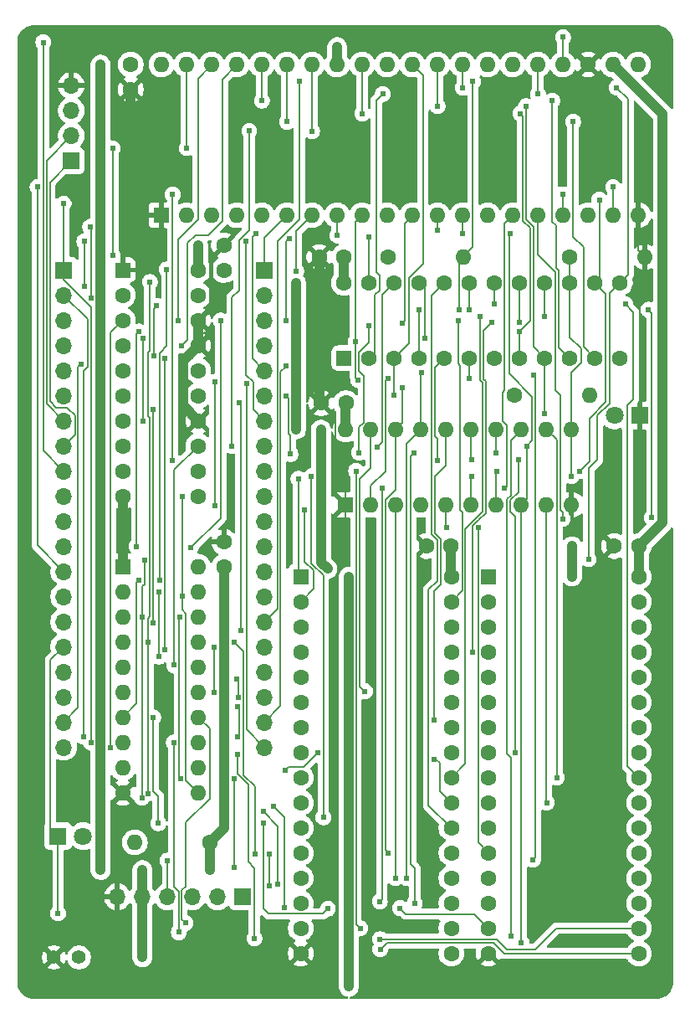
<source format=gbl>
%TF.GenerationSoftware,KiCad,Pcbnew,9.0.3*%
%TF.CreationDate,2025-07-12T16:14:16+09:00*%
%TF.ProjectId,R1.1,52312e31-2e6b-4696-9361-645f70636258,1.1*%
%TF.SameCoordinates,PX747b114PY92635dc*%
%TF.FileFunction,Copper,L2,Bot*%
%TF.FilePolarity,Positive*%
%FSLAX46Y46*%
G04 Gerber Fmt 4.6, Leading zero omitted, Abs format (unit mm)*
G04 Created by KiCad (PCBNEW 9.0.3) date 2025-07-12 16:14:16*
%MOMM*%
%LPD*%
G01*
G04 APERTURE LIST*
G04 Aperture macros list*
%AMRoundRect*
0 Rectangle with rounded corners*
0 $1 Rounding radius*
0 $2 $3 $4 $5 $6 $7 $8 $9 X,Y pos of 4 corners*
0 Add a 4 corners polygon primitive as box body*
4,1,4,$2,$3,$4,$5,$6,$7,$8,$9,$2,$3,0*
0 Add four circle primitives for the rounded corners*
1,1,$1+$1,$2,$3*
1,1,$1+$1,$4,$5*
1,1,$1+$1,$6,$7*
1,1,$1+$1,$8,$9*
0 Add four rect primitives between the rounded corners*
20,1,$1+$1,$2,$3,$4,$5,0*
20,1,$1+$1,$4,$5,$6,$7,0*
20,1,$1+$1,$6,$7,$8,$9,0*
20,1,$1+$1,$8,$9,$2,$3,0*%
G04 Aperture macros list end*
%TA.AperFunction,ComponentPad*%
%ADD10O,1.700000X1.700000*%
%TD*%
%TA.AperFunction,ComponentPad*%
%ADD11R,1.700000X1.700000*%
%TD*%
%TA.AperFunction,ComponentPad*%
%ADD12RoundRect,0.250000X0.550000X-0.550000X0.550000X0.550000X-0.550000X0.550000X-0.550000X-0.550000X0*%
%TD*%
%TA.AperFunction,ComponentPad*%
%ADD13C,1.600000*%
%TD*%
%TA.AperFunction,ComponentPad*%
%ADD14O,1.600000X1.600000*%
%TD*%
%TA.AperFunction,ComponentPad*%
%ADD15C,1.400000*%
%TD*%
%TA.AperFunction,ComponentPad*%
%ADD16R,1.800000X1.800000*%
%TD*%
%TA.AperFunction,ComponentPad*%
%ADD17C,1.800000*%
%TD*%
%TA.AperFunction,ComponentPad*%
%ADD18R,1.600000X1.600000*%
%TD*%
%TA.AperFunction,ComponentPad*%
%ADD19RoundRect,0.250000X-0.550000X-0.550000X0.550000X-0.550000X0.550000X0.550000X-0.550000X0.550000X0*%
%TD*%
%TA.AperFunction,ViaPad*%
%ADD20C,0.605000*%
%TD*%
%TA.AperFunction,Conductor*%
%ADD21C,0.152400*%
%TD*%
%TA.AperFunction,Conductor*%
%ADD22C,1.000000*%
%TD*%
%TA.AperFunction,Conductor*%
%ADD23C,0.400000*%
%TD*%
G04 APERTURE END LIST*
D10*
X10430000Y10630000D03*
X12970000Y10630000D03*
X15510000Y10630000D03*
X18050000Y10630000D03*
X20590000Y10630000D03*
D11*
X23130000Y10630000D03*
D12*
X33380000Y65085000D03*
D13*
X35920000Y65085000D03*
X38460000Y65085000D03*
X41000000Y65085000D03*
X43540000Y65085000D03*
X46080000Y65085000D03*
X48620000Y65085000D03*
X51160000Y65085000D03*
X53700000Y65085000D03*
X56240000Y65085000D03*
X58780000Y65085000D03*
X61320000Y65085000D03*
X61320000Y72705000D03*
X58780000Y72705000D03*
X56240000Y72705000D03*
X53700000Y72705000D03*
X51160000Y72705000D03*
X48620000Y72705000D03*
X46080000Y72705000D03*
X43540000Y72705000D03*
X41000000Y72705000D03*
X38460000Y72705000D03*
X35920000Y72705000D03*
X33380000Y72705000D03*
X19840000Y16120000D03*
D14*
X12220000Y16120000D03*
D15*
X6560000Y4500000D03*
X4020000Y4500000D03*
D13*
X37840000Y75320000D03*
D14*
X45460000Y75320000D03*
D13*
X21230000Y74000000D03*
X21230000Y76500000D03*
D16*
X4440000Y16760000D03*
D17*
X6980000Y16760000D03*
D13*
X50650000Y61360000D03*
D14*
X58270000Y61360000D03*
D16*
X63310000Y59300000D03*
D17*
X60770000Y59300000D03*
D18*
X11000000Y44000000D03*
D14*
X11000000Y41460000D03*
X11000000Y38920000D03*
X11000000Y36380000D03*
X11000000Y33840000D03*
X11000000Y31300000D03*
X11000000Y28760000D03*
X11000000Y26220000D03*
X11000000Y23680000D03*
X11000000Y21140000D03*
X18620000Y21140000D03*
X18620000Y23680000D03*
X18620000Y26220000D03*
X18620000Y28760000D03*
X18620000Y31300000D03*
X18620000Y33840000D03*
X18620000Y36380000D03*
X18620000Y38920000D03*
X18620000Y41460000D03*
X18620000Y44000000D03*
D13*
X11800000Y94770000D03*
X11800000Y92270000D03*
X21260000Y43990000D03*
X21260000Y46490000D03*
X63240000Y46090000D03*
X60740000Y46090000D03*
D19*
X48000000Y43000000D03*
D13*
X48000000Y40460000D03*
X48000000Y37920000D03*
X48000000Y35380000D03*
X48000000Y32840000D03*
X48000000Y30300000D03*
X48000000Y27760000D03*
X48000000Y25220000D03*
X48000000Y22680000D03*
X48000000Y20140000D03*
X48000000Y17600000D03*
X48000000Y15060000D03*
X48000000Y12520000D03*
X48000000Y9980000D03*
X48000000Y7440000D03*
X48000000Y4900000D03*
X63240000Y4900000D03*
X63240000Y7440000D03*
X63240000Y9980000D03*
X63240000Y12520000D03*
X63240000Y15060000D03*
X63240000Y17600000D03*
X63240000Y20140000D03*
X63240000Y22680000D03*
X63240000Y25220000D03*
X63240000Y27760000D03*
X63240000Y30300000D03*
X63240000Y32840000D03*
X63240000Y35380000D03*
X63240000Y37920000D03*
X63240000Y40460000D03*
X63240000Y43000000D03*
X33380000Y75320000D03*
X30880000Y75320000D03*
D19*
X11000000Y74000000D03*
D13*
X11000000Y71460000D03*
X11000000Y68920000D03*
X11000000Y66380000D03*
X11000000Y63840000D03*
X11000000Y61300000D03*
X11000000Y58760000D03*
X11000000Y56220000D03*
X11000000Y53680000D03*
X11000000Y51140000D03*
X18620000Y51140000D03*
X18620000Y53680000D03*
X18620000Y56220000D03*
X18620000Y58760000D03*
X18620000Y61300000D03*
X18620000Y63840000D03*
X18620000Y66380000D03*
X18620000Y68920000D03*
X18620000Y71460000D03*
X18620000Y74000000D03*
D18*
X14910650Y79535000D03*
D14*
X17450650Y79535000D03*
X19990650Y79535000D03*
X22530650Y79535000D03*
X25070650Y79535000D03*
X27610650Y79535000D03*
X30150650Y79535000D03*
X32690650Y79535000D03*
X35230650Y79535000D03*
X37770650Y79535000D03*
X40310650Y79535000D03*
X42850650Y79535000D03*
X45390650Y79535000D03*
X47930650Y79535000D03*
X50470650Y79535000D03*
X53010650Y79535000D03*
X55550650Y79535000D03*
X58090650Y79535000D03*
X60630650Y79535000D03*
X63170650Y79535000D03*
X63170650Y94775000D03*
X60630650Y94775000D03*
X58090650Y94775000D03*
X55550650Y94775000D03*
X53010650Y94775000D03*
X50470650Y94775000D03*
X47930650Y94775000D03*
X45390650Y94775000D03*
X42850650Y94775000D03*
X40310650Y94775000D03*
X37770650Y94775000D03*
X35230650Y94775000D03*
X32690650Y94775000D03*
X30150650Y94775000D03*
X27610650Y94775000D03*
X25070650Y94775000D03*
X22530650Y94775000D03*
X19990650Y94775000D03*
X17450650Y94775000D03*
X14910650Y94775000D03*
D13*
X44230000Y46090000D03*
X41730000Y46090000D03*
X56240000Y75320000D03*
D14*
X63860000Y75320000D03*
D18*
X33565000Y50260000D03*
D14*
X36105000Y50260000D03*
X38645000Y50260000D03*
X41185000Y50260000D03*
X43725000Y50260000D03*
X46265000Y50260000D03*
X48805000Y50260000D03*
X51345000Y50260000D03*
X53885000Y50260000D03*
X56425000Y50260000D03*
X56425000Y57880000D03*
X53885000Y57880000D03*
X51345000Y57880000D03*
X48805000Y57880000D03*
X46265000Y57880000D03*
X43725000Y57880000D03*
X41185000Y57880000D03*
X38645000Y57880000D03*
X36105000Y57880000D03*
X33565000Y57880000D03*
D11*
X5770000Y85040000D03*
D10*
X5770000Y87580000D03*
X5770000Y90120000D03*
X5770000Y92660000D03*
D13*
X33575000Y60540000D03*
X31075000Y60540000D03*
D19*
X29000000Y43000000D03*
D13*
X29000000Y40460000D03*
X29000000Y37920000D03*
X29000000Y35380000D03*
X29000000Y32840000D03*
X29000000Y30300000D03*
X29000000Y27760000D03*
X29000000Y25220000D03*
X29000000Y22680000D03*
X29000000Y20140000D03*
X29000000Y17600000D03*
X29000000Y15060000D03*
X29000000Y12520000D03*
X29000000Y9980000D03*
X29000000Y7440000D03*
X29000000Y4900000D03*
X44240000Y4900000D03*
X44240000Y7440000D03*
X44240000Y9980000D03*
X44240000Y12520000D03*
X44240000Y15060000D03*
X44240000Y17600000D03*
X44240000Y20140000D03*
X44240000Y22680000D03*
X44240000Y25220000D03*
X44240000Y27760000D03*
X44240000Y30300000D03*
X44240000Y32840000D03*
X44240000Y35380000D03*
X44240000Y37920000D03*
X44240000Y40460000D03*
X44240000Y43000000D03*
D11*
X25320000Y74000000D03*
D10*
X25320000Y71460000D03*
X25320000Y68920000D03*
X25320000Y66380000D03*
X25320000Y63840000D03*
X25320000Y61300000D03*
X25320000Y58760000D03*
X25320000Y56220000D03*
X25320000Y53680000D03*
X25320000Y51140000D03*
X25320000Y48600000D03*
X25320000Y46060000D03*
X25320000Y43520000D03*
X25320000Y40980000D03*
X25320000Y38440000D03*
X25320000Y35900000D03*
X25320000Y33360000D03*
X25320000Y30820000D03*
X25320000Y28280000D03*
X25320000Y25740000D03*
D11*
X5000000Y74000000D03*
D10*
X5000000Y71460000D03*
X5000000Y68920000D03*
X5000000Y66380000D03*
X5000000Y63840000D03*
X5000000Y61300000D03*
X5000000Y58760000D03*
X5000000Y56220000D03*
X5000000Y53680000D03*
X5000000Y51140000D03*
X5000000Y48600000D03*
X5000000Y46060000D03*
X5000000Y43520000D03*
X5000000Y40980000D03*
X5000000Y38440000D03*
X5000000Y35900000D03*
X5000000Y33360000D03*
X5000000Y30820000D03*
X5000000Y28280000D03*
X5000000Y25740000D03*
D20*
X17328700Y7970000D03*
X14850000Y33670000D03*
X14920000Y26030000D03*
X15510000Y28570000D03*
X15200000Y30940000D03*
X15150000Y22620000D03*
X58440000Y6200000D03*
X58200000Y9930000D03*
X57570000Y12230000D03*
X57810000Y14850000D03*
X57810000Y17630000D03*
X59390000Y21760000D03*
X58840000Y25490000D03*
X59000000Y27870000D03*
X59080000Y30410000D03*
X58840000Y33990000D03*
X58760000Y37960000D03*
X59000000Y40810000D03*
X15410000Y90460000D03*
X22470000Y91180000D03*
X26200000Y85460000D03*
X48910000Y86090000D03*
X44150000Y85780000D03*
X39140000Y85140000D03*
X32950000Y85540000D03*
X41140000Y48220000D03*
X31530000Y17060000D03*
X35900000Y17310000D03*
X41970000Y17190000D03*
X63290000Y51580000D03*
X21840000Y48580000D03*
X65340000Y34070000D03*
X60150000Y50430000D03*
X52890000Y7270000D03*
X45010000Y1950000D03*
X17430000Y1840000D03*
X5800000Y21310000D03*
X33870000Y1530000D03*
X19840000Y13330000D03*
X8740000Y94770000D03*
X31060000Y57880000D03*
X28540000Y57870000D03*
X31720000Y43780000D03*
X18620000Y76520000D03*
X28540000Y72710000D03*
X8740000Y13330000D03*
X56470000Y43000000D03*
X12980000Y13330000D03*
X32690000Y96540000D03*
X12980000Y4500000D03*
X8740000Y90120000D03*
X8740000Y76520000D03*
X33870000Y43000000D03*
X8740000Y48599998D03*
X56470000Y46070000D03*
X33050000Y47110000D03*
X36140000Y47040000D03*
X27870000Y47110000D03*
X1140000Y70830000D03*
X14400000Y84420000D03*
X11800000Y79540000D03*
X63590000Y86640000D03*
X11000000Y48200000D03*
X6470000Y79490000D03*
X59360000Y87490000D03*
X60620000Y82390000D03*
X2360000Y82390000D03*
X7012629Y26834329D03*
X16665200Y7030000D03*
X16160000Y26220000D03*
X37040000Y6340000D03*
X7090000Y72320000D03*
X7090000Y76891054D03*
X24348700Y14968700D03*
X7690395Y78365395D03*
X25860000Y11710000D03*
X22240000Y36370000D03*
X7760000Y71160000D03*
X25859999Y14968700D03*
X17450000Y86320000D03*
X16730000Y38920000D03*
X9970000Y86320000D03*
X16838700Y22523547D03*
X22250000Y13590000D03*
X22250000Y22570000D03*
X9970000Y75460000D03*
X38590000Y12520000D03*
X55520000Y48840000D03*
X37010000Y10158700D03*
X37220000Y51930000D03*
X49620000Y51930000D03*
X59230000Y81110000D03*
X34600000Y53680000D03*
X48810000Y53680000D03*
X57250000Y53680000D03*
X35020000Y7440000D03*
X50230000Y77660000D03*
X51345000Y5980000D03*
X51930000Y56220000D03*
X45390000Y77660000D03*
X39300000Y62140000D03*
X34800000Y62880000D03*
X37838700Y15060000D03*
X34560000Y66790000D03*
X24450000Y77660000D03*
X41190000Y63600000D03*
X39710000Y12520000D03*
X14427400Y70370000D03*
X35920000Y77320000D03*
X14150000Y65320000D03*
X23451300Y76910000D03*
X50310000Y6608300D03*
X42840000Y78060000D03*
X48800000Y55541300D03*
X35890000Y68370000D03*
X40510000Y55541300D03*
X27952850Y55391053D03*
X40530000Y9980000D03*
X39280000Y68620000D03*
X34920000Y55541300D03*
X27527314Y61291386D03*
X53010000Y91810000D03*
X37320000Y91810000D03*
X38460000Y61360000D03*
X23530000Y62560000D03*
X58160000Y44760000D03*
X61000000Y92450000D03*
X45390000Y92450000D03*
X5000000Y80730000D03*
X22570000Y25020000D03*
X24320000Y6430000D03*
X37050000Y5320000D03*
X7770000Y26220000D03*
X14080000Y28760000D03*
X39050000Y9480000D03*
X12620000Y42640000D03*
X31750000Y9420000D03*
X15450000Y74070000D03*
X25240000Y18060000D03*
X14580000Y18060000D03*
X14690000Y42640000D03*
X13560000Y21080000D03*
X27370000Y9540000D03*
X26280000Y19770000D03*
X13530000Y36370000D03*
X13740000Y72800000D03*
X28540000Y73880000D03*
X32690000Y77510000D03*
X26701300Y11930000D03*
X12940000Y38920000D03*
X27530000Y68920000D03*
X12940000Y20640000D03*
X13190000Y44650000D03*
X27830000Y77200000D03*
X20900000Y68900000D03*
X17870000Y45900000D03*
X25230000Y19230000D03*
X16040000Y54710000D03*
X55540649Y81659999D03*
X16040000Y81660000D03*
X2950000Y97030000D03*
X55550000Y97540000D03*
X51260000Y89830000D03*
X12640000Y67780000D03*
X51160000Y67800000D03*
X12390000Y46060000D03*
X35230000Y89830000D03*
X51810000Y90570000D03*
X14080000Y38340000D03*
X14070000Y59880000D03*
X53700000Y59480000D03*
X42850000Y90570000D03*
X56420000Y53130000D03*
X16980000Y51140000D03*
X16980000Y40990000D03*
X6785000Y64515000D03*
X16960000Y66380000D03*
X16180000Y34040000D03*
X22050000Y56220000D03*
X30150000Y88050000D03*
X23790000Y88070000D03*
X16590000Y68920000D03*
X9760000Y25670000D03*
X22940000Y37590000D03*
X22810000Y60558700D03*
X20320000Y62700000D03*
X29391300Y49740000D03*
X20320000Y50190000D03*
X44940000Y68840000D03*
X4440000Y8950000D03*
X15240000Y35600000D03*
X15240000Y65080000D03*
X28890000Y93070000D03*
X27498700Y64278700D03*
X46430000Y93060000D03*
X45010000Y69950000D03*
X41000000Y69940000D03*
X46080000Y63050000D03*
X37820000Y63050000D03*
X43730000Y47950000D03*
X46970400Y47950400D03*
X46270000Y53140000D03*
X31290000Y18660000D03*
X30070000Y53140000D03*
X53890000Y20150000D03*
X54930000Y22680000D03*
X46270000Y54830000D03*
X51030000Y54830000D03*
X50700000Y25230000D03*
X42530557Y28491611D03*
X35510000Y31405200D03*
X52550000Y63380000D03*
X15520000Y14290000D03*
X52505000Y14365000D03*
X51160000Y68740000D03*
X48340000Y68740000D03*
X46360000Y35380000D03*
X36740000Y56090000D03*
X46080000Y69990000D03*
X64550000Y48970000D03*
X64200000Y69990000D03*
X25070000Y91130000D03*
X54460000Y91130000D03*
X53700000Y69280000D03*
X47175200Y69280000D03*
X13070000Y58760000D03*
X41580000Y67140000D03*
X13070000Y67110000D03*
X56580000Y88990000D03*
X27610000Y88990000D03*
X42820000Y54780000D03*
X48620000Y70540000D03*
X61850000Y70540000D03*
X28770000Y52898300D03*
X22596500Y29820000D03*
X22596500Y26840000D03*
X14660000Y34910000D03*
X14660000Y41460000D03*
X20250000Y35863500D03*
X20250000Y31300000D03*
X27390000Y23390000D03*
X30730000Y25210000D03*
X22650000Y30780000D03*
X22479886Y32640286D03*
X42540000Y24531300D03*
D21*
X7012629Y63836300D02*
X7012629Y26834329D01*
X7410000Y64233671D02*
X7012629Y63836300D01*
X7410000Y69050000D02*
X7410000Y64233671D01*
X5000000Y71460000D02*
X7410000Y69050000D01*
X6470000Y64200000D02*
X6785000Y64515000D01*
X5000000Y28280000D02*
X6470000Y29750000D01*
X6470000Y29750000D02*
X6470000Y64200000D01*
X37010000Y10158700D02*
X37220000Y10368700D01*
X37220000Y10368700D02*
X37220000Y51930000D01*
X13190000Y42250173D02*
X13190000Y44650000D01*
X12940000Y42000173D02*
X13190000Y42250173D01*
X12940000Y38920000D02*
X12940000Y42000173D01*
X12390000Y42410000D02*
X12620000Y42640000D01*
X12390000Y30150000D02*
X12390000Y42410000D01*
X11000000Y28760000D02*
X12390000Y30150000D01*
X34560000Y78864350D02*
X34560000Y66790000D01*
X34560000Y65811052D02*
X34560000Y66790000D01*
X34555200Y63643748D02*
X34555200Y65806252D01*
X34560000Y63638948D02*
X34555200Y63643748D01*
X34560000Y63120000D02*
X34560000Y63638948D01*
X34555200Y65806252D02*
X34560000Y65811052D01*
X35230650Y79535000D02*
X34560000Y78864350D01*
X34800000Y62880000D02*
X34560000Y63120000D01*
X32470000Y56880000D02*
X32470000Y59145000D01*
X32470000Y59145000D02*
X31075000Y60540000D01*
X33565000Y55785000D02*
X32470000Y56880000D01*
X33565000Y50260000D02*
X33565000Y55785000D01*
X29720000Y59185000D02*
X31075000Y60540000D01*
X27870000Y53900000D02*
X29720000Y55750000D01*
X29720000Y55750000D02*
X29720000Y59185000D01*
X27870000Y47110000D02*
X27870000Y53900000D01*
X33565000Y47625000D02*
X33565000Y50260000D01*
X33050000Y47110000D02*
X33565000Y47625000D01*
X63310000Y70060000D02*
X63310000Y59300000D01*
X63140000Y70230000D02*
X63310000Y70060000D01*
X63860000Y70950000D02*
X63140000Y70230000D01*
X63860000Y75320000D02*
X63860000Y70950000D01*
X63170650Y76009350D02*
X63860000Y75320000D01*
X63170650Y79535000D02*
X63170650Y76009350D01*
D22*
X31050000Y44450000D02*
X31720000Y43780000D01*
X33870000Y1530000D02*
X33870000Y43000000D01*
X33565000Y60530000D02*
X33575000Y60540000D01*
X63240000Y46090000D02*
X65652500Y48502500D01*
X28540000Y72710000D02*
X28540000Y57870000D01*
X8740000Y76520000D02*
X8740000Y48599998D01*
X19840000Y13330000D02*
X19840000Y16120000D01*
X56470000Y46070000D02*
X56470000Y43000000D01*
X63240000Y43000000D02*
X63240000Y46090000D01*
X32690000Y94775650D02*
X32690650Y94775000D01*
X33380000Y75320000D02*
X33380000Y72705000D01*
X32690000Y96540000D02*
X32690000Y94775650D01*
X18620000Y74000000D02*
X18620000Y76520000D01*
X12980000Y4500000D02*
X12980000Y10630000D01*
X31050000Y57870000D02*
X31050000Y44450000D01*
X65652500Y89753150D02*
X60630650Y94775000D01*
X8740000Y90120000D02*
X8740000Y76520000D01*
X33565000Y57880000D02*
X33565000Y60530000D01*
X12980000Y10630000D02*
X12980000Y13330000D01*
X19840000Y16120000D02*
X21260000Y17540000D01*
X8740000Y13330000D02*
X8740000Y48599998D01*
X44230000Y46090000D02*
X44230000Y43010000D01*
X8740000Y94770000D02*
X8740000Y90120000D01*
X65652500Y48502500D02*
X65652500Y89753150D01*
X44230000Y43010000D02*
X44240000Y43000000D01*
X21260000Y17540000D02*
X21260000Y43990000D01*
X11000000Y48200000D02*
X11000000Y44000000D01*
D23*
X21230000Y76500000D02*
X19930000Y75200000D01*
D22*
X30880000Y60735000D02*
X31075000Y60540000D01*
X11800000Y92270000D02*
X11800000Y79540000D01*
X17090000Y60290000D02*
X18620000Y58760000D01*
D23*
X19930000Y75200000D02*
X19930000Y70230000D01*
D22*
X30880000Y75320000D02*
X30880000Y60735000D01*
X11000000Y51140000D02*
X11000000Y48200000D01*
D23*
X19930000Y70230000D02*
X18620000Y68920000D01*
D22*
X18620000Y68920000D02*
X18620000Y66380000D01*
X18620000Y66380000D02*
X17090000Y64850000D01*
X17090000Y64850000D02*
X17090000Y60290000D01*
D21*
X60630650Y79535000D02*
X60630650Y82379350D01*
X2360000Y82390000D02*
X2360000Y46160000D01*
X2360000Y46160000D02*
X5000000Y43520000D01*
X60630650Y82379350D02*
X60620000Y82390000D01*
X54870000Y7440000D02*
X52740000Y5310000D01*
X16665200Y11174800D02*
X16665200Y7030000D01*
X16160000Y26220000D02*
X16160000Y11680000D01*
X52740000Y5310000D02*
X49866075Y5310000D01*
X49866075Y5310000D02*
X48836075Y6340000D01*
X16160000Y11680000D02*
X16665200Y11174800D01*
X63240000Y7440000D02*
X54870000Y7440000D01*
X48836075Y6340000D02*
X37040000Y6340000D01*
X7090000Y72320000D02*
X7090000Y76891054D01*
X7760000Y71160000D02*
X7760000Y78295790D01*
X24348700Y21762352D02*
X24348700Y14968700D01*
X22240000Y36370000D02*
X23210000Y35400000D01*
X25860000Y11710000D02*
X25859999Y14968700D01*
X23210000Y22901052D02*
X24348700Y21762352D01*
X7760000Y78295790D02*
X7690395Y78365395D01*
X23210000Y35400000D02*
X23210000Y22901052D01*
X9970000Y86320000D02*
X9970000Y75460000D01*
X17450650Y94775000D02*
X17450650Y86320650D01*
X22250000Y22570000D02*
X22250000Y13590000D01*
X16720000Y22642247D02*
X16838700Y22523547D01*
X16730000Y38920000D02*
X16720000Y38910000D01*
X16720000Y38910000D02*
X16720000Y22642247D01*
X55290000Y61380000D02*
X55290000Y49750000D01*
X53010650Y79535000D02*
X53010650Y75599350D01*
X55290000Y49750000D02*
X55520000Y49520000D01*
X55520000Y49520000D02*
X55520000Y48840000D01*
X38645000Y50260000D02*
X38645000Y12575000D01*
X54810000Y73800000D02*
X54810000Y61860000D01*
X54810000Y61860000D02*
X55290000Y61380000D01*
X38645000Y12575000D02*
X38590000Y12520000D01*
X53010650Y75599350D02*
X54810000Y73800000D01*
X49834600Y58306475D02*
X49834600Y52144600D01*
X49420000Y58721075D02*
X49834600Y58306475D01*
X49649600Y78713950D02*
X49649600Y61815675D01*
X49649600Y61815675D02*
X49420000Y61586075D01*
X49834600Y52144600D02*
X49620000Y51930000D01*
X50470650Y79535000D02*
X49649600Y78713950D01*
X49420000Y61586075D02*
X49420000Y58721075D01*
X58230000Y54660000D02*
X57250000Y53680000D01*
X48810000Y53680000D02*
X48805000Y53675000D01*
X34600000Y7860000D02*
X34600000Y53680000D01*
X58780000Y72705000D02*
X59900000Y71585000D01*
X59900000Y71585000D02*
X59900000Y60671052D01*
X59900000Y60671052D02*
X58230000Y59001052D01*
X35020000Y7440000D02*
X34600000Y7860000D01*
X58780000Y72705000D02*
X59230000Y73155000D01*
X59230000Y73155000D02*
X59230000Y81110000D01*
X58230000Y59001052D02*
X58230000Y54660000D01*
X48805000Y53675000D02*
X48805000Y50260000D01*
X52450000Y56740000D02*
X51930000Y56220000D01*
X51930000Y56220000D02*
X51930000Y50845000D01*
X52450000Y61200000D02*
X52450000Y56740000D01*
X50130400Y63519600D02*
X52450000Y61200000D01*
X50130400Y77560400D02*
X50130400Y63519600D01*
X51930000Y50845000D02*
X51345000Y50260000D01*
X45390650Y77660650D02*
X45390000Y77660000D01*
X50230000Y77660000D02*
X50130400Y77560400D01*
X45390650Y79535000D02*
X45390650Y77660650D01*
X51345000Y50260000D02*
X51345000Y5980000D01*
X39300000Y58535000D02*
X39300000Y62140000D01*
X38645000Y51806300D02*
X37570000Y50731300D01*
X38645000Y57880000D02*
X38645000Y51806300D01*
X37570000Y50731300D02*
X37570000Y15328700D01*
X38645000Y57880000D02*
X39300000Y58535000D01*
X37570000Y15328700D02*
X37838700Y15060000D01*
X24130000Y65030000D02*
X24130000Y77340000D01*
X41185000Y57880000D02*
X41185000Y63595000D01*
X24130000Y77340000D02*
X24450000Y77660000D01*
X41185000Y57880000D02*
X39710000Y56405000D01*
X25320000Y63840000D02*
X24130000Y65030000D01*
X39710000Y56405000D02*
X39710000Y12520000D01*
X41185000Y63595000D02*
X41190000Y63600000D01*
X14150000Y70092600D02*
X14427400Y70370000D01*
X35920000Y72705000D02*
X35920000Y77320000D01*
X14150000Y65320000D02*
X14150000Y70092600D01*
X50270000Y6648300D02*
X50310000Y6608300D01*
X50270000Y56805000D02*
X50270000Y51221052D01*
X51345000Y57880000D02*
X50270000Y56805000D01*
X42850650Y78070650D02*
X42840000Y78060000D01*
X42850650Y79535000D02*
X42850650Y78070650D01*
X49880000Y25090173D02*
X50270000Y24700173D01*
X50270000Y51221052D02*
X49880000Y50831052D01*
X24180000Y62680000D02*
X23450000Y63410000D01*
X50270000Y24700173D02*
X50270000Y6648300D01*
X25320000Y58760000D02*
X24180000Y59900000D01*
X24180000Y59900000D02*
X24180000Y62680000D01*
X23450000Y63410000D02*
X23450000Y76908700D01*
X49880000Y50831052D02*
X49880000Y25090173D01*
X40110000Y55141300D02*
X40510000Y55541300D01*
X34920000Y58151075D02*
X35360000Y58591075D01*
X48805000Y57880000D02*
X48805000Y55546300D01*
X34860000Y65680000D02*
X35890000Y66710000D01*
X40530000Y13520000D02*
X40110000Y13940000D01*
X27740000Y57490000D02*
X27952850Y57277150D01*
X34860000Y63770000D02*
X34860000Y65680000D01*
X35360000Y58591075D02*
X35360000Y63270000D01*
X40530000Y9980000D02*
X40530000Y13520000D01*
X39510651Y78735001D02*
X39510651Y68850651D01*
X27952850Y57277150D02*
X27952850Y55391053D01*
X34920000Y55541300D02*
X34920000Y58151075D01*
X27527314Y61291386D02*
X27740000Y61078700D01*
X40310650Y79535000D02*
X39510651Y78735001D01*
X27740000Y61078700D02*
X27740000Y57490000D01*
X40110000Y13940000D02*
X40110000Y55141300D01*
X35360000Y63270000D02*
X34860000Y63770000D01*
X35890000Y66710000D02*
X35890000Y68370000D01*
X39510651Y68850651D02*
X39280000Y68620000D01*
X53010650Y94775000D02*
X53010650Y91810650D01*
X36980000Y71963633D02*
X36480000Y71463633D01*
X37320000Y91810000D02*
X36640000Y91130000D01*
X36640000Y91130000D02*
X36640000Y73770000D01*
X36480000Y65645000D02*
X35920000Y65085000D01*
X36980000Y73430000D02*
X36980000Y71963633D01*
X36480000Y71463633D02*
X36480000Y65645000D01*
X36640000Y73770000D02*
X36980000Y73430000D01*
X53010650Y91810650D02*
X53010000Y91810000D01*
X40310650Y94775000D02*
X41360000Y93725650D01*
X23530000Y27530000D02*
X23530000Y62560000D01*
X41360000Y93725650D02*
X41360000Y74610000D01*
X25320000Y25740000D02*
X23530000Y27530000D01*
X39940000Y73190000D02*
X39940000Y66565000D01*
X39940000Y66565000D02*
X38460000Y65085000D01*
X38460000Y61360000D02*
X38460000Y65085000D01*
X41360000Y74610000D02*
X39940000Y73190000D01*
X62119999Y91330001D02*
X61000000Y92450000D01*
X60290400Y60510400D02*
X59050000Y59270000D01*
X59050000Y54840000D02*
X58160000Y53950000D01*
X45390650Y92630650D02*
X45390650Y94775000D01*
X45390000Y92630000D02*
X45390650Y92630650D01*
X45390000Y92450000D02*
X45390000Y92630000D01*
X58160000Y53950000D02*
X58160000Y44760000D01*
X61320000Y72705000D02*
X62119999Y73504999D01*
X61320000Y72705000D02*
X60290400Y71675400D01*
X62119999Y73504999D02*
X62119999Y91330001D01*
X60290400Y71675400D02*
X60290400Y60510400D01*
X59050000Y59270000D02*
X59050000Y54840000D01*
X22570000Y23110000D02*
X23670000Y22010000D01*
X37720000Y5990000D02*
X37050000Y5320000D01*
X23670000Y22010000D02*
X23670000Y14150000D01*
X5000000Y74000000D02*
X5000000Y80730000D01*
X5000000Y72997600D02*
X7770000Y70227600D01*
X48550000Y5990000D02*
X37720000Y5990000D01*
X22570000Y25020000D02*
X22570000Y23110000D01*
X5000000Y74000000D02*
X5000000Y72997600D01*
X23670000Y14150000D02*
X24320000Y13500000D01*
X24320000Y13500000D02*
X24320000Y6430000D01*
X49640000Y4900000D02*
X48550000Y5990000D01*
X7770000Y70227600D02*
X7770000Y26220000D01*
X63240000Y4900000D02*
X49640000Y4900000D01*
X31230000Y8900000D02*
X25750000Y8900000D01*
X14690000Y59400000D02*
X14690000Y42640000D01*
X31750000Y9420000D02*
X31230000Y8900000D01*
X15450000Y74070000D02*
X15450000Y66340000D01*
X48000000Y7440000D02*
X46560000Y8880000D01*
X14690000Y65580000D02*
X14690000Y59400000D01*
X14080000Y28760000D02*
X14080000Y21300000D01*
X14080000Y21300000D02*
X14580000Y20800000D01*
X39650000Y8880000D02*
X39050000Y9480000D01*
X14580000Y20800000D02*
X14580000Y18060000D01*
X25320000Y74000000D02*
X25320000Y77244350D01*
X46560000Y8880000D02*
X39650000Y8880000D01*
X25320000Y77244350D02*
X27610650Y79535000D01*
X14790000Y65680000D02*
X14690000Y65580000D01*
X25240000Y9410000D02*
X25240000Y18060000D01*
X25750000Y8900000D02*
X25240000Y9410000D01*
X15450000Y66340000D02*
X14790000Y65680000D01*
X13530000Y65650000D02*
X13740000Y65860000D01*
X13530000Y36370000D02*
X13530000Y21110000D01*
X13748700Y59041127D02*
X13530000Y59259827D01*
X13530000Y38740000D02*
X13748700Y38958700D01*
X27370000Y9540000D02*
X27360000Y9550000D01*
X13748700Y38958700D02*
X13748700Y59041127D01*
X13530000Y21110000D02*
X13560000Y21080000D01*
X13740000Y65860000D02*
X13740000Y72800000D01*
X28540000Y73880000D02*
X28540000Y77924350D01*
X27360000Y9550000D02*
X27360000Y18690000D01*
X13530000Y59259827D02*
X13530000Y65650000D01*
X27360000Y18690000D02*
X26280000Y19770000D01*
X28540000Y77924350D02*
X30150650Y79535000D01*
X13530000Y36370000D02*
X13530000Y38740000D01*
X27530000Y76900000D02*
X27830000Y77200000D01*
X25230000Y19230000D02*
X26690000Y17770000D01*
X32690000Y77510000D02*
X32690650Y77510650D01*
X20900000Y48930000D02*
X20900000Y68900000D01*
X26690000Y11941300D02*
X26701300Y11930000D01*
X27530000Y68920000D02*
X27530000Y76900000D01*
X26690000Y17770000D02*
X26690000Y11941300D01*
X32690650Y77510650D02*
X32690650Y79535000D01*
X17870000Y45900000D02*
X20900000Y48930000D01*
X12940000Y38920000D02*
X12940000Y20640000D01*
X16040000Y81660000D02*
X16040000Y54710000D01*
X55550650Y79535000D02*
X55550650Y81649998D01*
X2950000Y55730000D02*
X5000000Y53680000D01*
X2950000Y97030000D02*
X2950000Y55730000D01*
X55550650Y97539350D02*
X55550000Y97540000D01*
X55550650Y94775000D02*
X55550650Y97539350D01*
X5770000Y87580000D02*
X3280000Y85090000D01*
X3280000Y85090000D02*
X3280000Y60480000D01*
X3280000Y60480000D02*
X5000000Y58760000D01*
X5770000Y85040000D02*
X3610000Y82880000D01*
X3610000Y60710000D02*
X4220000Y60100000D01*
X6140000Y59310000D02*
X6140000Y57360000D01*
X6140000Y57360000D02*
X5000000Y56220000D01*
X4220000Y60100000D02*
X5350000Y60100000D01*
X5350000Y60100000D02*
X6140000Y59310000D01*
X3610000Y82880000D02*
X3610000Y60710000D01*
X51500250Y78979750D02*
X52230000Y78250000D01*
X12390000Y67530000D02*
X12390000Y46060000D01*
X52230000Y68870000D02*
X51160000Y67800000D01*
X51500250Y89589750D02*
X51500250Y78979750D01*
X51160000Y65085000D02*
X51160000Y67800000D01*
X51260000Y89830000D02*
X51500250Y89589750D01*
X12640000Y67780000D02*
X12390000Y67530000D01*
X52230000Y78250000D02*
X52230000Y68870000D01*
X35230650Y89830650D02*
X35230000Y89830000D01*
X35230650Y94775000D02*
X35230650Y89830650D01*
X42850650Y94775000D02*
X42850650Y90570650D01*
X51810000Y79130000D02*
X52540000Y78400000D01*
X53700000Y65085000D02*
X53700000Y59480000D01*
X14070000Y59880000D02*
X14070000Y38350000D01*
X52540000Y78400000D02*
X52540000Y66245000D01*
X14070000Y38350000D02*
X14080000Y38340000D01*
X42850650Y90570650D02*
X42850000Y90570000D01*
X51810000Y90570000D02*
X51810000Y79130000D01*
X52540000Y66245000D02*
X53700000Y65085000D01*
X56425000Y63665000D02*
X56425000Y57880000D01*
X16980000Y39660000D02*
X17370000Y39270000D01*
X16980000Y51140000D02*
X16980000Y40990000D01*
X56420000Y53130000D02*
X56425000Y53135000D01*
X56425000Y53135000D02*
X56425000Y57880000D01*
X57370000Y64610000D02*
X56425000Y63665000D01*
X17370000Y39270000D02*
X17370000Y22390000D01*
X56240000Y72705000D02*
X56240000Y67193948D01*
X56240000Y72705000D02*
X56240000Y75320000D01*
X57370000Y66063948D02*
X57370000Y64610000D01*
X16980000Y40990000D02*
X16980000Y39660000D01*
X56240000Y67193948D02*
X57370000Y66063948D01*
X17370000Y22390000D02*
X18620000Y21140000D01*
X21060000Y78990000D02*
X21060000Y93304350D01*
X17520000Y66940000D02*
X17520000Y76720000D01*
X19620000Y77550000D02*
X21060000Y78990000D01*
X21060000Y93304350D02*
X22530650Y94775000D01*
X16960000Y66380000D02*
X17520000Y66940000D01*
X18350000Y77550000D02*
X19620000Y77550000D01*
X17520000Y76720000D02*
X18350000Y77550000D01*
X23790000Y78039827D02*
X23790000Y88070000D01*
X22050000Y56220000D02*
X22050000Y71220000D01*
X22772600Y77022427D02*
X23790000Y78039827D01*
X16180000Y34040000D02*
X16180000Y53780000D01*
X22772600Y71942600D02*
X22772600Y77022427D01*
X16180000Y53780000D02*
X18620000Y56220000D01*
X30150650Y94775000D02*
X30150650Y88050650D01*
X22050000Y71220000D02*
X22772600Y71942600D01*
X18590000Y93374350D02*
X19990650Y94775000D01*
X18590000Y79120000D02*
X18590000Y93374350D01*
X16590000Y77120000D02*
X18590000Y79120000D01*
X16590000Y68920000D02*
X16590000Y77120000D01*
X9760000Y25670000D02*
X9760000Y67680000D01*
X9760000Y67680000D02*
X11000000Y68920000D01*
X22810000Y60558700D02*
X22940000Y60428700D01*
X22940000Y60428700D02*
X22940000Y37590000D01*
X29000000Y40460000D02*
X30290000Y41750000D01*
X20320000Y62700000D02*
X20320000Y50190000D01*
X30290000Y41750000D02*
X30290000Y43620000D01*
X30290000Y43620000D02*
X29391300Y44518700D01*
X29391300Y44518700D02*
X29391300Y49740000D01*
X45360000Y41580000D02*
X44240000Y40460000D01*
X44940000Y64530000D02*
X45140000Y64330000D01*
X45140000Y64330000D02*
X45140000Y49740000D01*
X45360000Y49520000D02*
X45360000Y41580000D01*
X44940000Y68840000D02*
X44940000Y64530000D01*
X45140000Y49740000D02*
X45360000Y49520000D01*
X4440000Y16760000D02*
X3670000Y17530000D01*
X4440000Y8950000D02*
X4440000Y16760000D01*
X15240000Y65080000D02*
X15240000Y35600000D01*
X3670000Y34570000D02*
X5000000Y35900000D01*
X3670000Y17530000D02*
X3670000Y34570000D01*
X26650000Y39770000D02*
X26650000Y76910000D01*
X26650000Y76910000D02*
X28890000Y79150000D01*
X25320000Y38440000D02*
X26650000Y39770000D01*
X28890000Y79150000D02*
X28890000Y93070000D01*
X26954800Y29914800D02*
X26954800Y63704800D01*
X41000000Y65085000D02*
X41000000Y69940000D01*
X46430000Y76290000D02*
X46430000Y93060000D01*
X25320000Y28280000D02*
X26954800Y29914800D01*
X45460000Y75320000D02*
X45010000Y74870000D01*
X45460000Y75320000D02*
X46430000Y76290000D01*
X26954800Y63704800D02*
X27498700Y64248700D01*
X27498700Y64248700D02*
X27498700Y64278700D01*
X45010000Y74870000D02*
X45010000Y69950000D01*
X37820000Y63050000D02*
X37560000Y62790000D01*
X46080000Y65085000D02*
X46080000Y63050000D01*
X37560000Y62790000D02*
X37560000Y53634655D01*
X37560000Y53634655D02*
X36105000Y52179655D01*
X36105000Y52179655D02*
X36105000Y50260000D01*
X43725000Y50260000D02*
X43725000Y47955000D01*
X46970400Y16089600D02*
X46970400Y47950400D01*
X48000000Y15060000D02*
X46970400Y16089600D01*
X43725000Y47955000D02*
X43730000Y47950000D01*
X46265000Y50260000D02*
X46265000Y53135000D01*
X30070000Y44320000D02*
X31290000Y43100000D01*
X46265000Y53135000D02*
X46270000Y53140000D01*
X31290000Y43100000D02*
X31290000Y18660000D01*
X30070000Y53140000D02*
X30070000Y44320000D01*
X53885000Y20155000D02*
X53890000Y20150000D01*
X53885000Y50260000D02*
X53885000Y20155000D01*
X53885000Y57880000D02*
X54930000Y56835000D01*
X54930000Y56835000D02*
X54930000Y22680000D01*
X50200000Y49580000D02*
X50700000Y49080000D01*
X50200000Y50720000D02*
X50200000Y49580000D01*
X50700000Y49080000D02*
X50700000Y25230000D01*
X51030000Y54830000D02*
X51030000Y51550000D01*
X46265000Y57880000D02*
X46265000Y54835000D01*
X46265000Y54835000D02*
X46270000Y54830000D01*
X51030000Y51550000D02*
X50200000Y50720000D01*
X43170000Y46800000D02*
X43170000Y42200000D01*
X43170000Y42200000D02*
X42520000Y41550000D01*
X42610000Y53120000D02*
X42610000Y47360000D01*
X42520000Y28502168D02*
X42530557Y28491611D01*
X43725000Y57880000D02*
X43725000Y54235000D01*
X42610000Y47360000D02*
X43170000Y46800000D01*
X42520000Y41550000D02*
X42520000Y28502168D01*
X43725000Y54235000D02*
X42610000Y53120000D01*
X36105000Y54015000D02*
X35000000Y52910000D01*
X35000000Y31915200D02*
X35510000Y31405200D01*
X35000000Y52910000D02*
X35000000Y31915200D01*
X36105000Y57880000D02*
X36105000Y54015000D01*
X52770000Y14630000D02*
X52505000Y14365000D01*
X52550000Y63380000D02*
X52770000Y63160000D01*
X52770000Y63160000D02*
X52770000Y14630000D01*
X15520000Y10630000D02*
X15520000Y14290000D01*
X46991829Y48729000D02*
X47000415Y48729000D01*
X47480000Y67880000D02*
X48340000Y68740000D01*
X47710000Y49438585D02*
X47710000Y62750000D01*
X46360000Y35380000D02*
X46360000Y48097171D01*
X47710000Y62750000D02*
X47480000Y62980000D01*
X46360000Y48097171D02*
X46991829Y48729000D01*
X51160000Y72705000D02*
X51160000Y68740000D01*
X47480000Y62980000D02*
X47480000Y67880000D01*
X47000415Y48729000D02*
X47710000Y49438585D01*
X37254200Y71499200D02*
X37254200Y56604200D01*
X38460000Y72705000D02*
X37254200Y71499200D01*
X37254200Y56604200D02*
X36740000Y56090000D01*
X46080000Y72705000D02*
X46080000Y69990000D01*
X64550000Y69640000D02*
X64550000Y48970000D01*
X64200000Y69990000D02*
X64550000Y69640000D01*
X54460000Y78910000D02*
X54850000Y78520000D01*
X54850000Y74200000D02*
X55114800Y73935200D01*
X54850000Y78520000D02*
X54850000Y74200000D01*
X25070650Y94775000D02*
X25070650Y91130650D01*
X55114800Y73935200D02*
X55114800Y66210200D01*
X25070650Y91130650D02*
X25070000Y91130000D01*
X55114800Y66210200D02*
X56240000Y65085000D01*
X54460000Y91130000D02*
X54460000Y78910000D01*
X42820000Y42530000D02*
X42820000Y46688948D01*
X41950000Y19890000D02*
X41950000Y41660000D01*
X42250000Y47258948D02*
X42250000Y71415000D01*
X42820000Y46688948D02*
X42250000Y47258948D01*
X41950000Y41660000D02*
X42820000Y42530000D01*
X44240000Y17600000D02*
X41950000Y19890000D01*
X42250000Y71415000D02*
X43540000Y72705000D01*
X47175200Y62853748D02*
X47175200Y69280000D01*
X44240000Y22680000D02*
X45665800Y24105800D01*
X45665800Y47836852D02*
X47405200Y49576252D01*
X47405200Y49576252D02*
X47405200Y62623748D01*
X45665800Y24105800D02*
X45665800Y47836852D01*
X47405200Y62623748D02*
X47175200Y62853748D01*
X53700000Y72705000D02*
X53700000Y69280000D01*
X41580000Y72125000D02*
X41000000Y72705000D01*
X13070000Y59480000D02*
X13070000Y67110000D01*
X41580000Y67140000D02*
X41580000Y72125000D01*
X13070000Y58760000D02*
X13070000Y59480000D01*
X57650000Y76301578D02*
X57650000Y66215000D01*
X27610650Y94775000D02*
X27610650Y88990650D01*
X56580000Y77371578D02*
X57650000Y76301578D01*
X57650000Y66215000D02*
X58780000Y65085000D01*
X27610650Y88990650D02*
X27610000Y88990000D01*
X56580000Y88990000D02*
X56580000Y77371578D01*
X42554800Y57205200D02*
X42830000Y56930000D01*
X42830000Y54790000D02*
X42820000Y54780000D01*
X43540000Y65085000D02*
X42554800Y64099800D01*
X42554800Y64099800D02*
X42554800Y57205200D01*
X42830000Y56930000D02*
X42830000Y54790000D01*
X61850000Y70540000D02*
X62660000Y69730000D01*
X62660000Y69730000D02*
X62660000Y60909200D01*
X62090000Y60339200D02*
X62090000Y23830000D01*
X48620000Y72705000D02*
X48620000Y70540000D01*
X62090000Y23830000D02*
X63240000Y22680000D01*
X62660000Y60909200D02*
X62090000Y60339200D01*
X28770000Y43230000D02*
X28770000Y52898300D01*
X29000000Y43000000D02*
X28770000Y43230000D01*
X22810000Y27053500D02*
X22596500Y26840000D01*
X22810000Y29606500D02*
X22810000Y27053500D01*
X22596500Y29820000D02*
X22810000Y29606500D01*
X14660000Y34910000D02*
X14660000Y41460000D01*
X20250000Y31300000D02*
X20250000Y35863500D01*
X27790000Y23790000D02*
X29310000Y23790000D01*
X27390000Y23390000D02*
X27790000Y23790000D01*
X29310000Y23790000D02*
X30730000Y25210000D01*
X22650000Y30780000D02*
X22650000Y32470172D01*
X22650000Y32470172D02*
X22479886Y32640286D01*
X43060000Y24180000D02*
X42708700Y24531300D01*
X42708700Y24531300D02*
X42540000Y24531300D01*
X43060000Y21320000D02*
X43060000Y24180000D01*
X44240000Y20140000D02*
X43060000Y21320000D01*
X16970000Y8328700D02*
X17328700Y7970000D01*
X16970000Y11301052D02*
X16970000Y8328700D01*
X17330000Y11661052D02*
X16970000Y11301052D01*
X17330000Y18130000D02*
X17330000Y11661052D01*
X19770000Y20570000D02*
X17330000Y18130000D01*
X19770000Y27610000D02*
X19770000Y20570000D01*
X18620000Y28760000D02*
X19770000Y27610000D01*
%TA.AperFunction,Conductor*%
G36*
X65004418Y98759184D02*
G01*
X65233020Y98742835D01*
X65250529Y98740317D01*
X65470144Y98692542D01*
X65487103Y98687563D01*
X65697694Y98609017D01*
X65713777Y98601673D01*
X65911036Y98493960D01*
X65925919Y98484395D01*
X66105836Y98349711D01*
X66119207Y98338125D01*
X66278124Y98179208D01*
X66289710Y98165837D01*
X66424394Y97985920D01*
X66433959Y97971037D01*
X66541669Y97773783D01*
X66549019Y97757689D01*
X66627559Y97547113D01*
X66632543Y97530138D01*
X66680316Y97310530D01*
X66682834Y97293018D01*
X66699184Y97064419D01*
X66699500Y97055573D01*
X66699500Y90395831D01*
X66679815Y90328792D01*
X66627011Y90283037D01*
X66557853Y90273093D01*
X66494297Y90302118D01*
X66472398Y90326940D01*
X66429640Y90390931D01*
X66366839Y90453732D01*
X66290282Y90530289D01*
X66290281Y90530290D01*
X63496645Y93323925D01*
X63463161Y93385247D01*
X63468145Y93454939D01*
X63510017Y93510872D01*
X63546006Y93529535D01*
X63669869Y93569780D01*
X63852260Y93662713D01*
X64002144Y93771609D01*
X64017863Y93783029D01*
X64017865Y93783032D01*
X64017869Y93783034D01*
X64162616Y93927781D01*
X64162618Y93927785D01*
X64162621Y93927787D01*
X64215382Y94000410D01*
X64282937Y94093390D01*
X64375870Y94275781D01*
X64439127Y94470466D01*
X64471150Y94672648D01*
X64471150Y94877352D01*
X64462907Y94929394D01*
X64439127Y95079535D01*
X64408108Y95175000D01*
X64375870Y95274219D01*
X64375868Y95274222D01*
X64375868Y95274224D01*
X64307814Y95407786D01*
X64282937Y95456610D01*
X64250742Y95500923D01*
X64162621Y95622214D01*
X64017863Y95766972D01*
X63852263Y95887285D01*
X63852262Y95887286D01*
X63852260Y95887287D01*
X63795303Y95916309D01*
X63669873Y95980219D01*
X63475184Y96043478D01*
X63300645Y96071122D01*
X63273002Y96075500D01*
X63068298Y96075500D01*
X63043979Y96071649D01*
X62866115Y96043478D01*
X62671426Y95980219D01*
X62489036Y95887285D01*
X62323436Y95766972D01*
X62178678Y95622214D01*
X62058365Y95456614D01*
X62011135Y95363920D01*
X61963160Y95313124D01*
X61895339Y95296329D01*
X61829204Y95318866D01*
X61790165Y95363920D01*
X61767814Y95407786D01*
X61742937Y95456610D01*
X61710742Y95500923D01*
X61622621Y95622214D01*
X61477863Y95766972D01*
X61312263Y95887285D01*
X61312262Y95887286D01*
X61312260Y95887287D01*
X61255303Y95916309D01*
X61129873Y95980219D01*
X60935184Y96043478D01*
X60760645Y96071122D01*
X60733002Y96075500D01*
X60528298Y96075500D01*
X60503979Y96071649D01*
X60326115Y96043478D01*
X60131426Y95980219D01*
X59949036Y95887285D01*
X59783436Y95766972D01*
X59638678Y95622214D01*
X59518363Y95456612D01*
X59470853Y95363370D01*
X59422878Y95312574D01*
X59355057Y95295780D01*
X59288922Y95318318D01*
X59249884Y95363372D01*
X59202511Y95456348D01*
X59170124Y95500923D01*
X59170124Y95500924D01*
X58490650Y94821449D01*
X58490650Y94827661D01*
X58463391Y94929394D01*
X58410730Y95020606D01*
X58336256Y95095080D01*
X58245044Y95147741D01*
X58143311Y95175000D01*
X58137096Y95175000D01*
X58816572Y95854476D01*
X58816571Y95854477D01*
X58772009Y95886853D01*
X58772000Y95886859D01*
X58589681Y95979756D01*
X58395067Y96042991D01*
X58192967Y96075000D01*
X57988333Y96075000D01*
X57786232Y96042991D01*
X57591618Y95979756D01*
X57409294Y95886857D01*
X57364727Y95854477D01*
X57364727Y95854476D01*
X58044204Y95175000D01*
X58037989Y95175000D01*
X57936256Y95147741D01*
X57845044Y95095080D01*
X57770570Y95020606D01*
X57717909Y94929394D01*
X57690650Y94827661D01*
X57690650Y94821447D01*
X57011174Y95500923D01*
X57011173Y95500923D01*
X56978793Y95456356D01*
X56931415Y95363370D01*
X56883440Y95312574D01*
X56815619Y95295779D01*
X56749484Y95318317D01*
X56710445Y95363370D01*
X56687814Y95407786D01*
X56662937Y95456610D01*
X56662935Y95456613D01*
X56662934Y95456615D01*
X56542621Y95622214D01*
X56397863Y95766972D01*
X56232260Y95887288D01*
X56232257Y95887290D01*
X56195053Y95906247D01*
X56144258Y95954222D01*
X56127350Y96016730D01*
X56127350Y96930375D01*
X56147035Y96997414D01*
X56163672Y97018059D01*
X56173729Y97028116D01*
X56173731Y97028118D01*
X56261609Y97159637D01*
X56322141Y97305774D01*
X56346181Y97426629D01*
X56353000Y97460909D01*
X56353000Y97619092D01*
X56322142Y97774221D01*
X56322141Y97774222D01*
X56322141Y97774226D01*
X56261609Y97920363D01*
X56261608Y97920364D01*
X56261605Y97920370D01*
X56173731Y98051882D01*
X56173728Y98051886D01*
X56061885Y98163729D01*
X56061881Y98163732D01*
X55930369Y98251606D01*
X55930360Y98251611D01*
X55784226Y98312141D01*
X55784220Y98312143D01*
X55629091Y98343000D01*
X55629089Y98343000D01*
X55470911Y98343000D01*
X55470909Y98343000D01*
X55315779Y98312143D01*
X55315773Y98312141D01*
X55169639Y98251611D01*
X55169630Y98251606D01*
X55038118Y98163732D01*
X55038114Y98163729D01*
X54926271Y98051886D01*
X54926268Y98051882D01*
X54838394Y97920370D01*
X54838389Y97920361D01*
X54777859Y97774227D01*
X54777857Y97774221D01*
X54747000Y97619092D01*
X54747000Y97619089D01*
X54747000Y97460911D01*
X54747000Y97460909D01*
X54746999Y97460909D01*
X54777857Y97305780D01*
X54777859Y97305774D01*
X54838389Y97159640D01*
X54838394Y97159631D01*
X54926268Y97028119D01*
X54926270Y97028116D01*
X54937628Y97016759D01*
X54971115Y96955437D01*
X54973950Y96929075D01*
X54973950Y96016730D01*
X54954265Y95949691D01*
X54906247Y95906247D01*
X54869042Y95887290D01*
X54869039Y95887288D01*
X54703436Y95766972D01*
X54558678Y95622214D01*
X54438365Y95456614D01*
X54391135Y95363920D01*
X54343160Y95313124D01*
X54275339Y95296329D01*
X54209204Y95318866D01*
X54170165Y95363920D01*
X54147814Y95407786D01*
X54122937Y95456610D01*
X54090742Y95500923D01*
X54002621Y95622214D01*
X53857863Y95766972D01*
X53692263Y95887285D01*
X53692262Y95887286D01*
X53692260Y95887287D01*
X53635303Y95916309D01*
X53509873Y95980219D01*
X53315184Y96043478D01*
X53140645Y96071122D01*
X53113002Y96075500D01*
X52908298Y96075500D01*
X52883979Y96071649D01*
X52706115Y96043478D01*
X52511426Y95980219D01*
X52329036Y95887285D01*
X52163436Y95766972D01*
X52018678Y95622214D01*
X51898365Y95456614D01*
X51851135Y95363920D01*
X51803160Y95313124D01*
X51735339Y95296329D01*
X51669204Y95318866D01*
X51630165Y95363920D01*
X51607814Y95407786D01*
X51582937Y95456610D01*
X51550742Y95500923D01*
X51462621Y95622214D01*
X51317863Y95766972D01*
X51152263Y95887285D01*
X51152262Y95887286D01*
X51152260Y95887287D01*
X51095303Y95916309D01*
X50969873Y95980219D01*
X50775184Y96043478D01*
X50600645Y96071122D01*
X50573002Y96075500D01*
X50368298Y96075500D01*
X50343979Y96071649D01*
X50166115Y96043478D01*
X49971426Y95980219D01*
X49789036Y95887285D01*
X49623436Y95766972D01*
X49478678Y95622214D01*
X49358365Y95456614D01*
X49311135Y95363920D01*
X49263160Y95313124D01*
X49195339Y95296329D01*
X49129204Y95318866D01*
X49090165Y95363920D01*
X49067814Y95407786D01*
X49042937Y95456610D01*
X49010742Y95500923D01*
X48922621Y95622214D01*
X48777863Y95766972D01*
X48612263Y95887285D01*
X48612262Y95887286D01*
X48612260Y95887287D01*
X48555303Y95916309D01*
X48429873Y95980219D01*
X48235184Y96043478D01*
X48060645Y96071122D01*
X48033002Y96075500D01*
X47828298Y96075500D01*
X47803979Y96071649D01*
X47626115Y96043478D01*
X47431426Y95980219D01*
X47249036Y95887285D01*
X47083436Y95766972D01*
X46938678Y95622214D01*
X46818365Y95456614D01*
X46771135Y95363920D01*
X46723160Y95313124D01*
X46655339Y95296329D01*
X46589204Y95318866D01*
X46550165Y95363920D01*
X46527814Y95407786D01*
X46502937Y95456610D01*
X46470742Y95500923D01*
X46382621Y95622214D01*
X46237863Y95766972D01*
X46072263Y95887285D01*
X46072262Y95887286D01*
X46072260Y95887287D01*
X46015303Y95916309D01*
X45889873Y95980219D01*
X45695184Y96043478D01*
X45520645Y96071122D01*
X45493002Y96075500D01*
X45288298Y96075500D01*
X45263979Y96071649D01*
X45086115Y96043478D01*
X44891426Y95980219D01*
X44709036Y95887285D01*
X44543436Y95766972D01*
X44398678Y95622214D01*
X44278365Y95456614D01*
X44231135Y95363920D01*
X44183160Y95313124D01*
X44115339Y95296329D01*
X44049204Y95318866D01*
X44010165Y95363920D01*
X43987814Y95407786D01*
X43962937Y95456610D01*
X43930742Y95500923D01*
X43842621Y95622214D01*
X43697863Y95766972D01*
X43532263Y95887285D01*
X43532262Y95887286D01*
X43532260Y95887287D01*
X43475303Y95916309D01*
X43349873Y95980219D01*
X43155184Y96043478D01*
X42980645Y96071122D01*
X42953002Y96075500D01*
X42748298Y96075500D01*
X42723979Y96071649D01*
X42546115Y96043478D01*
X42351426Y95980219D01*
X42169036Y95887285D01*
X42003436Y95766972D01*
X41858678Y95622214D01*
X41738365Y95456614D01*
X41691135Y95363920D01*
X41643160Y95313124D01*
X41575339Y95296329D01*
X41509204Y95318866D01*
X41470165Y95363920D01*
X41447814Y95407786D01*
X41422937Y95456610D01*
X41390742Y95500923D01*
X41302621Y95622214D01*
X41157863Y95766972D01*
X40992263Y95887285D01*
X40992262Y95887286D01*
X40992260Y95887287D01*
X40935303Y95916309D01*
X40809873Y95980219D01*
X40615184Y96043478D01*
X40440645Y96071122D01*
X40413002Y96075500D01*
X40208298Y96075500D01*
X40183979Y96071649D01*
X40006115Y96043478D01*
X39811426Y95980219D01*
X39629036Y95887285D01*
X39463436Y95766972D01*
X39318678Y95622214D01*
X39198365Y95456614D01*
X39151135Y95363920D01*
X39103160Y95313124D01*
X39035339Y95296329D01*
X38969204Y95318866D01*
X38930165Y95363920D01*
X38907814Y95407786D01*
X38882937Y95456610D01*
X38850742Y95500923D01*
X38762621Y95622214D01*
X38617863Y95766972D01*
X38452263Y95887285D01*
X38452262Y95887286D01*
X38452260Y95887287D01*
X38395303Y95916309D01*
X38269873Y95980219D01*
X38075184Y96043478D01*
X37900645Y96071122D01*
X37873002Y96075500D01*
X37668298Y96075500D01*
X37643979Y96071649D01*
X37466115Y96043478D01*
X37271426Y95980219D01*
X37089036Y95887285D01*
X36923436Y95766972D01*
X36778678Y95622214D01*
X36658365Y95456614D01*
X36611135Y95363920D01*
X36563160Y95313124D01*
X36495339Y95296329D01*
X36429204Y95318866D01*
X36390165Y95363920D01*
X36367814Y95407786D01*
X36342937Y95456610D01*
X36310742Y95500923D01*
X36222621Y95622214D01*
X36077863Y95766972D01*
X35912263Y95887285D01*
X35912262Y95887286D01*
X35912260Y95887287D01*
X35855303Y95916309D01*
X35729873Y95980219D01*
X35535184Y96043478D01*
X35360645Y96071122D01*
X35333002Y96075500D01*
X35128298Y96075500D01*
X35103979Y96071649D01*
X34926115Y96043478D01*
X34731426Y95980219D01*
X34549036Y95887285D01*
X34383436Y95766972D01*
X34238678Y95622214D01*
X34118365Y95456614D01*
X34071135Y95363920D01*
X34023160Y95313124D01*
X33955339Y95296329D01*
X33889204Y95318866D01*
X33850165Y95363920D01*
X33827814Y95407786D01*
X33802937Y95456610D01*
X33714180Y95578775D01*
X33690702Y95644580D01*
X33690500Y95651658D01*
X33690500Y96638544D01*
X33652052Y96831830D01*
X33652051Y96831831D01*
X33652051Y96831835D01*
X33611235Y96930375D01*
X33576635Y97013908D01*
X33576628Y97013921D01*
X33467139Y97177782D01*
X33467136Y97177786D01*
X33327785Y97317137D01*
X33327781Y97317140D01*
X33163920Y97426629D01*
X33163907Y97426636D01*
X32981839Y97502050D01*
X32981829Y97502053D01*
X32788543Y97540500D01*
X32788541Y97540500D01*
X32591459Y97540500D01*
X32591457Y97540500D01*
X32398170Y97502053D01*
X32398160Y97502050D01*
X32216092Y97426636D01*
X32216079Y97426629D01*
X32052218Y97317140D01*
X32052214Y97317137D01*
X31912863Y97177786D01*
X31912860Y97177782D01*
X31803371Y97013921D01*
X31803364Y97013908D01*
X31727950Y96831840D01*
X31727947Y96831830D01*
X31689500Y96638544D01*
X31689500Y95649870D01*
X31669815Y95582831D01*
X31665819Y95576986D01*
X31578363Y95456611D01*
X31578362Y95456609D01*
X31531135Y95363920D01*
X31483160Y95313124D01*
X31415339Y95296329D01*
X31349204Y95318866D01*
X31310165Y95363920D01*
X31287814Y95407786D01*
X31262937Y95456610D01*
X31230742Y95500923D01*
X31142621Y95622214D01*
X30997863Y95766972D01*
X30832263Y95887285D01*
X30832262Y95887286D01*
X30832260Y95887287D01*
X30775303Y95916309D01*
X30649873Y95980219D01*
X30455184Y96043478D01*
X30280645Y96071122D01*
X30253002Y96075500D01*
X30048298Y96075500D01*
X30023979Y96071649D01*
X29846115Y96043478D01*
X29651426Y95980219D01*
X29469036Y95887285D01*
X29303436Y95766972D01*
X29158678Y95622214D01*
X29038365Y95456614D01*
X28991135Y95363920D01*
X28943160Y95313124D01*
X28875339Y95296329D01*
X28809204Y95318866D01*
X28770165Y95363920D01*
X28747814Y95407786D01*
X28722937Y95456610D01*
X28690742Y95500923D01*
X28602621Y95622214D01*
X28457863Y95766972D01*
X28292263Y95887285D01*
X28292262Y95887286D01*
X28292260Y95887287D01*
X28235303Y95916309D01*
X28109873Y95980219D01*
X27915184Y96043478D01*
X27740645Y96071122D01*
X27713002Y96075500D01*
X27508298Y96075500D01*
X27483979Y96071649D01*
X27306115Y96043478D01*
X27111426Y95980219D01*
X26929036Y95887285D01*
X26763436Y95766972D01*
X26618678Y95622214D01*
X26498365Y95456614D01*
X26451135Y95363920D01*
X26403160Y95313124D01*
X26335339Y95296329D01*
X26269204Y95318866D01*
X26230165Y95363920D01*
X26207814Y95407786D01*
X26182937Y95456610D01*
X26150742Y95500923D01*
X26062621Y95622214D01*
X25917863Y95766972D01*
X25752263Y95887285D01*
X25752262Y95887286D01*
X25752260Y95887287D01*
X25695303Y95916309D01*
X25569873Y95980219D01*
X25375184Y96043478D01*
X25200645Y96071122D01*
X25173002Y96075500D01*
X24968298Y96075500D01*
X24943979Y96071649D01*
X24766115Y96043478D01*
X24571426Y95980219D01*
X24389036Y95887285D01*
X24223436Y95766972D01*
X24078678Y95622214D01*
X23958365Y95456614D01*
X23911135Y95363920D01*
X23863160Y95313124D01*
X23795339Y95296329D01*
X23729204Y95318866D01*
X23690165Y95363920D01*
X23667814Y95407786D01*
X23642937Y95456610D01*
X23610742Y95500923D01*
X23522621Y95622214D01*
X23377863Y95766972D01*
X23212263Y95887285D01*
X23212262Y95887286D01*
X23212260Y95887287D01*
X23155303Y95916309D01*
X23029873Y95980219D01*
X22835184Y96043478D01*
X22660645Y96071122D01*
X22633002Y96075500D01*
X22428298Y96075500D01*
X22403979Y96071649D01*
X22226115Y96043478D01*
X22031426Y95980219D01*
X21849036Y95887285D01*
X21683436Y95766972D01*
X21538678Y95622214D01*
X21418365Y95456614D01*
X21371135Y95363920D01*
X21323160Y95313124D01*
X21255339Y95296329D01*
X21189204Y95318866D01*
X21150165Y95363920D01*
X21127814Y95407786D01*
X21102937Y95456610D01*
X21070742Y95500923D01*
X20982621Y95622214D01*
X20837863Y95766972D01*
X20672263Y95887285D01*
X20672262Y95887286D01*
X20672260Y95887287D01*
X20615303Y95916309D01*
X20489873Y95980219D01*
X20295184Y96043478D01*
X20120645Y96071122D01*
X20093002Y96075500D01*
X19888298Y96075500D01*
X19863979Y96071649D01*
X19686115Y96043478D01*
X19491426Y95980219D01*
X19309036Y95887285D01*
X19143436Y95766972D01*
X18998678Y95622214D01*
X18878365Y95456614D01*
X18831135Y95363920D01*
X18783160Y95313124D01*
X18715339Y95296329D01*
X18649204Y95318866D01*
X18610165Y95363920D01*
X18587814Y95407786D01*
X18562937Y95456610D01*
X18530742Y95500923D01*
X18442621Y95622214D01*
X18297863Y95766972D01*
X18132263Y95887285D01*
X18132262Y95887286D01*
X18132260Y95887287D01*
X18075303Y95916309D01*
X17949873Y95980219D01*
X17755184Y96043478D01*
X17580645Y96071122D01*
X17553002Y96075500D01*
X17348298Y96075500D01*
X17323979Y96071649D01*
X17146115Y96043478D01*
X16951426Y95980219D01*
X16769036Y95887285D01*
X16603436Y95766972D01*
X16458678Y95622214D01*
X16338365Y95456614D01*
X16291135Y95363920D01*
X16243160Y95313124D01*
X16175339Y95296329D01*
X16109204Y95318866D01*
X16070165Y95363920D01*
X16047814Y95407786D01*
X16022937Y95456610D01*
X15990742Y95500923D01*
X15902621Y95622214D01*
X15757863Y95766972D01*
X15592263Y95887285D01*
X15592262Y95887286D01*
X15592260Y95887287D01*
X15535303Y95916309D01*
X15409873Y95980219D01*
X15215184Y96043478D01*
X15040645Y96071122D01*
X15013002Y96075500D01*
X14808298Y96075500D01*
X14783979Y96071649D01*
X14606115Y96043478D01*
X14411426Y95980219D01*
X14229036Y95887285D01*
X14063436Y95766972D01*
X13918678Y95622214D01*
X13798365Y95456614D01*
X13705431Y95274224D01*
X13642172Y95079535D01*
X13610150Y94877352D01*
X13610150Y94672649D01*
X13642172Y94470466D01*
X13705431Y94275777D01*
X13769341Y94150347D01*
X13798235Y94093641D01*
X13798365Y94093387D01*
X13918678Y93927787D01*
X14063436Y93783029D01*
X14191862Y93689724D01*
X14229040Y93662713D01*
X14330020Y93611261D01*
X14411426Y93569782D01*
X14411428Y93569782D01*
X14411431Y93569780D01*
X14494135Y93542908D01*
X14606115Y93506523D01*
X14637684Y93501523D01*
X14808298Y93474500D01*
X14808299Y93474500D01*
X15013001Y93474500D01*
X15013002Y93474500D01*
X15215184Y93506523D01*
X15409869Y93569780D01*
X15592260Y93662713D01*
X15742144Y93771609D01*
X15757863Y93783029D01*
X15757865Y93783032D01*
X15757869Y93783034D01*
X15902616Y93927781D01*
X15902618Y93927785D01*
X15902621Y93927787D01*
X16022934Y94093386D01*
X16022936Y94093389D01*
X16022937Y94093390D01*
X16070166Y94186083D01*
X16118139Y94236877D01*
X16185960Y94253672D01*
X16252095Y94231135D01*
X16291135Y94186081D01*
X16338365Y94093386D01*
X16458678Y93927787D01*
X16458684Y93927781D01*
X16603431Y93783034D01*
X16769040Y93662713D01*
X16806244Y93643757D01*
X16857041Y93595783D01*
X16873950Y93533272D01*
X16873950Y86930926D01*
X16854265Y86863887D01*
X16837631Y86843245D01*
X16826271Y86831886D01*
X16826268Y86831882D01*
X16738394Y86700370D01*
X16738389Y86700361D01*
X16677859Y86554227D01*
X16677857Y86554221D01*
X16647000Y86399092D01*
X16647000Y86399089D01*
X16647000Y86240911D01*
X16647000Y86240909D01*
X16646999Y86240909D01*
X16677857Y86085780D01*
X16677859Y86085774D01*
X16738389Y85939640D01*
X16738394Y85939631D01*
X16826268Y85808119D01*
X16826271Y85808115D01*
X16938114Y85696272D01*
X16938118Y85696269D01*
X17069630Y85608395D01*
X17069636Y85608392D01*
X17069637Y85608391D01*
X17215774Y85547859D01*
X17215778Y85547859D01*
X17215779Y85547858D01*
X17370908Y85517000D01*
X17370911Y85517000D01*
X17529091Y85517000D01*
X17633459Y85537761D01*
X17684226Y85547859D01*
X17830363Y85608391D01*
X17830848Y85608650D01*
X17831130Y85608709D01*
X17835991Y85610722D01*
X17836372Y85609801D01*
X17899251Y85622891D01*
X17964495Y85597890D01*
X18005864Y85541584D01*
X18013300Y85499291D01*
X18013300Y80890282D01*
X17993615Y80823243D01*
X17940811Y80777488D01*
X17871653Y80767544D01*
X17850982Y80772351D01*
X17755186Y80803477D01*
X17596572Y80828599D01*
X17553002Y80835500D01*
X17348298Y80835500D01*
X17323979Y80831649D01*
X17146115Y80803478D01*
X16951426Y80740219D01*
X16796995Y80661531D01*
X16728326Y80648635D01*
X16663585Y80674911D01*
X16623328Y80732018D01*
X16616700Y80772016D01*
X16616700Y81049725D01*
X16636385Y81116764D01*
X16653022Y81137409D01*
X16663729Y81148116D01*
X16663731Y81148118D01*
X16751609Y81279637D01*
X16812141Y81425774D01*
X16843000Y81580911D01*
X16843000Y81739089D01*
X16843000Y81739092D01*
X16812142Y81894221D01*
X16812141Y81894222D01*
X16812141Y81894226D01*
X16751609Y82040363D01*
X16751608Y82040364D01*
X16751605Y82040370D01*
X16663731Y82171882D01*
X16663728Y82171886D01*
X16551885Y82283729D01*
X16551881Y82283732D01*
X16420369Y82371606D01*
X16420360Y82371611D01*
X16274226Y82432141D01*
X16274220Y82432143D01*
X16119091Y82463000D01*
X16119089Y82463000D01*
X15960911Y82463000D01*
X15960909Y82463000D01*
X15805779Y82432143D01*
X15805773Y82432141D01*
X15659639Y82371611D01*
X15659630Y82371606D01*
X15528118Y82283732D01*
X15528114Y82283729D01*
X15416271Y82171886D01*
X15416268Y82171882D01*
X15328394Y82040370D01*
X15328389Y82040361D01*
X15267859Y81894227D01*
X15267857Y81894221D01*
X15237000Y81739092D01*
X15237000Y81739089D01*
X15237000Y81580911D01*
X15237000Y81580909D01*
X15236999Y81580909D01*
X15267857Y81425780D01*
X15267859Y81425774D01*
X15328389Y81279640D01*
X15328394Y81279631D01*
X15416268Y81148119D01*
X15416270Y81148116D01*
X15426978Y81137409D01*
X15441682Y81110482D01*
X15458277Y81084660D01*
X15459168Y81078462D01*
X15460465Y81076087D01*
X15463300Y81049725D01*
X15463300Y80959000D01*
X15443615Y80891961D01*
X15390811Y80846206D01*
X15339300Y80835000D01*
X15160650Y80835000D01*
X15160650Y79850686D01*
X15156256Y79855080D01*
X15065044Y79907741D01*
X14963311Y79935000D01*
X14857989Y79935000D01*
X14756256Y79907741D01*
X14665044Y79855080D01*
X14660650Y79850686D01*
X14660650Y80835000D01*
X14062805Y80835000D01*
X14003277Y80828599D01*
X14003270Y80828597D01*
X13868563Y80778355D01*
X13868556Y80778351D01*
X13753462Y80692191D01*
X13753459Y80692188D01*
X13667299Y80577094D01*
X13667295Y80577087D01*
X13617053Y80442380D01*
X13617051Y80442373D01*
X13610650Y80382845D01*
X13610650Y79785000D01*
X14594964Y79785000D01*
X14590570Y79780606D01*
X14537909Y79689394D01*
X14510650Y79587661D01*
X14510650Y79482339D01*
X14537909Y79380606D01*
X14590570Y79289394D01*
X14594964Y79285000D01*
X13610650Y79285000D01*
X13610650Y78687156D01*
X13617051Y78627628D01*
X13617053Y78627621D01*
X13667295Y78492914D01*
X13667299Y78492907D01*
X13753459Y78377813D01*
X13753462Y78377810D01*
X13868556Y78291650D01*
X13868563Y78291646D01*
X14003270Y78241404D01*
X14003277Y78241402D01*
X14062805Y78235001D01*
X14062822Y78235000D01*
X14660650Y78235000D01*
X14660650Y79219314D01*
X14665044Y79214920D01*
X14756256Y79162259D01*
X14857989Y79135000D01*
X14963311Y79135000D01*
X15065044Y79162259D01*
X15156256Y79214920D01*
X15160650Y79219314D01*
X15160650Y78235000D01*
X15339300Y78235000D01*
X15406339Y78215315D01*
X15452094Y78162511D01*
X15463300Y78111000D01*
X15463300Y74993142D01*
X15443615Y74926103D01*
X15390811Y74880348D01*
X15363492Y74871525D01*
X15215779Y74842143D01*
X15215773Y74842141D01*
X15069639Y74781611D01*
X15069630Y74781606D01*
X14938118Y74693732D01*
X14938114Y74693729D01*
X14826271Y74581886D01*
X14826268Y74581882D01*
X14738394Y74450370D01*
X14738389Y74450361D01*
X14677859Y74304227D01*
X14677857Y74304221D01*
X14647000Y74149092D01*
X14647000Y74149089D01*
X14647000Y73990911D01*
X14647000Y73990909D01*
X14646999Y73990909D01*
X14677857Y73835780D01*
X14677859Y73835774D01*
X14738389Y73689640D01*
X14738394Y73689631D01*
X14826268Y73558119D01*
X14826270Y73558116D01*
X14836978Y73547409D01*
X14870465Y73486087D01*
X14873300Y73459725D01*
X14873300Y71240042D01*
X14853615Y71173003D01*
X14800811Y71127248D01*
X14731653Y71117304D01*
X14701848Y71125481D01*
X14661630Y71142140D01*
X14661620Y71142143D01*
X14506491Y71173000D01*
X14506489Y71173000D01*
X14440700Y71173000D01*
X14373661Y71192685D01*
X14327906Y71245489D01*
X14316700Y71297000D01*
X14316700Y72189725D01*
X14336385Y72256764D01*
X14353022Y72277409D01*
X14363729Y72288116D01*
X14363731Y72288118D01*
X14451609Y72419637D01*
X14512141Y72565774D01*
X14538913Y72700363D01*
X14543000Y72720909D01*
X14543000Y72879092D01*
X14512142Y73034221D01*
X14512141Y73034222D01*
X14512141Y73034226D01*
X14451609Y73180363D01*
X14451608Y73180364D01*
X14451605Y73180370D01*
X14363731Y73311882D01*
X14363728Y73311886D01*
X14251885Y73423729D01*
X14251881Y73423732D01*
X14120369Y73511606D01*
X14120360Y73511611D01*
X13974226Y73572141D01*
X13974220Y73572143D01*
X13819091Y73603000D01*
X13819089Y73603000D01*
X13660911Y73603000D01*
X13660909Y73603000D01*
X13505779Y73572143D01*
X13505773Y73572141D01*
X13359639Y73511611D01*
X13359630Y73511606D01*
X13228118Y73423732D01*
X13228114Y73423729D01*
X13116271Y73311886D01*
X13116268Y73311882D01*
X13028394Y73180370D01*
X13028389Y73180361D01*
X12967859Y73034227D01*
X12967857Y73034221D01*
X12937000Y72879092D01*
X12937000Y72879089D01*
X12937000Y72720911D01*
X12937000Y72720909D01*
X12936999Y72720909D01*
X12967857Y72565780D01*
X12967859Y72565774D01*
X13028389Y72419640D01*
X13028394Y72419631D01*
X13116268Y72288119D01*
X13116270Y72288116D01*
X13126978Y72277409D01*
X13160465Y72216087D01*
X13163300Y72189725D01*
X13163300Y68617982D01*
X13143615Y68550943D01*
X13090811Y68505188D01*
X13021653Y68495244D01*
X12991848Y68503421D01*
X12874230Y68552140D01*
X12874220Y68552143D01*
X12719091Y68583000D01*
X12719089Y68583000D01*
X12560911Y68583000D01*
X12560908Y68583000D01*
X12428151Y68556593D01*
X12358560Y68562820D01*
X12303382Y68605683D01*
X12280138Y68671573D01*
X12281487Y68697608D01*
X12291513Y68760909D01*
X12300500Y68817648D01*
X12300500Y69022352D01*
X12291115Y69081606D01*
X12268477Y69224535D01*
X12229068Y69345823D01*
X12205220Y69419219D01*
X12205218Y69419222D01*
X12205218Y69419224D01*
X12151968Y69523732D01*
X12112287Y69601610D01*
X12104556Y69612251D01*
X11991971Y69767214D01*
X11847213Y69911972D01*
X11681614Y70032285D01*
X11642640Y70052143D01*
X11588917Y70079517D01*
X11538123Y70127489D01*
X11521328Y70195310D01*
X11543865Y70261445D01*
X11588917Y70300484D01*
X11681610Y70347713D01*
X11728235Y70381588D01*
X11847213Y70468029D01*
X11847215Y70468032D01*
X11847219Y70468034D01*
X11991966Y70612781D01*
X11991968Y70612785D01*
X11991971Y70612787D01*
X12050313Y70693090D01*
X12112287Y70778390D01*
X12205220Y70960781D01*
X12268477Y71155466D01*
X12300500Y71357648D01*
X12300500Y71562352D01*
X12283989Y71666595D01*
X12268477Y71764535D01*
X12205218Y71959224D01*
X12171503Y72025393D01*
X12112287Y72141610D01*
X12098101Y72161135D01*
X11991971Y72307214D01*
X11847217Y72451968D01*
X11847212Y72451972D01*
X11753051Y72520384D01*
X11710385Y72575714D01*
X11704406Y72645327D01*
X11737012Y72707122D01*
X11786933Y72738408D01*
X11869117Y72765641D01*
X11869124Y72765644D01*
X12018345Y72857685D01*
X12142315Y72981655D01*
X12234356Y73130876D01*
X12234358Y73130881D01*
X12289505Y73297303D01*
X12289506Y73297310D01*
X12299999Y73400014D01*
X12300000Y73400027D01*
X12300000Y73750000D01*
X11315686Y73750000D01*
X11320080Y73754394D01*
X11372741Y73845606D01*
X11400000Y73947339D01*
X11400000Y74052661D01*
X11372741Y74154394D01*
X11320080Y74245606D01*
X11315686Y74250000D01*
X12299999Y74250000D01*
X12299999Y74599972D01*
X12299998Y74599987D01*
X12289505Y74702698D01*
X12234358Y74869120D01*
X12234356Y74869125D01*
X12142315Y75018346D01*
X12018345Y75142316D01*
X11869124Y75234357D01*
X11869119Y75234359D01*
X11702697Y75289506D01*
X11702690Y75289507D01*
X11599986Y75300000D01*
X11250000Y75300000D01*
X11250000Y74315686D01*
X11245606Y74320080D01*
X11154394Y74372741D01*
X11052661Y74400000D01*
X10947339Y74400000D01*
X10845606Y74372741D01*
X10754394Y74320080D01*
X10750000Y74315686D01*
X10750000Y75253072D01*
X10752383Y75277264D01*
X10755672Y75293796D01*
X10762654Y75328901D01*
X10771930Y75375531D01*
X10771934Y75375552D01*
X10773000Y75380912D01*
X10773000Y75539092D01*
X10742142Y75694221D01*
X10742141Y75694222D01*
X10742141Y75694226D01*
X10681609Y75840363D01*
X10681608Y75840364D01*
X10681605Y75840370D01*
X10593731Y75971882D01*
X10593728Y75971886D01*
X10583019Y75982595D01*
X10549534Y76043918D01*
X10546700Y76070276D01*
X10546700Y85709725D01*
X10566385Y85776764D01*
X10583022Y85797409D01*
X10593729Y85808116D01*
X10593731Y85808118D01*
X10681609Y85939637D01*
X10742141Y86085774D01*
X10773000Y86240911D01*
X10773000Y86399089D01*
X10773000Y86399092D01*
X10742142Y86554221D01*
X10742141Y86554222D01*
X10742141Y86554226D01*
X10681609Y86700363D01*
X10681608Y86700364D01*
X10681605Y86700370D01*
X10593731Y86831882D01*
X10593728Y86831886D01*
X10481885Y86943729D01*
X10481881Y86943732D01*
X10350369Y87031606D01*
X10350360Y87031611D01*
X10204226Y87092141D01*
X10204220Y87092143D01*
X10049091Y87123000D01*
X10049089Y87123000D01*
X9890911Y87123000D01*
X9888689Y87122559D01*
X9887501Y87122665D01*
X9884848Y87122403D01*
X9884798Y87122907D01*
X9819098Y87128787D01*
X9763922Y87171650D01*
X9740678Y87237540D01*
X9740500Y87244176D01*
X9740500Y94868543D01*
X9740499Y94868545D01*
X9739742Y94872352D01*
X10499500Y94872352D01*
X10499500Y94667649D01*
X10531522Y94465466D01*
X10594781Y94270777D01*
X10637937Y94186081D01*
X10685167Y94093386D01*
X10687715Y94088387D01*
X10808028Y93922787D01*
X10952786Y93778029D01*
X11118385Y93657716D01*
X11118387Y93657715D01*
X11118390Y93657713D01*
X11172378Y93630205D01*
X11223174Y93582231D01*
X11239969Y93514410D01*
X11217432Y93448275D01*
X11172378Y93409235D01*
X11118644Y93381857D01*
X11074077Y93349477D01*
X11074077Y93349476D01*
X11753554Y92670000D01*
X11747339Y92670000D01*
X11645606Y92642741D01*
X11554394Y92590080D01*
X11479920Y92515606D01*
X11427259Y92424394D01*
X11400000Y92322661D01*
X11400000Y92316447D01*
X10720524Y92995923D01*
X10720523Y92995923D01*
X10688143Y92951356D01*
X10595244Y92769032D01*
X10532009Y92574418D01*
X10500000Y92372318D01*
X10500000Y92167683D01*
X10532009Y91965583D01*
X10595244Y91770969D01*
X10688141Y91588650D01*
X10688147Y91588641D01*
X10720523Y91544079D01*
X10720524Y91544078D01*
X11400000Y92223554D01*
X11400000Y92217339D01*
X11427259Y92115606D01*
X11479920Y92024394D01*
X11554394Y91949920D01*
X11645606Y91897259D01*
X11747339Y91870000D01*
X11753553Y91870000D01*
X11074076Y91190526D01*
X11118650Y91158141D01*
X11300968Y91065245D01*
X11495582Y91002010D01*
X11697683Y90970000D01*
X11902317Y90970000D01*
X12104417Y91002010D01*
X12299031Y91065245D01*
X12481349Y91158141D01*
X12525921Y91190526D01*
X11846447Y91870000D01*
X11852661Y91870000D01*
X11954394Y91897259D01*
X12045606Y91949920D01*
X12120080Y92024394D01*
X12172741Y92115606D01*
X12200000Y92217339D01*
X12200000Y92223553D01*
X12879474Y91544079D01*
X12911859Y91588651D01*
X13004755Y91770969D01*
X13067990Y91965583D01*
X13100000Y92167683D01*
X13100000Y92372318D01*
X13067990Y92574418D01*
X13004755Y92769032D01*
X12911859Y92951350D01*
X12879474Y92995923D01*
X12879474Y92995924D01*
X12200000Y92316449D01*
X12200000Y92322661D01*
X12172741Y92424394D01*
X12120080Y92515606D01*
X12045606Y92590080D01*
X11954394Y92642741D01*
X11852661Y92670000D01*
X11846446Y92670000D01*
X12525922Y93349476D01*
X12525921Y93349477D01*
X12481359Y93381853D01*
X12481350Y93381859D01*
X12427621Y93409235D01*
X12376825Y93457209D01*
X12360030Y93525030D01*
X12382567Y93591165D01*
X12427621Y93630205D01*
X12481610Y93657713D01*
X12638376Y93771609D01*
X12647213Y93778029D01*
X12647215Y93778032D01*
X12647219Y93778034D01*
X12791966Y93922781D01*
X12791968Y93922785D01*
X12791971Y93922787D01*
X12883726Y94049079D01*
X12912287Y94088390D01*
X13005220Y94270781D01*
X13068477Y94465466D01*
X13100500Y94667648D01*
X13100500Y94872352D01*
X13091465Y94929394D01*
X13068477Y95074535D01*
X13005218Y95269224D01*
X12971503Y95335393D01*
X12912287Y95451610D01*
X12904556Y95462251D01*
X12791971Y95617214D01*
X12647213Y95761972D01*
X12481613Y95882285D01*
X12481612Y95882286D01*
X12481610Y95882287D01*
X12424653Y95911309D01*
X12299223Y95975219D01*
X12104534Y96038478D01*
X11929995Y96066122D01*
X11902352Y96070500D01*
X11697648Y96070500D01*
X11673329Y96066649D01*
X11495465Y96038478D01*
X11300776Y95975219D01*
X11118386Y95882285D01*
X10952786Y95761972D01*
X10808028Y95617214D01*
X10687715Y95451614D01*
X10594781Y95269224D01*
X10531522Y95074535D01*
X10499500Y94872352D01*
X9739742Y94872352D01*
X9702052Y95061830D01*
X9702051Y95061831D01*
X9702051Y95061835D01*
X9694720Y95079534D01*
X9626635Y95243908D01*
X9626628Y95243921D01*
X9517139Y95407782D01*
X9517136Y95407786D01*
X9377785Y95547137D01*
X9377781Y95547140D01*
X9213920Y95656629D01*
X9213907Y95656636D01*
X9031839Y95732050D01*
X9031829Y95732053D01*
X8838543Y95770500D01*
X8838541Y95770500D01*
X8641459Y95770500D01*
X8641457Y95770500D01*
X8448170Y95732053D01*
X8448160Y95732050D01*
X8266092Y95656636D01*
X8266079Y95656629D01*
X8102218Y95547140D01*
X8102214Y95547137D01*
X7962863Y95407786D01*
X7962860Y95407782D01*
X7853371Y95243921D01*
X7853364Y95243908D01*
X7777950Y95061840D01*
X7777947Y95061830D01*
X7739500Y94868544D01*
X7739500Y79292395D01*
X7719815Y79225356D01*
X7667011Y79179601D01*
X7615500Y79168395D01*
X7611304Y79168395D01*
X7456174Y79137538D01*
X7456168Y79137536D01*
X7310034Y79077006D01*
X7310025Y79077001D01*
X7178513Y78989127D01*
X7178509Y78989124D01*
X7066666Y78877281D01*
X7066663Y78877277D01*
X6978789Y78745765D01*
X6978784Y78745756D01*
X6918254Y78599622D01*
X6918252Y78599616D01*
X6887395Y78444487D01*
X6887395Y78444484D01*
X6887395Y78286306D01*
X6887395Y78286304D01*
X6887394Y78286304D01*
X6918252Y78131175D01*
X6918254Y78131169D01*
X6978784Y77985035D01*
X6978792Y77985021D01*
X7051067Y77876853D01*
X7071945Y77810176D01*
X7053460Y77742796D01*
X7001481Y77696106D01*
X6972157Y77686346D01*
X6855779Y77663197D01*
X6855773Y77663195D01*
X6709639Y77602665D01*
X6709630Y77602660D01*
X6578118Y77514786D01*
X6578114Y77514783D01*
X6466271Y77402940D01*
X6466268Y77402936D01*
X6378394Y77271424D01*
X6378389Y77271415D01*
X6317859Y77125281D01*
X6317857Y77125275D01*
X6287000Y76970146D01*
X6287000Y76970143D01*
X6287000Y76811965D01*
X6287000Y76811963D01*
X6286999Y76811963D01*
X6317857Y76656834D01*
X6317859Y76656828D01*
X6378389Y76510694D01*
X6378394Y76510685D01*
X6466268Y76379173D01*
X6466270Y76379170D01*
X6476978Y76368463D01*
X6510465Y76307141D01*
X6513300Y76280779D01*
X6513300Y75171669D01*
X6493615Y75104630D01*
X6440811Y75058875D01*
X6371653Y75048931D01*
X6308097Y75077956D01*
X6290034Y75097357D01*
X6238942Y75165606D01*
X6207546Y75207546D01*
X6207544Y75207547D01*
X6207544Y75207548D01*
X6092335Y75293794D01*
X6092328Y75293798D01*
X5957482Y75344092D01*
X5957483Y75344092D01*
X5897883Y75350499D01*
X5897881Y75350500D01*
X5897873Y75350500D01*
X5897865Y75350500D01*
X5700700Y75350500D01*
X5633661Y75370185D01*
X5587906Y75422989D01*
X5576700Y75474500D01*
X5576700Y80119725D01*
X5596385Y80186764D01*
X5613022Y80207409D01*
X5623729Y80218116D01*
X5623731Y80218118D01*
X5711609Y80349637D01*
X5772141Y80495774D01*
X5793668Y80603994D01*
X5803000Y80650909D01*
X5803000Y80809092D01*
X5772142Y80964221D01*
X5772141Y80964222D01*
X5772141Y80964226D01*
X5711609Y81110363D01*
X5711608Y81110364D01*
X5711605Y81110370D01*
X5623731Y81241882D01*
X5623728Y81241886D01*
X5511885Y81353729D01*
X5511881Y81353732D01*
X5380369Y81441606D01*
X5380360Y81441611D01*
X5234226Y81502141D01*
X5234220Y81502143D01*
X5079091Y81533000D01*
X5079089Y81533000D01*
X4920911Y81533000D01*
X4920909Y81533000D01*
X4765779Y81502143D01*
X4765773Y81502141D01*
X4619639Y81441611D01*
X4619630Y81441606D01*
X4488118Y81353732D01*
X4488114Y81353729D01*
X4398381Y81263995D01*
X4337058Y81230510D01*
X4267366Y81235494D01*
X4211433Y81277366D01*
X4187016Y81342830D01*
X4186700Y81351676D01*
X4186700Y82589762D01*
X4206385Y82656801D01*
X4223014Y82677439D01*
X5198758Y83653183D01*
X5260081Y83686667D01*
X5286439Y83689501D01*
X6667871Y83689501D01*
X6667872Y83689501D01*
X6727483Y83695909D01*
X6862331Y83746204D01*
X6977546Y83832454D01*
X7063796Y83947669D01*
X7114091Y84082517D01*
X7120500Y84142127D01*
X7120499Y85937872D01*
X7114091Y85997483D01*
X7081158Y86085780D01*
X7063797Y86132329D01*
X7063793Y86132336D01*
X6977547Y86247545D01*
X6977544Y86247548D01*
X6862335Y86333794D01*
X6862328Y86333798D01*
X6730917Y86382811D01*
X6674983Y86424682D01*
X6650566Y86490147D01*
X6665418Y86558420D01*
X6686563Y86586668D01*
X6800104Y86700208D01*
X6925051Y86872184D01*
X7021557Y87061588D01*
X7087246Y87263757D01*
X7120500Y87473713D01*
X7120500Y87686287D01*
X7087246Y87896243D01*
X7021557Y88098412D01*
X6925051Y88287816D01*
X6925049Y88287819D01*
X6925048Y88287821D01*
X6800109Y88459787D01*
X6649786Y88610110D01*
X6477820Y88735049D01*
X6477115Y88735409D01*
X6469054Y88739515D01*
X6418259Y88787488D01*
X6401463Y88855308D01*
X6423999Y88921444D01*
X6469054Y88960485D01*
X6477816Y88964949D01*
X6499789Y88980914D01*
X6649786Y89089891D01*
X6649788Y89089894D01*
X6649792Y89089896D01*
X6800104Y89240208D01*
X6800106Y89240212D01*
X6800109Y89240214D01*
X6925048Y89412180D01*
X6925047Y89412180D01*
X6925051Y89412184D01*
X7021557Y89601588D01*
X7087246Y89803757D01*
X7120500Y90013713D01*
X7120500Y90226287D01*
X7087246Y90436243D01*
X7021557Y90638412D01*
X6925051Y90827816D01*
X6925049Y90827819D01*
X6925048Y90827821D01*
X6800109Y90999787D01*
X6649786Y91150110D01*
X6477817Y91275051D01*
X6468504Y91279796D01*
X6417707Y91327770D01*
X6400912Y91395591D01*
X6423449Y91461726D01*
X6468507Y91500768D01*
X6477558Y91505380D01*
X6649459Y91630273D01*
X6649464Y91630277D01*
X6799723Y91780536D01*
X6799727Y91780541D01*
X6924620Y91952443D01*
X7021095Y92141783D01*
X7086757Y92343871D01*
X7086757Y92343874D01*
X7097231Y92410000D01*
X6203012Y92410000D01*
X6235925Y92467007D01*
X6270000Y92594174D01*
X6270000Y92725826D01*
X6235925Y92852993D01*
X6203012Y92910000D01*
X7097231Y92910000D01*
X7086757Y92976127D01*
X7086757Y92976130D01*
X7021095Y93178218D01*
X6924620Y93367558D01*
X6799727Y93539460D01*
X6799723Y93539465D01*
X6649464Y93689724D01*
X6649459Y93689728D01*
X6477557Y93814621D01*
X6288215Y93911097D01*
X6086124Y93976759D01*
X6020000Y93987232D01*
X6020000Y93093012D01*
X5962993Y93125925D01*
X5835826Y93160000D01*
X5704174Y93160000D01*
X5577007Y93125925D01*
X5520000Y93093012D01*
X5520000Y93987232D01*
X5519999Y93987232D01*
X5453875Y93976759D01*
X5251784Y93911097D01*
X5062442Y93814621D01*
X4890540Y93689728D01*
X4890535Y93689724D01*
X4740276Y93539465D01*
X4740272Y93539460D01*
X4615379Y93367558D01*
X4518904Y93178218D01*
X4453242Y92976130D01*
X4453242Y92976127D01*
X4442769Y92910000D01*
X5336988Y92910000D01*
X5304075Y92852993D01*
X5270000Y92725826D01*
X5270000Y92594174D01*
X5304075Y92467007D01*
X5336988Y92410000D01*
X4442769Y92410000D01*
X4453242Y92343874D01*
X4453242Y92343871D01*
X4518904Y92141783D01*
X4615379Y91952443D01*
X4740272Y91780541D01*
X4740276Y91780536D01*
X4890535Y91630277D01*
X4890540Y91630273D01*
X5062444Y91505378D01*
X5071495Y91500766D01*
X5122292Y91452792D01*
X5139087Y91384971D01*
X5116550Y91318836D01*
X5071499Y91279798D01*
X5062182Y91275051D01*
X4890213Y91150110D01*
X4739890Y90999787D01*
X4614951Y90827821D01*
X4518444Y90638415D01*
X4452753Y90436240D01*
X4428488Y90283037D01*
X4419500Y90226287D01*
X4419500Y90013713D01*
X4452754Y89803757D01*
X4514497Y89613731D01*
X4518444Y89601586D01*
X4614951Y89412180D01*
X4739890Y89240214D01*
X4890213Y89089891D01*
X5062182Y88964950D01*
X5070946Y88960484D01*
X5121742Y88912509D01*
X5138536Y88844688D01*
X5115998Y88778553D01*
X5070946Y88739516D01*
X5062182Y88735051D01*
X4890213Y88610110D01*
X4739890Y88459787D01*
X4614951Y88287821D01*
X4518444Y88098415D01*
X4452753Y87896240D01*
X4440009Y87815774D01*
X4419500Y87686287D01*
X4419500Y87473713D01*
X4427752Y87421613D01*
X4452754Y87263756D01*
X4452754Y87263753D01*
X4474745Y87196073D01*
X4476740Y87126232D01*
X4444495Y87070074D01*
X3738381Y86363959D01*
X3677058Y86330474D01*
X3607367Y86335458D01*
X3551433Y86377329D01*
X3527016Y86442794D01*
X3526700Y86451640D01*
X3526700Y96419725D01*
X3546385Y96486764D01*
X3563022Y96507409D01*
X3573729Y96518116D01*
X3573731Y96518118D01*
X3661609Y96649637D01*
X3722141Y96795774D01*
X3753000Y96950911D01*
X3753000Y97109089D01*
X3753000Y97109092D01*
X3722142Y97264221D01*
X3722141Y97264222D01*
X3722141Y97264226D01*
X3661609Y97410363D01*
X3661608Y97410364D01*
X3661605Y97410370D01*
X3573731Y97541882D01*
X3573728Y97541886D01*
X3461885Y97653729D01*
X3461881Y97653732D01*
X3330369Y97741606D01*
X3330360Y97741611D01*
X3184226Y97802141D01*
X3184220Y97802143D01*
X3029091Y97833000D01*
X3029089Y97833000D01*
X2870911Y97833000D01*
X2870909Y97833000D01*
X2715779Y97802143D01*
X2715773Y97802141D01*
X2569639Y97741611D01*
X2569630Y97741606D01*
X2438118Y97653732D01*
X2438114Y97653729D01*
X2326271Y97541886D01*
X2326268Y97541882D01*
X2238394Y97410370D01*
X2238389Y97410361D01*
X2177859Y97264227D01*
X2177857Y97264221D01*
X2147000Y97109092D01*
X2147000Y97109089D01*
X2147000Y96950911D01*
X2147000Y96950909D01*
X2146999Y96950909D01*
X2177857Y96795780D01*
X2177859Y96795774D01*
X2238389Y96649640D01*
X2238394Y96649631D01*
X2326268Y96518119D01*
X2326270Y96518116D01*
X2336978Y96507409D01*
X2370465Y96446087D01*
X2373300Y96419725D01*
X2373300Y83313142D01*
X2353615Y83246103D01*
X2300811Y83200348D01*
X2273492Y83191525D01*
X2125779Y83162143D01*
X2125773Y83162141D01*
X1979639Y83101611D01*
X1979630Y83101606D01*
X1848118Y83013732D01*
X1848114Y83013729D01*
X1736271Y82901886D01*
X1736268Y82901882D01*
X1648394Y82770370D01*
X1648389Y82770361D01*
X1587859Y82624227D01*
X1587857Y82624221D01*
X1557000Y82469092D01*
X1557000Y82469089D01*
X1557000Y82310911D01*
X1557000Y82310909D01*
X1556999Y82310909D01*
X1587857Y82155780D01*
X1587859Y82155774D01*
X1648389Y82009640D01*
X1648394Y82009631D01*
X1736268Y81878119D01*
X1736270Y81878116D01*
X1746978Y81867409D01*
X1780465Y81806087D01*
X1783300Y81779725D01*
X1783300Y46235924D01*
X1783300Y46084076D01*
X1810943Y45980909D01*
X1822602Y45937400D01*
X1822602Y45937399D01*
X1898522Y45805902D01*
X1898527Y45805896D01*
X3674495Y44029928D01*
X3707980Y43968605D01*
X3704746Y43903931D01*
X3682753Y43836243D01*
X3649500Y43626287D01*
X3649500Y43413714D01*
X3668804Y43291830D01*
X3682754Y43203757D01*
X3748029Y43002861D01*
X3748444Y43001586D01*
X3844951Y42812180D01*
X3969890Y42640214D01*
X4120213Y42489891D01*
X4292182Y42364950D01*
X4300946Y42360484D01*
X4351742Y42312509D01*
X4368536Y42244688D01*
X4345998Y42178553D01*
X4300946Y42139516D01*
X4292182Y42135051D01*
X4120213Y42010110D01*
X3969890Y41859787D01*
X3844951Y41687821D01*
X3748444Y41498415D01*
X3682753Y41296240D01*
X3662224Y41166624D01*
X3649500Y41086287D01*
X3649500Y40873713D01*
X3682754Y40663757D01*
X3746350Y40468029D01*
X3748444Y40461586D01*
X3844951Y40272180D01*
X3969890Y40100214D01*
X4120213Y39949891D01*
X4292182Y39824950D01*
X4300946Y39820484D01*
X4351742Y39772509D01*
X4368536Y39704688D01*
X4345998Y39638553D01*
X4300946Y39599516D01*
X4292182Y39595051D01*
X4120213Y39470110D01*
X3969890Y39319787D01*
X3844951Y39147821D01*
X3748444Y38958415D01*
X3682753Y38756240D01*
X3649500Y38546287D01*
X3649500Y38333714D01*
X3678769Y38148913D01*
X3682754Y38123757D01*
X3746350Y37928029D01*
X3748444Y37921586D01*
X3844951Y37732180D01*
X3969890Y37560214D01*
X4120213Y37409891D01*
X4292182Y37284950D01*
X4300946Y37280484D01*
X4351742Y37232509D01*
X4368536Y37164688D01*
X4345998Y37098553D01*
X4300946Y37059516D01*
X4292182Y37055051D01*
X4120213Y36930110D01*
X3969890Y36779787D01*
X3844951Y36607821D01*
X3748444Y36418415D01*
X3682753Y36216240D01*
X3677067Y36180337D01*
X3649500Y36006287D01*
X3649500Y35793713D01*
X3659807Y35728640D01*
X3682754Y35583756D01*
X3682754Y35583753D01*
X3704745Y35516073D01*
X3706740Y35446232D01*
X3674495Y35390074D01*
X3315898Y35031475D01*
X3208527Y34924105D01*
X3208522Y34924099D01*
X3132602Y34792602D01*
X3132602Y34792601D01*
X3132601Y34792599D01*
X3132601Y34792598D01*
X3107358Y34698390D01*
X3093300Y34645924D01*
X3093300Y17916917D01*
X3085482Y17873584D01*
X3045908Y17767483D01*
X3039501Y17707884D01*
X3039500Y17707865D01*
X3039500Y15812130D01*
X3039501Y15812124D01*
X3045908Y15752517D01*
X3096202Y15617672D01*
X3096206Y15617665D01*
X3182452Y15502456D01*
X3182455Y15502453D01*
X3297664Y15416207D01*
X3297671Y15416203D01*
X3306755Y15412815D01*
X3432517Y15365909D01*
X3492127Y15359500D01*
X3739301Y15359501D01*
X3806339Y15339817D01*
X3852094Y15287013D01*
X3863300Y15235501D01*
X3863300Y9560276D01*
X3843615Y9493237D01*
X3826981Y9472595D01*
X3816271Y9461886D01*
X3816268Y9461882D01*
X3728394Y9330370D01*
X3728389Y9330361D01*
X3667859Y9184227D01*
X3667857Y9184221D01*
X3637000Y9029092D01*
X3637000Y9029089D01*
X3637000Y8870911D01*
X3637000Y8870909D01*
X3636999Y8870909D01*
X3667857Y8715780D01*
X3667859Y8715774D01*
X3728389Y8569640D01*
X3728394Y8569631D01*
X3816268Y8438119D01*
X3816271Y8438115D01*
X3928114Y8326272D01*
X3928118Y8326269D01*
X4059630Y8238395D01*
X4059636Y8238392D01*
X4059637Y8238391D01*
X4205774Y8177859D01*
X4205778Y8177859D01*
X4205779Y8177858D01*
X4360908Y8147000D01*
X4360911Y8147000D01*
X4519091Y8147000D01*
X4623459Y8167761D01*
X4674226Y8177859D01*
X4820363Y8238391D01*
X4951882Y8326269D01*
X5063731Y8438118D01*
X5151609Y8569637D01*
X5212141Y8715774D01*
X5235204Y8831717D01*
X5243000Y8870909D01*
X5243000Y9029092D01*
X5212142Y9184221D01*
X5212141Y9184222D01*
X5212141Y9184226D01*
X5158903Y9312754D01*
X5151610Y9330361D01*
X5151605Y9330370D01*
X5063731Y9461882D01*
X5063728Y9461886D01*
X5053019Y9472595D01*
X5019534Y9533918D01*
X5016700Y9560276D01*
X5016700Y15235501D01*
X5036385Y15302540D01*
X5089189Y15348295D01*
X5140700Y15359501D01*
X5387871Y15359501D01*
X5387872Y15359501D01*
X5447483Y15365909D01*
X5582331Y15416204D01*
X5697546Y15502454D01*
X5783796Y15617669D01*
X5811429Y15691757D01*
X5813601Y15697580D01*
X5855471Y15753514D01*
X5920936Y15777932D01*
X5989209Y15763081D01*
X6017464Y15741929D01*
X6067636Y15691757D01*
X6067641Y15691753D01*
X6169603Y15617674D01*
X6245978Y15562185D01*
X6374375Y15496763D01*
X6442393Y15462105D01*
X6442396Y15462104D01*
X6547221Y15428045D01*
X6652049Y15393985D01*
X6869778Y15359500D01*
X6869779Y15359500D01*
X7090221Y15359500D01*
X7090222Y15359500D01*
X7307951Y15393985D01*
X7517606Y15462105D01*
X7517606Y15462106D01*
X7517611Y15462107D01*
X7559204Y15483300D01*
X7627874Y15496197D01*
X7692614Y15469921D01*
X7732872Y15412815D01*
X7739500Y15372816D01*
X7739500Y13231459D01*
X7739500Y13231457D01*
X7739499Y13231457D01*
X7777947Y13038171D01*
X7777950Y13038161D01*
X7853364Y12856093D01*
X7853371Y12856080D01*
X7962860Y12692219D01*
X7962863Y12692215D01*
X8102214Y12552864D01*
X8102218Y12552861D01*
X8266079Y12443372D01*
X8266092Y12443365D01*
X8389745Y12392147D01*
X8448165Y12367949D01*
X8448169Y12367949D01*
X8448170Y12367948D01*
X8641456Y12329500D01*
X8641459Y12329500D01*
X8838543Y12329500D01*
X8968582Y12355368D01*
X9031835Y12367949D01*
X9213914Y12443368D01*
X9377782Y12552861D01*
X9517139Y12692218D01*
X9626632Y12856086D01*
X9702051Y13038165D01*
X9714632Y13101418D01*
X9740500Y13231457D01*
X9740500Y16222352D01*
X10919500Y16222352D01*
X10919500Y16017649D01*
X10951522Y15815466D01*
X11014781Y15620777D01*
X11107715Y15438387D01*
X11228028Y15272787D01*
X11372786Y15128029D01*
X11527749Y15015444D01*
X11538390Y15007713D01*
X11636646Y14957649D01*
X11720776Y14914782D01*
X11720778Y14914782D01*
X11720781Y14914780D01*
X11825137Y14880873D01*
X11915465Y14851523D01*
X12016557Y14835512D01*
X12117648Y14819500D01*
X12117649Y14819500D01*
X12322351Y14819500D01*
X12322352Y14819500D01*
X12524534Y14851523D01*
X12719219Y14914780D01*
X12901610Y15007713D01*
X13001158Y15080038D01*
X13067213Y15128029D01*
X13067215Y15128032D01*
X13067219Y15128034D01*
X13211966Y15272781D01*
X13211968Y15272785D01*
X13211971Y15272787D01*
X13266830Y15348295D01*
X13332287Y15438390D01*
X13425220Y15620781D01*
X13488477Y15815466D01*
X13520500Y16017648D01*
X13520500Y16222352D01*
X13502609Y16335310D01*
X13488477Y16424535D01*
X13451486Y16538380D01*
X13425220Y16619219D01*
X13425218Y16619222D01*
X13425218Y16619224D01*
X13391503Y16685393D01*
X13332287Y16801610D01*
X13296429Y16850965D01*
X13211971Y16967214D01*
X13067213Y17111972D01*
X12901613Y17232285D01*
X12901612Y17232286D01*
X12901610Y17232287D01*
X12844653Y17261309D01*
X12719223Y17325219D01*
X12524534Y17388478D01*
X12336690Y17418229D01*
X12322352Y17420500D01*
X12117648Y17420500D01*
X12103310Y17418229D01*
X11915465Y17388478D01*
X11720776Y17325219D01*
X11538386Y17232285D01*
X11372786Y17111972D01*
X11228028Y16967214D01*
X11107715Y16801614D01*
X11014781Y16619224D01*
X10951522Y16424535D01*
X10919500Y16222352D01*
X9740500Y16222352D01*
X9740500Y20294104D01*
X9760185Y20361143D01*
X9812989Y20406898D01*
X9874229Y20417722D01*
X9920525Y20414079D01*
X10600000Y21093554D01*
X10600000Y21087339D01*
X10627259Y20985606D01*
X10679920Y20894394D01*
X10754394Y20819920D01*
X10845606Y20767259D01*
X10947339Y20740000D01*
X10953553Y20740000D01*
X10274076Y20060526D01*
X10318650Y20028141D01*
X10500968Y19935245D01*
X10695582Y19872010D01*
X10897683Y19840000D01*
X11102317Y19840000D01*
X11304417Y19872010D01*
X11499031Y19935245D01*
X11681349Y20028141D01*
X11725921Y20060526D01*
X11046447Y20740000D01*
X11052661Y20740000D01*
X11154394Y20767259D01*
X11245606Y20819920D01*
X11320080Y20894394D01*
X11372741Y20985606D01*
X11400000Y21087339D01*
X11400000Y21093553D01*
X12082233Y20411319D01*
X12140301Y20399120D01*
X12190058Y20350069D01*
X12196214Y20337319D01*
X12228389Y20259640D01*
X12228394Y20259631D01*
X12316268Y20128119D01*
X12316271Y20128115D01*
X12428114Y20016272D01*
X12428118Y20016269D01*
X12559630Y19928395D01*
X12559639Y19928390D01*
X12590083Y19915780D01*
X12705774Y19867859D01*
X12705778Y19867859D01*
X12705779Y19867858D01*
X12860908Y19837000D01*
X12860911Y19837000D01*
X13019091Y19837000D01*
X13123459Y19857761D01*
X13174226Y19867859D01*
X13320363Y19928391D01*
X13451882Y20016269D01*
X13563731Y20128118D01*
X13638374Y20239831D01*
X13658606Y20256739D01*
X13676213Y20276375D01*
X13687355Y20280765D01*
X13691984Y20284633D01*
X13708562Y20290490D01*
X13712880Y20291679D01*
X13794226Y20307859D01*
X13838966Y20326391D01*
X13846387Y20328434D01*
X13873929Y20327968D01*
X13901315Y20330912D01*
X13908364Y20327384D01*
X13916246Y20327250D01*
X13939162Y20311968D01*
X13963795Y20299638D01*
X13967817Y20292859D01*
X13974376Y20288485D01*
X13985391Y20263241D01*
X13999448Y20239550D01*
X14000951Y20227581D01*
X14002319Y20224446D01*
X14001771Y20221050D01*
X14003300Y20208882D01*
X14003300Y18670276D01*
X13983615Y18603237D01*
X13966981Y18582595D01*
X13956271Y18571886D01*
X13956268Y18571882D01*
X13868394Y18440370D01*
X13868389Y18440361D01*
X13807859Y18294227D01*
X13807857Y18294221D01*
X13777000Y18139092D01*
X13777000Y18139089D01*
X13777000Y17980911D01*
X13777000Y17980909D01*
X13776999Y17980909D01*
X13807857Y17825780D01*
X13807859Y17825774D01*
X13868389Y17679640D01*
X13868394Y17679631D01*
X13956268Y17548119D01*
X13956271Y17548115D01*
X14068114Y17436272D01*
X14068118Y17436269D01*
X14199630Y17348395D01*
X14199636Y17348392D01*
X14199637Y17348391D01*
X14345774Y17287859D01*
X14345778Y17287859D01*
X14345779Y17287858D01*
X14500908Y17257000D01*
X14500911Y17257000D01*
X14659091Y17257000D01*
X14763459Y17277761D01*
X14814226Y17287859D01*
X14960363Y17348391D01*
X15091882Y17436269D01*
X15203731Y17548118D01*
X15291609Y17679637D01*
X15303302Y17707865D01*
X15344739Y17807904D01*
X15388580Y17862308D01*
X15454874Y17884373D01*
X15522573Y17867094D01*
X15570184Y17815957D01*
X15583300Y17760452D01*
X15583300Y15217000D01*
X15563615Y15149961D01*
X15510811Y15104206D01*
X15459300Y15093000D01*
X15440909Y15093000D01*
X15285779Y15062143D01*
X15285773Y15062141D01*
X15139639Y15001611D01*
X15139630Y15001606D01*
X15008118Y14913732D01*
X15008114Y14913729D01*
X14896271Y14801886D01*
X14896268Y14801882D01*
X14808394Y14670370D01*
X14808389Y14670361D01*
X14747859Y14524227D01*
X14747857Y14524221D01*
X14717000Y14369092D01*
X14717000Y14369089D01*
X14717000Y14210911D01*
X14717000Y14210909D01*
X14716999Y14210909D01*
X14747857Y14055780D01*
X14747859Y14055774D01*
X14808389Y13909640D01*
X14808394Y13909631D01*
X14896268Y13778119D01*
X14896270Y13778116D01*
X14906978Y13767409D01*
X14940465Y13706087D01*
X14943300Y13679725D01*
X14943300Y11932942D01*
X14923615Y11865903D01*
X14875596Y11822458D01*
X14802182Y11785051D01*
X14630213Y11660110D01*
X14479890Y11509787D01*
X14354949Y11337818D01*
X14350484Y11329054D01*
X14302509Y11278258D01*
X14234688Y11261464D01*
X14168553Y11284002D01*
X14138739Y11313781D01*
X14133573Y11321090D01*
X14125051Y11337816D01*
X14003758Y11504763D01*
X14003239Y11505497D01*
X13992187Y11537796D01*
X13980702Y11569988D01*
X13980659Y11571490D01*
X13980620Y11571604D01*
X13980652Y11571735D01*
X13980500Y11577066D01*
X13980500Y13428544D01*
X13942052Y13621830D01*
X13942051Y13621831D01*
X13942051Y13621835D01*
X13922477Y13669092D01*
X13866635Y13803908D01*
X13866628Y13803921D01*
X13757139Y13967782D01*
X13757136Y13967786D01*
X13617785Y14107137D01*
X13617781Y14107140D01*
X13453920Y14216629D01*
X13453907Y14216636D01*
X13271839Y14292050D01*
X13271829Y14292053D01*
X13078543Y14330500D01*
X13078541Y14330500D01*
X12881459Y14330500D01*
X12881457Y14330500D01*
X12688170Y14292053D01*
X12688160Y14292050D01*
X12506092Y14216636D01*
X12506079Y14216629D01*
X12342218Y14107140D01*
X12342214Y14107137D01*
X12202863Y13967786D01*
X12202860Y13967782D01*
X12093371Y13803921D01*
X12093364Y13803908D01*
X12017950Y13621840D01*
X12017947Y13621830D01*
X11979500Y13428544D01*
X11979500Y11600758D01*
X11959815Y11533719D01*
X11943181Y11513077D01*
X11939894Y11509791D01*
X11939890Y11509787D01*
X11814949Y11337818D01*
X11810202Y11328501D01*
X11762227Y11277707D01*
X11694405Y11260913D01*
X11628271Y11283452D01*
X11589234Y11328505D01*
X11584622Y11337556D01*
X11459727Y11509460D01*
X11459723Y11509465D01*
X11309464Y11659724D01*
X11309459Y11659728D01*
X11137557Y11784621D01*
X10948215Y11881097D01*
X10746124Y11946759D01*
X10680000Y11957232D01*
X10680000Y11063012D01*
X10622993Y11095925D01*
X10495826Y11130000D01*
X10364174Y11130000D01*
X10237007Y11095925D01*
X10180000Y11063012D01*
X10180000Y11957232D01*
X10179999Y11957232D01*
X10113875Y11946759D01*
X9911784Y11881097D01*
X9722442Y11784621D01*
X9550540Y11659728D01*
X9550535Y11659724D01*
X9400276Y11509465D01*
X9400272Y11509460D01*
X9275379Y11337558D01*
X9178904Y11148218D01*
X9113242Y10946130D01*
X9113242Y10946127D01*
X9102769Y10880000D01*
X9996988Y10880000D01*
X9964075Y10822993D01*
X9930000Y10695826D01*
X9930000Y10564174D01*
X9964075Y10437007D01*
X9996988Y10380000D01*
X9102769Y10380000D01*
X9113242Y10313874D01*
X9113242Y10313871D01*
X9178904Y10111783D01*
X9275379Y9922443D01*
X9400272Y9750541D01*
X9400276Y9750536D01*
X9550535Y9600277D01*
X9550540Y9600273D01*
X9722442Y9475380D01*
X9911782Y9378905D01*
X10113871Y9313243D01*
X10180000Y9302769D01*
X10180000Y10196988D01*
X10237007Y10164075D01*
X10364174Y10130000D01*
X10495826Y10130000D01*
X10622993Y10164075D01*
X10680000Y10196988D01*
X10680000Y9302770D01*
X10746126Y9313243D01*
X10746129Y9313243D01*
X10948217Y9378905D01*
X11137557Y9475380D01*
X11309459Y9600273D01*
X11309464Y9600277D01*
X11459723Y9750536D01*
X11459727Y9750541D01*
X11584620Y9922442D01*
X11589232Y9931493D01*
X11637205Y9982291D01*
X11705025Y9999088D01*
X11771161Y9976553D01*
X11810204Y9931496D01*
X11814949Y9922183D01*
X11939890Y9750214D01*
X11943181Y9746923D01*
X11976666Y9685600D01*
X11979500Y9659242D01*
X11979500Y4401459D01*
X11979500Y4401457D01*
X11979499Y4401457D01*
X12017947Y4208171D01*
X12017950Y4208161D01*
X12093364Y4026093D01*
X12093371Y4026080D01*
X12202860Y3862219D01*
X12202863Y3862215D01*
X12342214Y3722864D01*
X12342218Y3722861D01*
X12506079Y3613372D01*
X12506092Y3613365D01*
X12688160Y3537951D01*
X12688165Y3537949D01*
X12688169Y3537949D01*
X12688170Y3537948D01*
X12881456Y3499500D01*
X12881459Y3499500D01*
X13078543Y3499500D01*
X13208582Y3525368D01*
X13271835Y3537949D01*
X13453914Y3613368D01*
X13617782Y3722861D01*
X13757139Y3862218D01*
X13787752Y3908034D01*
X13806891Y3936676D01*
X13866628Y4026080D01*
X13866628Y4026081D01*
X13866632Y4026086D01*
X13872132Y4039363D01*
X13922768Y4161611D01*
X13942051Y4208165D01*
X13969390Y4345606D01*
X13980500Y4401457D01*
X13980500Y9682935D01*
X13986274Y9702601D01*
X13987177Y9723076D01*
X13998934Y9745717D01*
X14000185Y9749974D01*
X14003239Y9754504D01*
X14003732Y9755203D01*
X14125051Y9922184D01*
X14133575Y9938915D01*
X14138739Y9946220D01*
X14159393Y9962582D01*
X14177488Y9981741D01*
X14186350Y9983936D01*
X14193507Y9989605D01*
X14219729Y9992203D01*
X14245308Y9998537D01*
X14253950Y9995593D01*
X14263036Y9996492D01*
X14286498Y9984502D01*
X14311444Y9976001D01*
X14318050Y9968377D01*
X14325252Y9964696D01*
X14333462Y9950590D01*
X14350486Y9930944D01*
X14354951Y9922180D01*
X14479890Y9750214D01*
X14630213Y9599891D01*
X14802179Y9474952D01*
X14802181Y9474951D01*
X14802184Y9474949D01*
X14991588Y9378443D01*
X15193757Y9312754D01*
X15403713Y9279500D01*
X15403714Y9279500D01*
X15616286Y9279500D01*
X15616287Y9279500D01*
X15826243Y9312754D01*
X15926184Y9345228D01*
X15996023Y9347222D01*
X16055856Y9311142D01*
X16086684Y9248441D01*
X16088500Y9227296D01*
X16088500Y7640276D01*
X16068815Y7573237D01*
X16052181Y7552595D01*
X16041471Y7541886D01*
X16041468Y7541882D01*
X15953594Y7410370D01*
X15953589Y7410361D01*
X15893059Y7264227D01*
X15893057Y7264221D01*
X15862200Y7109092D01*
X15862200Y7109089D01*
X15862200Y6950911D01*
X15862200Y6950909D01*
X15862199Y6950909D01*
X15893057Y6795780D01*
X15893059Y6795774D01*
X15953589Y6649640D01*
X15953594Y6649631D01*
X16041468Y6518119D01*
X16041471Y6518115D01*
X16153314Y6406272D01*
X16153318Y6406269D01*
X16284830Y6318395D01*
X16284836Y6318392D01*
X16284837Y6318391D01*
X16430974Y6257859D01*
X16430978Y6257859D01*
X16430979Y6257858D01*
X16586108Y6227000D01*
X16586111Y6227000D01*
X16744291Y6227000D01*
X16848659Y6247761D01*
X16899426Y6257859D01*
X17045563Y6318391D01*
X17177082Y6406269D01*
X17288931Y6518118D01*
X17376809Y6649637D01*
X17437341Y6795774D01*
X17448502Y6851882D01*
X17468200Y6950909D01*
X17468200Y7077253D01*
X17487885Y7144292D01*
X17540689Y7190047D01*
X17557302Y7195411D01*
X17557096Y7196091D01*
X17562912Y7197857D01*
X17562926Y7197859D01*
X17709063Y7258391D01*
X17840582Y7346269D01*
X17952431Y7458118D01*
X18040309Y7589637D01*
X18100841Y7735774D01*
X18117667Y7820363D01*
X18131700Y7890909D01*
X18131700Y8049092D01*
X18100842Y8204221D01*
X18100841Y8204222D01*
X18100841Y8204226D01*
X18040309Y8350363D01*
X18040308Y8350364D01*
X18040305Y8350370D01*
X17952431Y8481882D01*
X17952428Y8481886D01*
X17840585Y8593729D01*
X17840581Y8593732D01*
X17709069Y8681606D01*
X17709059Y8681611D01*
X17623247Y8717156D01*
X17568843Y8760998D01*
X17546779Y8827292D01*
X17546700Y8831717D01*
X17546700Y9202862D01*
X17566385Y9269901D01*
X17619189Y9315656D01*
X17688347Y9325600D01*
X17709015Y9320793D01*
X17733757Y9312754D01*
X17943713Y9279500D01*
X17943714Y9279500D01*
X18156286Y9279500D01*
X18156287Y9279500D01*
X18366243Y9312754D01*
X18568412Y9378443D01*
X18757816Y9474949D01*
X18812387Y9514597D01*
X18929786Y9599891D01*
X18929788Y9599894D01*
X18929792Y9599896D01*
X19080104Y9750208D01*
X19080106Y9750212D01*
X19080109Y9750214D01*
X19197768Y9912160D01*
X19205051Y9922184D01*
X19209514Y9930946D01*
X19257488Y9981741D01*
X19325308Y9998537D01*
X19391444Y9976001D01*
X19430486Y9930944D01*
X19434951Y9922180D01*
X19559890Y9750214D01*
X19710213Y9599891D01*
X19882179Y9474952D01*
X19882181Y9474951D01*
X19882184Y9474949D01*
X20071588Y9378443D01*
X20273757Y9312754D01*
X20483713Y9279500D01*
X20483714Y9279500D01*
X20696286Y9279500D01*
X20696287Y9279500D01*
X20906243Y9312754D01*
X21108412Y9378443D01*
X21297816Y9474949D01*
X21355141Y9516598D01*
X21469784Y9599890D01*
X21469784Y9599891D01*
X21469792Y9599896D01*
X21583329Y9713434D01*
X21644648Y9746916D01*
X21714340Y9741932D01*
X21770274Y9700061D01*
X21787189Y9669083D01*
X21836202Y9537672D01*
X21836206Y9537665D01*
X21922452Y9422456D01*
X21922455Y9422453D01*
X22037664Y9336207D01*
X22037671Y9336203D01*
X22172517Y9285909D01*
X22172516Y9285909D01*
X22179444Y9285165D01*
X22232127Y9279500D01*
X23619300Y9279501D01*
X23686339Y9259816D01*
X23732094Y9207013D01*
X23743300Y9155501D01*
X23743300Y7040276D01*
X23723615Y6973237D01*
X23706981Y6952595D01*
X23696271Y6941886D01*
X23696268Y6941882D01*
X23608394Y6810370D01*
X23608389Y6810361D01*
X23547859Y6664227D01*
X23547857Y6664221D01*
X23517000Y6509092D01*
X23517000Y6509089D01*
X23517000Y6350911D01*
X23517000Y6350909D01*
X23516999Y6350909D01*
X23547857Y6195780D01*
X23547859Y6195774D01*
X23608389Y6049640D01*
X23608394Y6049631D01*
X23696268Y5918119D01*
X23696271Y5918115D01*
X23808114Y5806272D01*
X23808118Y5806269D01*
X23939630Y5718395D01*
X23939636Y5718392D01*
X23939637Y5718391D01*
X24085774Y5657859D01*
X24085778Y5657859D01*
X24085779Y5657858D01*
X24240908Y5627000D01*
X24240911Y5627000D01*
X24399091Y5627000D01*
X24503459Y5647761D01*
X24554226Y5657859D01*
X24700363Y5718391D01*
X24831882Y5806269D01*
X24943731Y5918118D01*
X25031609Y6049637D01*
X25092141Y6195774D01*
X25116531Y6318390D01*
X25123000Y6350909D01*
X25123000Y6509092D01*
X25092142Y6664221D01*
X25092141Y6664222D01*
X25092141Y6664226D01*
X25037652Y6795774D01*
X25031610Y6810361D01*
X25031605Y6810370D01*
X24943731Y6941882D01*
X24943728Y6941886D01*
X24933019Y6952595D01*
X24899534Y7013918D01*
X24896700Y7040276D01*
X24896700Y8638361D01*
X24916385Y8705400D01*
X24969189Y8751155D01*
X25038347Y8761099D01*
X25101903Y8732074D01*
X25108381Y8726042D01*
X25395898Y8438525D01*
X25395899Y8438524D01*
X25395901Y8438523D01*
X25430534Y8418528D01*
X25527402Y8362601D01*
X25674076Y8323300D01*
X25825924Y8323300D01*
X27790885Y8323300D01*
X27857924Y8303615D01*
X27903679Y8250811D01*
X27913623Y8181653D01*
X27891205Y8126417D01*
X27887714Y8121613D01*
X27794781Y7939224D01*
X27731522Y7744535D01*
X27699500Y7542352D01*
X27699500Y7337649D01*
X27731522Y7135466D01*
X27794781Y6940777D01*
X27848092Y6836151D01*
X27879337Y6774828D01*
X27887715Y6758387D01*
X28008028Y6592787D01*
X28152786Y6448029D01*
X28318385Y6327716D01*
X28318387Y6327715D01*
X28318390Y6327713D01*
X28411080Y6280485D01*
X28411630Y6280205D01*
X28462426Y6232230D01*
X28479221Y6164409D01*
X28456684Y6098275D01*
X28411630Y6059235D01*
X28318644Y6011857D01*
X28274077Y5979477D01*
X28274077Y5979476D01*
X28953554Y5300000D01*
X28947339Y5300000D01*
X28845606Y5272741D01*
X28754394Y5220080D01*
X28679920Y5145606D01*
X28627259Y5054394D01*
X28600000Y4952661D01*
X28600000Y4946447D01*
X27920524Y5625923D01*
X27920523Y5625923D01*
X27888143Y5581356D01*
X27795244Y5399032D01*
X27732009Y5204418D01*
X27700000Y5002318D01*
X27700000Y4797683D01*
X27732009Y4595583D01*
X27795244Y4400969D01*
X27888141Y4218650D01*
X27888147Y4218641D01*
X27920523Y4174079D01*
X27920524Y4174078D01*
X28600000Y4853554D01*
X28600000Y4847339D01*
X28627259Y4745606D01*
X28679920Y4654394D01*
X28754394Y4579920D01*
X28845606Y4527259D01*
X28947339Y4500000D01*
X28953553Y4500000D01*
X28274076Y3820526D01*
X28318650Y3788141D01*
X28500968Y3695245D01*
X28695582Y3632010D01*
X28897683Y3600000D01*
X29102317Y3600000D01*
X29304417Y3632010D01*
X29499031Y3695245D01*
X29681349Y3788141D01*
X29725921Y3820526D01*
X29046447Y4500000D01*
X29052661Y4500000D01*
X29154394Y4527259D01*
X29245606Y4579920D01*
X29320080Y4654394D01*
X29372741Y4745606D01*
X29400000Y4847339D01*
X29400000Y4853552D01*
X30079474Y4174078D01*
X30079474Y4174079D01*
X30111859Y4218651D01*
X30204755Y4400969D01*
X30267990Y4595583D01*
X30300000Y4797683D01*
X30300000Y5002318D01*
X30267990Y5204418D01*
X30204755Y5399032D01*
X30111859Y5581350D01*
X30079474Y5625923D01*
X30079474Y5625924D01*
X29400000Y4946449D01*
X29400000Y4952661D01*
X29372741Y5054394D01*
X29320080Y5145606D01*
X29245606Y5220080D01*
X29154394Y5272741D01*
X29052661Y5300000D01*
X29046446Y5300000D01*
X29725922Y5979476D01*
X29725921Y5979477D01*
X29681359Y6011853D01*
X29681350Y6011859D01*
X29588369Y6059235D01*
X29537573Y6107210D01*
X29520778Y6175031D01*
X29543315Y6241165D01*
X29588370Y6280205D01*
X29588920Y6280485D01*
X29681610Y6327713D01*
X29789734Y6406269D01*
X29847213Y6448029D01*
X29847215Y6448032D01*
X29847219Y6448034D01*
X29991966Y6592781D01*
X29991968Y6592785D01*
X29991971Y6592787D01*
X30074496Y6706375D01*
X30112287Y6758390D01*
X30205220Y6940781D01*
X30268477Y7135466D01*
X30300500Y7337648D01*
X30300500Y7542352D01*
X30279613Y7674227D01*
X30268477Y7744535D01*
X30217483Y7901478D01*
X30205220Y7939219D01*
X30205218Y7939222D01*
X30205218Y7939224D01*
X30131243Y8084406D01*
X30112287Y8121610D01*
X30112284Y8121614D01*
X30108795Y8126417D01*
X30085317Y8192224D01*
X30101144Y8260278D01*
X30151251Y8308971D01*
X30209115Y8323300D01*
X31305922Y8323300D01*
X31305924Y8323300D01*
X31452598Y8362601D01*
X31584102Y8438525D01*
X31726258Y8580681D01*
X31787581Y8614166D01*
X31813939Y8617000D01*
X31829091Y8617000D01*
X31948140Y8640681D01*
X31984226Y8647859D01*
X32130363Y8708391D01*
X32261882Y8796269D01*
X32373731Y8908118D01*
X32461609Y9039637D01*
X32522141Y9185774D01*
X32538875Y9269901D01*
X32553000Y9340909D01*
X32553000Y9499092D01*
X32522142Y9654221D01*
X32522141Y9654222D01*
X32522141Y9654226D01*
X32470735Y9778331D01*
X32461610Y9800361D01*
X32461605Y9800370D01*
X32373731Y9931882D01*
X32373728Y9931886D01*
X32261885Y10043729D01*
X32261881Y10043732D01*
X32130369Y10131606D01*
X32130360Y10131611D01*
X31984226Y10192141D01*
X31984220Y10192143D01*
X31829091Y10223000D01*
X31829089Y10223000D01*
X31670911Y10223000D01*
X31670909Y10223000D01*
X31515779Y10192143D01*
X31515773Y10192141D01*
X31369639Y10131611D01*
X31369630Y10131606D01*
X31238118Y10043732D01*
X31238114Y10043729D01*
X31126271Y9931886D01*
X31126268Y9931882D01*
X31038394Y9800370D01*
X31038389Y9800361D01*
X30977859Y9654227D01*
X30977857Y9654221D01*
X30962399Y9576508D01*
X30930014Y9514597D01*
X30869298Y9480023D01*
X30840782Y9476700D01*
X30374566Y9476700D01*
X30307527Y9496385D01*
X30261772Y9549189D01*
X30251828Y9618347D01*
X30256635Y9639018D01*
X30268476Y9675462D01*
X30268476Y9675463D01*
X30268477Y9675466D01*
X30300500Y9877648D01*
X30300500Y10082352D01*
X30268477Y10284534D01*
X30260932Y10307754D01*
X30233258Y10392927D01*
X30205220Y10479219D01*
X30205218Y10479222D01*
X30205218Y10479224D01*
X30171503Y10545393D01*
X30112287Y10661610D01*
X30063300Y10729036D01*
X29991971Y10827214D01*
X29847213Y10971972D01*
X29681614Y11092285D01*
X29652116Y11107315D01*
X29588917Y11139517D01*
X29538123Y11187489D01*
X29521328Y11255310D01*
X29543865Y11321445D01*
X29588917Y11360484D01*
X29681610Y11407713D01*
X29732592Y11444753D01*
X29847213Y11528029D01*
X29847215Y11528032D01*
X29847219Y11528034D01*
X29991966Y11672781D01*
X29991968Y11672785D01*
X29991971Y11672787D01*
X30073222Y11784621D01*
X30112287Y11838390D01*
X30205220Y12020781D01*
X30268477Y12215466D01*
X30300500Y12417648D01*
X30300500Y12622352D01*
X30274422Y12787000D01*
X30268477Y12824535D01*
X30239127Y12914863D01*
X30205220Y13019219D01*
X30205218Y13019222D01*
X30205218Y13019224D01*
X30165285Y13097595D01*
X30112287Y13201610D01*
X30042662Y13297442D01*
X29991971Y13367214D01*
X29847213Y13511972D01*
X29681614Y13632285D01*
X29627018Y13660103D01*
X29588917Y13679517D01*
X29538123Y13727489D01*
X29521328Y13795310D01*
X29543865Y13861445D01*
X29588917Y13900484D01*
X29681610Y13947713D01*
X29824864Y14051792D01*
X29847213Y14068029D01*
X29847215Y14068032D01*
X29847219Y14068034D01*
X29991966Y14212781D01*
X29991968Y14212785D01*
X29991971Y14212787D01*
X30045098Y14285911D01*
X30112287Y14378390D01*
X30205220Y14560781D01*
X30268477Y14755466D01*
X30300500Y14957648D01*
X30300500Y15162352D01*
X30296496Y15187633D01*
X30268477Y15364535D01*
X30232092Y15476516D01*
X30205220Y15559219D01*
X30205218Y15559222D01*
X30205218Y15559224D01*
X30137688Y15691757D01*
X30112287Y15741610D01*
X30063300Y15809036D01*
X29991971Y15907214D01*
X29847213Y16051972D01*
X29681614Y16172285D01*
X29675006Y16175652D01*
X29588917Y16219517D01*
X29538123Y16267489D01*
X29521328Y16335310D01*
X29543865Y16401445D01*
X29588917Y16440484D01*
X29681610Y16487713D01*
X29824864Y16591792D01*
X29847213Y16608029D01*
X29847215Y16608032D01*
X29847219Y16608034D01*
X29991966Y16752781D01*
X29991968Y16752785D01*
X29991971Y16752787D01*
X30063300Y16850965D01*
X30112287Y16918390D01*
X30205220Y17100781D01*
X30268477Y17295466D01*
X30300500Y17497648D01*
X30300500Y17702352D01*
X30283782Y17807904D01*
X30268477Y17904535D01*
X30231757Y18017546D01*
X30205220Y18099219D01*
X30205218Y18099222D01*
X30205218Y18099224D01*
X30150851Y18205924D01*
X30112287Y18281610D01*
X30060712Y18352598D01*
X29991971Y18447214D01*
X29847213Y18591972D01*
X29681614Y18712285D01*
X29629002Y18739092D01*
X29588917Y18759517D01*
X29538123Y18807489D01*
X29521328Y18875310D01*
X29543865Y18941445D01*
X29588917Y18980484D01*
X29681610Y19027713D01*
X29704172Y19044105D01*
X29847213Y19148029D01*
X29847215Y19148032D01*
X29847219Y19148034D01*
X29991966Y19292781D01*
X29991968Y19292785D01*
X29991971Y19292787D01*
X30044732Y19365410D01*
X30112287Y19458390D01*
X30205220Y19640781D01*
X30268477Y19835466D01*
X30300500Y20037648D01*
X30300500Y20242352D01*
X30286473Y20330912D01*
X30268477Y20444535D01*
X30226736Y20573000D01*
X30205220Y20639219D01*
X30205218Y20639222D01*
X30205218Y20639224D01*
X30164524Y20719089D01*
X30112287Y20821610D01*
X30102220Y20835466D01*
X29991971Y20987214D01*
X29847213Y21131972D01*
X29681614Y21252285D01*
X29675006Y21255652D01*
X29588917Y21299517D01*
X29538123Y21347489D01*
X29521328Y21415310D01*
X29543865Y21481445D01*
X29588917Y21520484D01*
X29681610Y21567713D01*
X29740154Y21610247D01*
X29847213Y21688029D01*
X29847215Y21688032D01*
X29847219Y21688034D01*
X29991966Y21832781D01*
X29991968Y21832785D01*
X29991971Y21832787D01*
X30064075Y21932031D01*
X30112287Y21998390D01*
X30205220Y22180781D01*
X30268477Y22375466D01*
X30300500Y22577648D01*
X30300500Y22782352D01*
X30268477Y22984534D01*
X30263975Y22998389D01*
X30217986Y23139929D01*
X30205220Y23179219D01*
X30205218Y23179222D01*
X30205218Y23179224D01*
X30171503Y23245393D01*
X30112287Y23361610D01*
X30034200Y23469089D01*
X29999860Y23516355D01*
X29976380Y23582162D01*
X29992206Y23650215D01*
X30012493Y23676917D01*
X30501619Y24166042D01*
X30562942Y24199527D01*
X30632634Y24194543D01*
X30688567Y24152671D01*
X30712984Y24087207D01*
X30713300Y24078361D01*
X30713300Y19270276D01*
X30693615Y19203237D01*
X30676981Y19182595D01*
X30666271Y19171886D01*
X30666268Y19171882D01*
X30578394Y19040370D01*
X30578389Y19040361D01*
X30517859Y18894227D01*
X30517857Y18894221D01*
X30487000Y18739092D01*
X30487000Y18739089D01*
X30487000Y18580911D01*
X30487000Y18580909D01*
X30486999Y18580909D01*
X30517857Y18425780D01*
X30517859Y18425774D01*
X30578389Y18279640D01*
X30578394Y18279631D01*
X30666268Y18148119D01*
X30666271Y18148115D01*
X30778114Y18036272D01*
X30778118Y18036269D01*
X30909630Y17948395D01*
X30909639Y17948390D01*
X30932927Y17938744D01*
X31055774Y17887859D01*
X31055778Y17887859D01*
X31055779Y17887858D01*
X31210908Y17857000D01*
X31210911Y17857000D01*
X31369091Y17857000D01*
X31473459Y17877761D01*
X31524226Y17887859D01*
X31670363Y17948391D01*
X31801882Y18036269D01*
X31913731Y18148118D01*
X32001609Y18279637D01*
X32062141Y18425774D01*
X32091205Y18571886D01*
X32093000Y18580909D01*
X32093000Y18739092D01*
X32062142Y18894221D01*
X32062141Y18894222D01*
X32062141Y18894226D01*
X32001609Y19040363D01*
X32001608Y19040364D01*
X32001605Y19040370D01*
X31913731Y19171882D01*
X31913728Y19171886D01*
X31903019Y19182595D01*
X31869534Y19243918D01*
X31866700Y19270276D01*
X31866700Y42687316D01*
X31886385Y42754355D01*
X31939189Y42800110D01*
X31966503Y42808932D01*
X32011836Y42817949D01*
X32193914Y42893369D01*
X32357781Y43002861D01*
X32497139Y43142219D01*
X32606631Y43306086D01*
X32682051Y43488164D01*
X32720500Y43681460D01*
X32720500Y43878540D01*
X32720500Y43878543D01*
X32720499Y43878545D01*
X32703889Y43962050D01*
X32682051Y44071836D01*
X32606631Y44253914D01*
X32606629Y44253917D01*
X32606627Y44253921D01*
X32497139Y44417781D01*
X32497136Y44417785D01*
X32086819Y44828102D01*
X32053334Y44889425D01*
X32050500Y44915783D01*
X32050500Y49257602D01*
X32070185Y49324641D01*
X32122989Y49370396D01*
X32192147Y49380340D01*
X32255703Y49351315D01*
X32269720Y49331127D01*
X32280277Y49328830D01*
X33165000Y50213553D01*
X33165000Y50207339D01*
X33192259Y50105606D01*
X33244920Y50014394D01*
X33319394Y49939920D01*
X33410606Y49887259D01*
X33512339Y49860000D01*
X33518550Y49860000D01*
X32633829Y48975280D01*
X32633829Y48975278D01*
X32657622Y48966403D01*
X32657623Y48966402D01*
X32717155Y48960001D01*
X32717172Y48960000D01*
X33899300Y48960000D01*
X33966339Y48940315D01*
X34012094Y48887511D01*
X34023300Y48836000D01*
X34023300Y44124500D01*
X34003615Y44057461D01*
X33950811Y44011706D01*
X33899300Y44000500D01*
X33771457Y44000500D01*
X33578170Y43962053D01*
X33578160Y43962050D01*
X33396092Y43886636D01*
X33396079Y43886629D01*
X33232218Y43777140D01*
X33232214Y43777137D01*
X33092863Y43637786D01*
X33092860Y43637782D01*
X32983371Y43473921D01*
X32983364Y43473908D01*
X32907950Y43291840D01*
X32907947Y43291830D01*
X32869500Y43098544D01*
X32869500Y43098541D01*
X32869500Y1431459D01*
X32869500Y1431457D01*
X32869499Y1431457D01*
X32907947Y1238171D01*
X32907950Y1238161D01*
X32983364Y1056093D01*
X32983371Y1056080D01*
X33092860Y892219D01*
X33092863Y892215D01*
X33232214Y752864D01*
X33232218Y752861D01*
X33396079Y643372D01*
X33396092Y643365D01*
X33552342Y578645D01*
X33578165Y567949D01*
X33625105Y558612D01*
X33687918Y546117D01*
X33749829Y513732D01*
X33784404Y453016D01*
X33780664Y383247D01*
X33739797Y326575D01*
X33674779Y300994D01*
X33663727Y300500D01*
X2004428Y300500D01*
X1995582Y300816D01*
X1766982Y317166D01*
X1749470Y319684D01*
X1529862Y367457D01*
X1512887Y372441D01*
X1302311Y450981D01*
X1286217Y458331D01*
X1088963Y566041D01*
X1074080Y575606D01*
X894163Y710290D01*
X880792Y721876D01*
X721875Y880793D01*
X710289Y894164D01*
X575605Y1074081D01*
X566040Y1088964D01*
X458327Y1286223D01*
X450983Y1302306D01*
X372437Y1512897D01*
X367458Y1529856D01*
X319683Y1749471D01*
X317165Y1766983D01*
X300816Y1995582D01*
X300500Y2004428D01*
X300500Y4594448D01*
X2820000Y4594448D01*
X2820000Y4405553D01*
X2849548Y4218998D01*
X2907914Y4039363D01*
X2993666Y3871067D01*
X3012116Y3845672D01*
X3620000Y4453555D01*
X3620000Y4447339D01*
X3647259Y4345606D01*
X3699920Y4254394D01*
X3774394Y4179920D01*
X3865606Y4127259D01*
X3967339Y4100000D01*
X3973554Y4100000D01*
X3365669Y3492118D01*
X3365670Y3492117D01*
X3391059Y3473671D01*
X3559362Y3387915D01*
X3738997Y3329549D01*
X3925553Y3300000D01*
X4114447Y3300000D01*
X4301002Y3329549D01*
X4480637Y3387915D01*
X4648937Y3473669D01*
X4674328Y3492117D01*
X4674328Y3492118D01*
X4066447Y4100000D01*
X4072661Y4100000D01*
X4174394Y4127259D01*
X4265606Y4179920D01*
X4340080Y4254394D01*
X4392741Y4345606D01*
X4420000Y4447339D01*
X4420000Y4453554D01*
X5027882Y3845672D01*
X5027883Y3845672D01*
X5046331Y3871063D01*
X5132086Y4039365D01*
X5171806Y4161611D01*
X5211243Y4219287D01*
X5275601Y4246486D01*
X5344448Y4234572D01*
X5395924Y4187328D01*
X5407668Y4161613D01*
X5447454Y4039164D01*
X5490101Y3955466D01*
X5533240Y3870801D01*
X5644310Y3717927D01*
X5777927Y3584310D01*
X5930801Y3473240D01*
X6010347Y3432710D01*
X6099163Y3387455D01*
X6099165Y3387455D01*
X6099168Y3387453D01*
X6195497Y3356154D01*
X6278881Y3329060D01*
X6465514Y3299500D01*
X6465519Y3299500D01*
X6654486Y3299500D01*
X6841118Y3329060D01*
X6842623Y3329549D01*
X7020832Y3387453D01*
X7189199Y3473240D01*
X7342073Y3584310D01*
X7475690Y3717927D01*
X7586760Y3870801D01*
X7672547Y4039168D01*
X7730940Y4218882D01*
X7735312Y4246486D01*
X7760500Y4405514D01*
X7760500Y4594487D01*
X7730940Y4781119D01*
X7692312Y4900001D01*
X7672547Y4960832D01*
X7672545Y4960835D01*
X7672545Y4960837D01*
X7608883Y5085780D01*
X7586760Y5129199D01*
X7475690Y5282073D01*
X7342073Y5415690D01*
X7189199Y5526760D01*
X7154567Y5544406D01*
X7020836Y5612546D01*
X6841118Y5670941D01*
X6654486Y5700500D01*
X6654481Y5700500D01*
X6465519Y5700500D01*
X6465514Y5700500D01*
X6278881Y5670941D01*
X6099163Y5612546D01*
X5930800Y5526760D01*
X5843579Y5463390D01*
X5777927Y5415690D01*
X5777925Y5415688D01*
X5777924Y5415688D01*
X5644312Y5282076D01*
X5644312Y5282075D01*
X5644310Y5282073D01*
X5599269Y5220080D01*
X5533240Y5129200D01*
X5447454Y4960837D01*
X5407668Y4838388D01*
X5368230Y4780713D01*
X5303871Y4753515D01*
X5235025Y4765430D01*
X5183549Y4812675D01*
X5171806Y4838389D01*
X5132085Y4960638D01*
X5046329Y5128941D01*
X5027883Y5154330D01*
X5027882Y5154331D01*
X4420000Y4546448D01*
X4420000Y4552661D01*
X4392741Y4654394D01*
X4340080Y4745606D01*
X4265606Y4820080D01*
X4174394Y4872741D01*
X4072661Y4900000D01*
X4066447Y4900000D01*
X4674328Y5507884D01*
X4648933Y5526334D01*
X4480637Y5612086D01*
X4301002Y5670452D01*
X4114447Y5700000D01*
X3925553Y5700000D01*
X3738997Y5670452D01*
X3559362Y5612086D01*
X3391060Y5526331D01*
X3365670Y5507884D01*
X3365669Y5507884D01*
X3973554Y4900000D01*
X3967339Y4900000D01*
X3865606Y4872741D01*
X3774394Y4820080D01*
X3699920Y4745606D01*
X3647259Y4654394D01*
X3620000Y4552661D01*
X3620000Y4546447D01*
X3012116Y5154331D01*
X3012116Y5154330D01*
X2993669Y5128940D01*
X2907914Y4960638D01*
X2849548Y4781003D01*
X2820000Y4594448D01*
X300500Y4594448D01*
X300500Y97055573D01*
X300816Y97064419D01*
X304011Y97109092D01*
X317165Y97293023D01*
X319683Y97310530D01*
X341400Y97410361D01*
X367459Y97530149D01*
X372436Y97547100D01*
X450985Y97757701D01*
X458325Y97773773D01*
X566044Y97971044D01*
X575600Y97985914D01*
X710294Y98165844D01*
X721868Y98179201D01*
X880799Y98338132D01*
X894156Y98349706D01*
X1074086Y98484400D01*
X1088956Y98493956D01*
X1286227Y98601675D01*
X1302299Y98609015D01*
X1512900Y98687564D01*
X1529851Y98692541D01*
X1749472Y98740318D01*
X1766977Y98742835D01*
X1995582Y98759184D01*
X2004428Y98759500D01*
X2047595Y98759500D01*
X64952405Y98759500D01*
X64995572Y98759500D01*
X65004418Y98759184D01*
G37*
%TD.AperFunction*%
%TA.AperFunction,Conductor*%
G36*
X36610655Y48980654D02*
G01*
X36641484Y48917953D01*
X36643300Y48896807D01*
X36643300Y10945719D01*
X36623615Y10878680D01*
X36588191Y10842617D01*
X36498118Y10782432D01*
X36498114Y10782429D01*
X36386271Y10670586D01*
X36386268Y10670582D01*
X36298394Y10539070D01*
X36298389Y10539061D01*
X36237859Y10392927D01*
X36237857Y10392921D01*
X36207000Y10237792D01*
X36207000Y10237789D01*
X36207000Y10079611D01*
X36207000Y10079609D01*
X36206999Y10079609D01*
X36237857Y9924480D01*
X36237859Y9924474D01*
X36298389Y9778340D01*
X36298394Y9778331D01*
X36386268Y9646819D01*
X36386271Y9646815D01*
X36498114Y9534972D01*
X36498118Y9534969D01*
X36629630Y9447095D01*
X36629636Y9447092D01*
X36629637Y9447091D01*
X36775774Y9386559D01*
X36775778Y9386559D01*
X36775779Y9386558D01*
X36930908Y9355700D01*
X36930911Y9355700D01*
X37089091Y9355700D01*
X37193459Y9376461D01*
X37244226Y9386559D01*
X37390363Y9447091D01*
X37521882Y9534969D01*
X37633731Y9646818D01*
X37721609Y9778337D01*
X37782141Y9924474D01*
X37795097Y9989605D01*
X37813000Y10079609D01*
X37813000Y10237792D01*
X37799083Y10307754D01*
X37796700Y10331946D01*
X37796700Y11878324D01*
X37816385Y11945363D01*
X37869189Y11991118D01*
X37938347Y12001062D01*
X38001903Y11972037D01*
X38008381Y11966005D01*
X38078114Y11896272D01*
X38078118Y11896269D01*
X38209630Y11808395D01*
X38209636Y11808392D01*
X38209637Y11808391D01*
X38355774Y11747859D01*
X38355778Y11747859D01*
X38355779Y11747858D01*
X38510908Y11717000D01*
X38510911Y11717000D01*
X38669091Y11717000D01*
X38773459Y11737761D01*
X38824226Y11747859D01*
X38970363Y11808391D01*
X39081109Y11882390D01*
X39147786Y11903267D01*
X39215166Y11884783D01*
X39218891Y11882389D01*
X39329630Y11808395D01*
X39329636Y11808392D01*
X39329637Y11808391D01*
X39475774Y11747859D01*
X39475778Y11747859D01*
X39475779Y11747858D01*
X39630908Y11717000D01*
X39630911Y11717000D01*
X39789091Y11717000D01*
X39805108Y11720186D01*
X39874700Y11713959D01*
X39929877Y11671096D01*
X39953122Y11605207D01*
X39953300Y11598569D01*
X39953300Y10590276D01*
X39933615Y10523237D01*
X39916981Y10502595D01*
X39906271Y10491886D01*
X39906268Y10491882D01*
X39818394Y10360370D01*
X39818389Y10360361D01*
X39757859Y10214227D01*
X39757857Y10214222D01*
X39751671Y10183121D01*
X39719285Y10121210D01*
X39658568Y10086637D01*
X39588799Y10090378D01*
X39561163Y10104212D01*
X39430369Y10191606D01*
X39430360Y10191611D01*
X39284226Y10252141D01*
X39284220Y10252143D01*
X39129091Y10283000D01*
X39129089Y10283000D01*
X38970911Y10283000D01*
X38970909Y10283000D01*
X38815779Y10252143D01*
X38815773Y10252141D01*
X38669639Y10191611D01*
X38669630Y10191606D01*
X38538118Y10103732D01*
X38538114Y10103729D01*
X38426271Y9991886D01*
X38426268Y9991882D01*
X38338394Y9860370D01*
X38338389Y9860361D01*
X38277859Y9714227D01*
X38277857Y9714221D01*
X38247000Y9559092D01*
X38247000Y9559089D01*
X38247000Y9400911D01*
X38247000Y9400909D01*
X38246999Y9400909D01*
X38277857Y9245780D01*
X38277859Y9245774D01*
X38338389Y9099640D01*
X38338394Y9099631D01*
X38426268Y8968119D01*
X38426271Y8968115D01*
X38538114Y8856272D01*
X38538118Y8856269D01*
X38669630Y8768395D01*
X38669636Y8768392D01*
X38669637Y8768391D01*
X38815774Y8707859D01*
X38815778Y8707859D01*
X38815779Y8707858D01*
X38970908Y8677000D01*
X38970911Y8677000D01*
X38986061Y8677000D01*
X39053100Y8657315D01*
X39073742Y8640681D01*
X39188525Y8525898D01*
X39295898Y8418525D01*
X39427402Y8342601D01*
X39574076Y8303300D01*
X43017939Y8303300D01*
X43084978Y8283615D01*
X43130733Y8230811D01*
X43140677Y8161653D01*
X43128424Y8123005D01*
X43127715Y8121613D01*
X43127713Y8121610D01*
X43117193Y8100965D01*
X43034781Y7939224D01*
X42971522Y7744535D01*
X42939500Y7542352D01*
X42939500Y7337649D01*
X42971522Y7135466D01*
X42989864Y7079019D01*
X42991859Y7009178D01*
X42955779Y6949345D01*
X42893079Y6918516D01*
X42871933Y6916700D01*
X37650276Y6916700D01*
X37583237Y6936385D01*
X37562595Y6953019D01*
X37551885Y6963729D01*
X37551881Y6963732D01*
X37420369Y7051606D01*
X37420360Y7051611D01*
X37274226Y7112141D01*
X37274220Y7112143D01*
X37119091Y7143000D01*
X37119089Y7143000D01*
X36960911Y7143000D01*
X36960909Y7143000D01*
X36805779Y7112143D01*
X36805773Y7112141D01*
X36659639Y7051611D01*
X36659630Y7051606D01*
X36528118Y6963732D01*
X36528114Y6963729D01*
X36416271Y6851886D01*
X36416268Y6851882D01*
X36328394Y6720370D01*
X36328389Y6720361D01*
X36267859Y6574227D01*
X36267857Y6574221D01*
X36237000Y6419092D01*
X36237000Y6419089D01*
X36237000Y6260911D01*
X36237000Y6260909D01*
X36236999Y6260909D01*
X36267857Y6105780D01*
X36267859Y6105774D01*
X36328389Y5959640D01*
X36328394Y5959631D01*
X36373979Y5891409D01*
X36394857Y5824731D01*
X36376373Y5757351D01*
X36373981Y5753630D01*
X36338390Y5700363D01*
X36277859Y5554227D01*
X36277857Y5554221D01*
X36247000Y5399092D01*
X36247000Y5399089D01*
X36247000Y5240911D01*
X36247000Y5240909D01*
X36246999Y5240909D01*
X36277857Y5085780D01*
X36277859Y5085774D01*
X36338389Y4939640D01*
X36338394Y4939631D01*
X36426268Y4808119D01*
X36426271Y4808115D01*
X36538114Y4696272D01*
X36538118Y4696269D01*
X36669630Y4608395D01*
X36669636Y4608392D01*
X36669637Y4608391D01*
X36815774Y4547859D01*
X36815778Y4547859D01*
X36815779Y4547858D01*
X36970908Y4517000D01*
X36970911Y4517000D01*
X37129091Y4517000D01*
X37277127Y4546447D01*
X37284226Y4547859D01*
X37430363Y4608391D01*
X37561882Y4696269D01*
X37673731Y4808118D01*
X37761609Y4939637D01*
X37822141Y5085774D01*
X37845764Y5204534D01*
X37853000Y5240909D01*
X37853000Y5256061D01*
X37861644Y5285502D01*
X37868168Y5315488D01*
X37871922Y5320504D01*
X37872685Y5323100D01*
X37889319Y5343742D01*
X37922558Y5376981D01*
X37983881Y5410466D01*
X38010239Y5413300D01*
X42868683Y5413300D01*
X42935722Y5393615D01*
X42981477Y5340811D01*
X42991421Y5271653D01*
X42986614Y5250982D01*
X42971523Y5204539D01*
X42971523Y5204536D01*
X42939500Y5002352D01*
X42939500Y4797649D01*
X42971522Y4595466D01*
X43034781Y4400777D01*
X43098691Y4275347D01*
X43127585Y4218641D01*
X43127715Y4218387D01*
X43248028Y4052787D01*
X43392786Y3908029D01*
X43513226Y3820526D01*
X43558390Y3787713D01*
X43674607Y3728497D01*
X43740776Y3694782D01*
X43740778Y3694782D01*
X43740781Y3694780D01*
X43845137Y3660873D01*
X43935465Y3631523D01*
X44036557Y3615512D01*
X44137648Y3599500D01*
X44137649Y3599500D01*
X44342351Y3599500D01*
X44342352Y3599500D01*
X44544534Y3631523D01*
X44739219Y3694780D01*
X44921610Y3787713D01*
X45035972Y3870801D01*
X45087213Y3908029D01*
X45087215Y3908032D01*
X45087219Y3908034D01*
X45231966Y4052781D01*
X45231968Y4052785D01*
X45231971Y4052787D01*
X45311036Y4161613D01*
X45352287Y4218390D01*
X45445220Y4400781D01*
X45508477Y4595466D01*
X45540500Y4797648D01*
X45540500Y5002352D01*
X45508477Y5204534D01*
X45508476Y5204538D01*
X45508476Y5204539D01*
X45493386Y5250982D01*
X45491391Y5320824D01*
X45527472Y5380656D01*
X45590173Y5411484D01*
X45611317Y5413300D01*
X46629208Y5413300D01*
X46696247Y5393615D01*
X46742002Y5340811D01*
X46751946Y5271653D01*
X46747139Y5250982D01*
X46732010Y5204422D01*
X46732010Y5204419D01*
X46700000Y5002318D01*
X46700000Y4797683D01*
X46732009Y4595583D01*
X46795244Y4400969D01*
X46888141Y4218650D01*
X46888147Y4218641D01*
X46920523Y4174079D01*
X46920524Y4174078D01*
X47600000Y4853554D01*
X47600000Y4847339D01*
X47627259Y4745606D01*
X47679920Y4654394D01*
X47754394Y4579920D01*
X47845606Y4527259D01*
X47947339Y4500000D01*
X47953553Y4500000D01*
X47274076Y3820526D01*
X47318650Y3788141D01*
X47500968Y3695245D01*
X47695582Y3632010D01*
X47897683Y3600000D01*
X48102317Y3600000D01*
X48304417Y3632010D01*
X48499031Y3695245D01*
X48681349Y3788141D01*
X48725921Y3820526D01*
X48046447Y4500000D01*
X48052661Y4500000D01*
X48154394Y4527259D01*
X48245606Y4579920D01*
X48320080Y4654394D01*
X48372741Y4745606D01*
X48400000Y4847339D01*
X48400000Y4853553D01*
X49079474Y4174079D01*
X49111861Y4218653D01*
X49111861Y4218654D01*
X49178663Y4349760D01*
X49226637Y4400557D01*
X49294458Y4417352D01*
X49351146Y4400854D01*
X49417402Y4362601D01*
X49564076Y4323300D01*
X61998272Y4323300D01*
X62065311Y4303615D01*
X62108756Y4255595D01*
X62127713Y4218390D01*
X62179983Y4146446D01*
X62248034Y4052781D01*
X62392786Y3908029D01*
X62513226Y3820526D01*
X62558390Y3787713D01*
X62674607Y3728497D01*
X62740776Y3694782D01*
X62740778Y3694782D01*
X62740781Y3694780D01*
X62845137Y3660873D01*
X62935465Y3631523D01*
X63036557Y3615512D01*
X63137648Y3599500D01*
X63137649Y3599500D01*
X63342351Y3599500D01*
X63342352Y3599500D01*
X63544534Y3631523D01*
X63739219Y3694780D01*
X63921610Y3787713D01*
X64035972Y3870801D01*
X64087213Y3908029D01*
X64087215Y3908032D01*
X64087219Y3908034D01*
X64231966Y4052781D01*
X64231968Y4052785D01*
X64231971Y4052787D01*
X64311036Y4161613D01*
X64352287Y4218390D01*
X64445220Y4400781D01*
X64508477Y4595466D01*
X64540500Y4797648D01*
X64540500Y5002352D01*
X64520409Y5129200D01*
X64508477Y5204535D01*
X64470692Y5320824D01*
X64445220Y5399219D01*
X64445218Y5399222D01*
X64445218Y5399224D01*
X64380453Y5526331D01*
X64352287Y5581610D01*
X64320092Y5625923D01*
X64231971Y5747214D01*
X64087213Y5891972D01*
X63921614Y6012285D01*
X63848318Y6049631D01*
X63828917Y6059517D01*
X63778123Y6107489D01*
X63761328Y6175310D01*
X63783865Y6241445D01*
X63828917Y6280484D01*
X63921610Y6327713D01*
X63953540Y6350911D01*
X64087213Y6448029D01*
X64087215Y6448032D01*
X64087219Y6448034D01*
X64231966Y6592781D01*
X64231968Y6592785D01*
X64231971Y6592787D01*
X64314496Y6706375D01*
X64352287Y6758390D01*
X64445220Y6940781D01*
X64508477Y7135466D01*
X64540500Y7337648D01*
X64540500Y7542352D01*
X64519613Y7674227D01*
X64508477Y7744535D01*
X64457483Y7901478D01*
X64445220Y7939219D01*
X64445218Y7939222D01*
X64445218Y7939224D01*
X64389238Y8049089D01*
X64352287Y8121610D01*
X64330490Y8151611D01*
X64231971Y8287214D01*
X64087213Y8431972D01*
X63921614Y8552285D01*
X63915006Y8555652D01*
X63828917Y8599517D01*
X63778123Y8647489D01*
X63761328Y8715310D01*
X63783865Y8781445D01*
X63828917Y8820484D01*
X63921610Y8867713D01*
X63977225Y8908119D01*
X64087213Y8988029D01*
X64087215Y8988032D01*
X64087219Y8988034D01*
X64231966Y9132781D01*
X64231968Y9132785D01*
X64231971Y9132787D01*
X64285898Y9207013D01*
X64352287Y9298390D01*
X64445220Y9480781D01*
X64508477Y9675466D01*
X64540500Y9877648D01*
X64540500Y10082352D01*
X64508477Y10284534D01*
X64500932Y10307754D01*
X64473258Y10392927D01*
X64445220Y10479219D01*
X64445218Y10479222D01*
X64445218Y10479224D01*
X64411503Y10545393D01*
X64352287Y10661610D01*
X64303300Y10729036D01*
X64231971Y10827214D01*
X64087213Y10971972D01*
X63921614Y11092285D01*
X63892116Y11107315D01*
X63828917Y11139517D01*
X63778123Y11187489D01*
X63761328Y11255310D01*
X63783865Y11321445D01*
X63828917Y11360484D01*
X63921610Y11407713D01*
X63972592Y11444753D01*
X64087213Y11528029D01*
X64087215Y11528032D01*
X64087219Y11528034D01*
X64231966Y11672781D01*
X64231968Y11672785D01*
X64231971Y11672787D01*
X64313222Y11784621D01*
X64352287Y11838390D01*
X64445220Y12020781D01*
X64508477Y12215466D01*
X64540500Y12417648D01*
X64540500Y12622352D01*
X64514422Y12787000D01*
X64508477Y12824535D01*
X64479127Y12914863D01*
X64445220Y13019219D01*
X64445218Y13019222D01*
X64445218Y13019224D01*
X64405285Y13097595D01*
X64352287Y13201610D01*
X64282662Y13297442D01*
X64231971Y13367214D01*
X64087213Y13511972D01*
X63921614Y13632285D01*
X63867018Y13660103D01*
X63828917Y13679517D01*
X63778123Y13727489D01*
X63761328Y13795310D01*
X63783865Y13861445D01*
X63828917Y13900484D01*
X63921610Y13947713D01*
X64064864Y14051792D01*
X64087213Y14068029D01*
X64087215Y14068032D01*
X64087219Y14068034D01*
X64231966Y14212781D01*
X64231968Y14212785D01*
X64231971Y14212787D01*
X64285098Y14285911D01*
X64352287Y14378390D01*
X64445220Y14560781D01*
X64508477Y14755466D01*
X64540500Y14957648D01*
X64540500Y15162352D01*
X64536496Y15187633D01*
X64508477Y15364535D01*
X64472092Y15476516D01*
X64445220Y15559219D01*
X64445218Y15559222D01*
X64445218Y15559224D01*
X64377688Y15691757D01*
X64352287Y15741610D01*
X64303300Y15809036D01*
X64231971Y15907214D01*
X64087213Y16051972D01*
X63921614Y16172285D01*
X63915006Y16175652D01*
X63828917Y16219517D01*
X63778123Y16267489D01*
X63761328Y16335310D01*
X63783865Y16401445D01*
X63828917Y16440484D01*
X63921610Y16487713D01*
X64064864Y16591792D01*
X64087213Y16608029D01*
X64087215Y16608032D01*
X64087219Y16608034D01*
X64231966Y16752781D01*
X64231968Y16752785D01*
X64231971Y16752787D01*
X64303300Y16850965D01*
X64352287Y16918390D01*
X64445220Y17100781D01*
X64508477Y17295466D01*
X64540500Y17497648D01*
X64540500Y17702352D01*
X64523782Y17807904D01*
X64508477Y17904535D01*
X64471757Y18017546D01*
X64445220Y18099219D01*
X64445218Y18099222D01*
X64445218Y18099224D01*
X64390851Y18205924D01*
X64352287Y18281610D01*
X64300712Y18352598D01*
X64231971Y18447214D01*
X64087213Y18591972D01*
X63921614Y18712285D01*
X63869002Y18739092D01*
X63828917Y18759517D01*
X63778123Y18807489D01*
X63761328Y18875310D01*
X63783865Y18941445D01*
X63828917Y18980484D01*
X63921610Y19027713D01*
X63944172Y19044105D01*
X64087213Y19148029D01*
X64087215Y19148032D01*
X64087219Y19148034D01*
X64231966Y19292781D01*
X64231968Y19292785D01*
X64231971Y19292787D01*
X64284732Y19365410D01*
X64352287Y19458390D01*
X64445220Y19640781D01*
X64508477Y19835466D01*
X64540500Y20037648D01*
X64540500Y20242352D01*
X64526473Y20330912D01*
X64508477Y20444535D01*
X64466736Y20573000D01*
X64445220Y20639219D01*
X64445218Y20639222D01*
X64445218Y20639224D01*
X64404524Y20719089D01*
X64352287Y20821610D01*
X64342220Y20835466D01*
X64231971Y20987214D01*
X64087213Y21131972D01*
X63921614Y21252285D01*
X63915006Y21255652D01*
X63828917Y21299517D01*
X63778123Y21347489D01*
X63761328Y21415310D01*
X63783865Y21481445D01*
X63828917Y21520484D01*
X63921610Y21567713D01*
X63980154Y21610247D01*
X64087213Y21688029D01*
X64087215Y21688032D01*
X64087219Y21688034D01*
X64231966Y21832781D01*
X64231968Y21832785D01*
X64231971Y21832787D01*
X64304075Y21932031D01*
X64352287Y21998390D01*
X64445220Y22180781D01*
X64508477Y22375466D01*
X64540500Y22577648D01*
X64540500Y22782352D01*
X64508477Y22984534D01*
X64503975Y22998389D01*
X64457986Y23139929D01*
X64445220Y23179219D01*
X64445218Y23179222D01*
X64445218Y23179224D01*
X64411503Y23245393D01*
X64352287Y23361610D01*
X64274200Y23469089D01*
X64231971Y23527214D01*
X64087213Y23671972D01*
X63921614Y23792285D01*
X63915006Y23795652D01*
X63828917Y23839517D01*
X63778123Y23887489D01*
X63761328Y23955310D01*
X63783865Y24021445D01*
X63828917Y24060484D01*
X63921610Y24107713D01*
X63983490Y24152671D01*
X64087213Y24228029D01*
X64087215Y24228032D01*
X64087219Y24228034D01*
X64231966Y24372781D01*
X64231968Y24372785D01*
X64231971Y24372787D01*
X64288063Y24449993D01*
X64352287Y24538390D01*
X64445220Y24720781D01*
X64508477Y24915466D01*
X64540500Y25117648D01*
X64540500Y25322352D01*
X64528880Y25395718D01*
X64508477Y25524535D01*
X64448828Y25708115D01*
X64445220Y25719219D01*
X64445218Y25719222D01*
X64445218Y25719224D01*
X64386873Y25833731D01*
X64352287Y25901610D01*
X64337756Y25921611D01*
X64231971Y26067214D01*
X64087213Y26211972D01*
X63921614Y26332285D01*
X63915006Y26335652D01*
X63828917Y26379517D01*
X63778123Y26427489D01*
X63761328Y26495310D01*
X63783865Y26561445D01*
X63828917Y26600484D01*
X63921610Y26647713D01*
X63968925Y26682089D01*
X64087213Y26768029D01*
X64087215Y26768032D01*
X64087219Y26768034D01*
X64231966Y26912781D01*
X64231968Y26912785D01*
X64231971Y26912787D01*
X64302599Y27010000D01*
X64352287Y27078390D01*
X64445220Y27260781D01*
X64508477Y27455466D01*
X64540500Y27657648D01*
X64540500Y27862352D01*
X64508477Y28064534D01*
X64503975Y28078389D01*
X64459014Y28216764D01*
X64445220Y28259219D01*
X64445218Y28259222D01*
X64445218Y28259224D01*
X64398416Y28351077D01*
X64352287Y28441610D01*
X64342217Y28455470D01*
X64231971Y28607214D01*
X64087213Y28751972D01*
X63921614Y28872285D01*
X63866529Y28900352D01*
X63828917Y28919517D01*
X63778123Y28967489D01*
X63761328Y29035310D01*
X63783865Y29101445D01*
X63828917Y29140484D01*
X63921610Y29187713D01*
X63942770Y29203087D01*
X64087213Y29308029D01*
X64087215Y29308032D01*
X64087219Y29308034D01*
X64231966Y29452781D01*
X64231968Y29452785D01*
X64231971Y29452787D01*
X64310370Y29560696D01*
X64352287Y29618390D01*
X64445220Y29800781D01*
X64508477Y29995466D01*
X64540500Y30197648D01*
X64540500Y30402352D01*
X64525509Y30497000D01*
X64508477Y30604535D01*
X64466569Y30733513D01*
X64445220Y30799219D01*
X64445218Y30799222D01*
X64445218Y30799224D01*
X64411503Y30865393D01*
X64352287Y30981610D01*
X64344556Y30992251D01*
X64231971Y31147214D01*
X64087213Y31291972D01*
X63921614Y31412285D01*
X63915006Y31415652D01*
X63828917Y31459517D01*
X63778123Y31507489D01*
X63761328Y31575310D01*
X63783865Y31641445D01*
X63828917Y31680484D01*
X63921610Y31727713D01*
X64001232Y31785561D01*
X64087213Y31848029D01*
X64087215Y31848032D01*
X64087219Y31848034D01*
X64231966Y31992781D01*
X64231968Y31992785D01*
X64231971Y31992787D01*
X64302599Y32090000D01*
X64352287Y32158390D01*
X64445220Y32340781D01*
X64508477Y32535466D01*
X64540500Y32737648D01*
X64540500Y32942352D01*
X64508477Y33144534D01*
X64445220Y33339219D01*
X64445218Y33339222D01*
X64445218Y33339224D01*
X64385766Y33455904D01*
X64352287Y33521610D01*
X64344556Y33532251D01*
X64231971Y33687214D01*
X64087213Y33831972D01*
X63921614Y33952285D01*
X63904684Y33960911D01*
X63828917Y33999517D01*
X63778123Y34047489D01*
X63761328Y34115310D01*
X63783865Y34181445D01*
X63828917Y34220484D01*
X63921610Y34267713D01*
X63999137Y34324039D01*
X64087213Y34388029D01*
X64087215Y34388032D01*
X64087219Y34388034D01*
X64231966Y34532781D01*
X64231968Y34532785D01*
X64231971Y34532787D01*
X64302599Y34630000D01*
X64352287Y34698390D01*
X64445220Y34880781D01*
X64508477Y35075466D01*
X64540500Y35277648D01*
X64540500Y35482352D01*
X64508477Y35684534D01*
X64445220Y35879219D01*
X64445218Y35879222D01*
X64445218Y35879224D01*
X64411503Y35945393D01*
X64352287Y36061610D01*
X64344556Y36072251D01*
X64231971Y36227214D01*
X64087213Y36371972D01*
X63921614Y36492285D01*
X63915006Y36495652D01*
X63828917Y36539517D01*
X63778123Y36587489D01*
X63761328Y36655310D01*
X63783865Y36721445D01*
X63828917Y36760484D01*
X63921610Y36807713D01*
X63942770Y36823087D01*
X64087213Y36928029D01*
X64087215Y36928032D01*
X64087219Y36928034D01*
X64231966Y37072781D01*
X64231968Y37072785D01*
X64231971Y37072787D01*
X64302599Y37170000D01*
X64352287Y37238390D01*
X64445220Y37420781D01*
X64508477Y37615466D01*
X64540500Y37817648D01*
X64540500Y38022352D01*
X64532512Y38072787D01*
X64508477Y38224535D01*
X64466569Y38353513D01*
X64445220Y38419219D01*
X64445218Y38419222D01*
X64445218Y38419224D01*
X64411503Y38485393D01*
X64352287Y38601610D01*
X64342220Y38615466D01*
X64231971Y38767214D01*
X64087213Y38911972D01*
X63921614Y39032285D01*
X63915006Y39035652D01*
X63828917Y39079517D01*
X63778123Y39127489D01*
X63761328Y39195310D01*
X63783865Y39261445D01*
X63828917Y39300484D01*
X63921610Y39347713D01*
X63942770Y39363087D01*
X64087213Y39468029D01*
X64087215Y39468032D01*
X64087219Y39468034D01*
X64231966Y39612781D01*
X64231968Y39612785D01*
X64231971Y39612787D01*
X64302599Y39710000D01*
X64352287Y39778390D01*
X64445220Y39960781D01*
X64508477Y40155466D01*
X64540500Y40357648D01*
X64540500Y40562352D01*
X64508477Y40764534D01*
X64445220Y40959219D01*
X64445218Y40959222D01*
X64445218Y40959224D01*
X64394704Y41058362D01*
X64352287Y41141610D01*
X64342220Y41155466D01*
X64231971Y41307214D01*
X64087213Y41451972D01*
X63921614Y41572285D01*
X63915006Y41575652D01*
X63828917Y41619517D01*
X63778123Y41667489D01*
X63761328Y41735310D01*
X63783865Y41801445D01*
X63828917Y41840484D01*
X63921610Y41887713D01*
X64019388Y41958752D01*
X64087213Y42008029D01*
X64087215Y42008032D01*
X64087219Y42008034D01*
X64231966Y42152781D01*
X64231968Y42152785D01*
X64231971Y42152787D01*
X64302599Y42250000D01*
X64352287Y42318390D01*
X64445220Y42500781D01*
X64508477Y42695466D01*
X64540500Y42897648D01*
X64540500Y43102352D01*
X64510489Y43291830D01*
X64508477Y43304535D01*
X64469479Y43424558D01*
X64445220Y43499219D01*
X64445218Y43499222D01*
X64445218Y43499224D01*
X64393865Y43600009D01*
X64352287Y43681610D01*
X64299407Y43754394D01*
X64264182Y43802878D01*
X64240702Y43868684D01*
X64240500Y43875763D01*
X64240500Y45214239D01*
X64260185Y45281278D01*
X64264165Y45287101D01*
X64352287Y45408390D01*
X64445220Y45590781D01*
X64508477Y45785466D01*
X64531925Y45933517D01*
X64561854Y45996650D01*
X64566699Y46001781D01*
X66290278Y47725359D01*
X66290282Y47725361D01*
X66429639Y47864718D01*
X66452886Y47899511D01*
X66472398Y47928711D01*
X66526010Y47973516D01*
X66595335Y47982223D01*
X66658362Y47952069D01*
X66695082Y47892626D01*
X66699500Y47859820D01*
X66699500Y2004428D01*
X66699184Y1995582D01*
X66682834Y1766983D01*
X66680316Y1749471D01*
X66632543Y1529863D01*
X66627559Y1512888D01*
X66549019Y1302312D01*
X66541669Y1286218D01*
X66433959Y1088964D01*
X66424394Y1074081D01*
X66289710Y894164D01*
X66278124Y880793D01*
X66119207Y721876D01*
X66105836Y710290D01*
X65925919Y575606D01*
X65911036Y566041D01*
X65713782Y458331D01*
X65697688Y450981D01*
X65487112Y372441D01*
X65470137Y367457D01*
X65250529Y319684D01*
X65233017Y317166D01*
X65004418Y300816D01*
X64995572Y300500D01*
X34076273Y300500D01*
X34009234Y320185D01*
X33963479Y372989D01*
X33953535Y442147D01*
X33982560Y505703D01*
X34041338Y543477D01*
X34052082Y546117D01*
X34103703Y556386D01*
X34161835Y567949D01*
X34343914Y643368D01*
X34507782Y752861D01*
X34647139Y892218D01*
X34756632Y1056086D01*
X34832051Y1238165D01*
X34870500Y1431459D01*
X34870500Y6513000D01*
X34890185Y6580039D01*
X34942989Y6625794D01*
X34994500Y6637000D01*
X35099091Y6637000D01*
X35203459Y6657761D01*
X35254226Y6667859D01*
X35400363Y6728391D01*
X35531882Y6816269D01*
X35643731Y6928118D01*
X35731609Y7059637D01*
X35792141Y7205774D01*
X35818373Y7337649D01*
X35823000Y7360909D01*
X35823000Y7519092D01*
X35792142Y7674221D01*
X35792141Y7674222D01*
X35792141Y7674226D01*
X35731609Y7820363D01*
X35731608Y7820364D01*
X35731605Y7820370D01*
X35643731Y7951882D01*
X35643728Y7951886D01*
X35531885Y8063729D01*
X35531881Y8063732D01*
X35400369Y8151606D01*
X35400359Y8151611D01*
X35253247Y8212547D01*
X35198844Y8256388D01*
X35176779Y8322682D01*
X35176700Y8327108D01*
X35176700Y30501672D01*
X35196385Y30568711D01*
X35249189Y30614466D01*
X35318347Y30624410D01*
X35324881Y30623291D01*
X35368941Y30614527D01*
X35430909Y30602200D01*
X35430911Y30602200D01*
X35589091Y30602200D01*
X35700745Y30624410D01*
X35744226Y30633059D01*
X35890363Y30693591D01*
X36021882Y30781469D01*
X36133731Y30893318D01*
X36221609Y31024837D01*
X36282141Y31170974D01*
X36306208Y31291966D01*
X36313000Y31326109D01*
X36313000Y31484292D01*
X36282142Y31639421D01*
X36282141Y31639422D01*
X36282141Y31639426D01*
X36221609Y31785563D01*
X36221608Y31785564D01*
X36221605Y31785570D01*
X36133731Y31917082D01*
X36133728Y31917086D01*
X36021885Y32028929D01*
X36021881Y32028932D01*
X35890369Y32116806D01*
X35890360Y32116811D01*
X35744226Y32177341D01*
X35744220Y32177343D01*
X35676508Y32190812D01*
X35614597Y32223198D01*
X35580023Y32283914D01*
X35576700Y32312429D01*
X35576700Y48893558D01*
X35596385Y48960597D01*
X35649189Y49006352D01*
X35718347Y49016296D01*
X35739020Y49011488D01*
X35800458Y48991525D01*
X35800461Y48991525D01*
X35800466Y48991523D01*
X36002648Y48959500D01*
X36002649Y48959500D01*
X36207351Y48959500D01*
X36207352Y48959500D01*
X36409534Y48991523D01*
X36480982Y49014739D01*
X36550822Y49016734D01*
X36610655Y48980654D01*
G37*
%TD.AperFunction*%
%TA.AperFunction,Conductor*%
G36*
X62065311Y6843615D02*
G01*
X62108756Y6795595D01*
X62127713Y6758390D01*
X62224049Y6625794D01*
X62248034Y6592781D01*
X62392786Y6448029D01*
X62526460Y6350911D01*
X62558390Y6327713D01*
X62649840Y6281117D01*
X62651080Y6280485D01*
X62701876Y6232510D01*
X62718671Y6164689D01*
X62696134Y6098554D01*
X62651080Y6059515D01*
X62558386Y6012285D01*
X62392786Y5891972D01*
X62248034Y5747220D01*
X62127711Y5581607D01*
X62108757Y5544406D01*
X62060783Y5493609D01*
X61998272Y5476700D01*
X54021639Y5476700D01*
X53954600Y5496385D01*
X53908845Y5549189D01*
X53898901Y5618347D01*
X53927926Y5681903D01*
X53933958Y5688381D01*
X55072558Y6826981D01*
X55133881Y6860466D01*
X55160239Y6863300D01*
X61998272Y6863300D01*
X62065311Y6843615D01*
G37*
%TD.AperFunction*%
%TA.AperFunction,Conductor*%
G36*
X59755014Y58284153D02*
G01*
X59768347Y58286069D01*
X59788490Y58276870D01*
X59810127Y58272163D01*
X59827852Y58258895D01*
X59831903Y58257044D01*
X59838381Y58251012D01*
X59857636Y58231757D01*
X59857641Y58231753D01*
X59951817Y58163331D01*
X60035978Y58102185D01*
X60164375Y58036763D01*
X60232393Y58002105D01*
X60232396Y58002104D01*
X60293188Y57982352D01*
X60442049Y57933985D01*
X60659778Y57899500D01*
X60659779Y57899500D01*
X60880221Y57899500D01*
X60880222Y57899500D01*
X61097951Y57933985D01*
X61307606Y58002105D01*
X61333004Y58015047D01*
X61401672Y58027943D01*
X61466413Y58001668D01*
X61506671Y57944562D01*
X61513300Y57904562D01*
X61513300Y47357358D01*
X61493615Y47290319D01*
X61440811Y47244564D01*
X61371653Y47234620D01*
X61333005Y47246873D01*
X61239031Y47294756D01*
X61044417Y47357991D01*
X60842317Y47390000D01*
X60637683Y47390000D01*
X60435582Y47357991D01*
X60240968Y47294756D01*
X60058644Y47201857D01*
X60014077Y47169477D01*
X60014077Y47169476D01*
X60693553Y46490000D01*
X60687339Y46490000D01*
X60585606Y46462741D01*
X60494394Y46410080D01*
X60419920Y46335606D01*
X60367259Y46244394D01*
X60340000Y46142661D01*
X60340000Y46136447D01*
X59660524Y46815923D01*
X59660523Y46815923D01*
X59628143Y46771356D01*
X59535244Y46589032D01*
X59472009Y46394418D01*
X59440000Y46192318D01*
X59440000Y45987683D01*
X59472009Y45785583D01*
X59535244Y45590969D01*
X59628141Y45408650D01*
X59628147Y45408641D01*
X59660523Y45364079D01*
X59660524Y45364078D01*
X60340000Y46043554D01*
X60340000Y46037339D01*
X60367259Y45935606D01*
X60419920Y45844394D01*
X60494394Y45769920D01*
X60585606Y45717259D01*
X60687339Y45690000D01*
X60693552Y45690000D01*
X60014076Y45010526D01*
X60058650Y44978141D01*
X60240968Y44885245D01*
X60435582Y44822010D01*
X60637683Y44790000D01*
X60842317Y44790000D01*
X61044417Y44822010D01*
X61239031Y44885245D01*
X61333005Y44933127D01*
X61401674Y44946023D01*
X61466415Y44919747D01*
X61506672Y44862640D01*
X61513300Y44822642D01*
X61513300Y23905924D01*
X61513300Y23754076D01*
X61548094Y23624221D01*
X61552602Y23607400D01*
X61552602Y23607399D01*
X61628522Y23475902D01*
X61628527Y23475896D01*
X61954176Y23150247D01*
X61987661Y23088924D01*
X61984426Y23024249D01*
X61971523Y22984538D01*
X61947488Y22832787D01*
X61939500Y22782352D01*
X61939500Y22577648D01*
X61941074Y22567713D01*
X61971522Y22375466D01*
X62034781Y22180777D01*
X62127715Y21998387D01*
X62248028Y21832787D01*
X62392786Y21688029D01*
X62499846Y21610247D01*
X62558390Y21567713D01*
X62614984Y21538877D01*
X62651080Y21520485D01*
X62701876Y21472510D01*
X62718671Y21404689D01*
X62696134Y21338554D01*
X62651080Y21299515D01*
X62558386Y21252285D01*
X62392786Y21131972D01*
X62248028Y20987214D01*
X62127715Y20821614D01*
X62034781Y20639224D01*
X61971522Y20444535D01*
X61939500Y20242352D01*
X61939500Y20037649D01*
X61971522Y19835466D01*
X62034781Y19640777D01*
X62127715Y19458387D01*
X62248028Y19292787D01*
X62392786Y19148029D01*
X62535828Y19044105D01*
X62558390Y19027713D01*
X62649840Y18981117D01*
X62651080Y18980485D01*
X62701876Y18932510D01*
X62718671Y18864689D01*
X62696134Y18798554D01*
X62651080Y18759515D01*
X62558386Y18712285D01*
X62392786Y18591972D01*
X62248028Y18447214D01*
X62127715Y18281614D01*
X62034781Y18099224D01*
X61971522Y17904535D01*
X61939500Y17702352D01*
X61939500Y17497649D01*
X61971522Y17295466D01*
X62034781Y17100777D01*
X62127715Y16918387D01*
X62248028Y16752787D01*
X62392786Y16608029D01*
X62488652Y16538380D01*
X62558390Y16487713D01*
X62649840Y16441117D01*
X62651080Y16440485D01*
X62701876Y16392510D01*
X62718671Y16324689D01*
X62696134Y16258554D01*
X62651080Y16219515D01*
X62558386Y16172285D01*
X62392786Y16051972D01*
X62248028Y15907214D01*
X62127715Y15741614D01*
X62034781Y15559224D01*
X61971522Y15364535D01*
X61939500Y15162352D01*
X61939500Y14957649D01*
X61971522Y14755466D01*
X62034781Y14560777D01*
X62053408Y14524221D01*
X62120105Y14393321D01*
X62127715Y14378387D01*
X62248028Y14212787D01*
X62392786Y14068029D01*
X62530767Y13967782D01*
X62558390Y13947713D01*
X62633130Y13909631D01*
X62651080Y13900485D01*
X62701876Y13852510D01*
X62718671Y13784689D01*
X62696134Y13718554D01*
X62651080Y13679515D01*
X62558386Y13632285D01*
X62392786Y13511972D01*
X62248028Y13367214D01*
X62127715Y13201614D01*
X62034781Y13019224D01*
X61971522Y12824535D01*
X61939500Y12622352D01*
X61939500Y12417649D01*
X61971522Y12215466D01*
X62034781Y12020777D01*
X62079536Y11932942D01*
X62113694Y11865903D01*
X62127715Y11838387D01*
X62248028Y11672787D01*
X62392786Y11528029D01*
X62507408Y11444753D01*
X62558390Y11407713D01*
X62649840Y11361117D01*
X62651080Y11360485D01*
X62701876Y11312510D01*
X62718671Y11244689D01*
X62696134Y11178554D01*
X62651080Y11139515D01*
X62558386Y11092285D01*
X62392786Y10971972D01*
X62248028Y10827214D01*
X62127715Y10661614D01*
X62034781Y10479224D01*
X61971522Y10284535D01*
X61939500Y10082352D01*
X61939500Y9877649D01*
X61971522Y9675466D01*
X62034781Y9480777D01*
X62082789Y9386558D01*
X62125481Y9302770D01*
X62127715Y9298387D01*
X62248028Y9132787D01*
X62392786Y8988029D01*
X62547749Y8875444D01*
X62558390Y8867713D01*
X62629036Y8831717D01*
X62651080Y8820485D01*
X62701876Y8772510D01*
X62718671Y8704689D01*
X62696134Y8638554D01*
X62651080Y8599515D01*
X62558386Y8552285D01*
X62392786Y8431972D01*
X62248034Y8287220D01*
X62178617Y8191674D01*
X62131206Y8126417D01*
X62127711Y8121607D01*
X62108757Y8084406D01*
X62060783Y8033609D01*
X61998272Y8016700D01*
X54945924Y8016700D01*
X54794076Y8016700D01*
X54647402Y7977399D01*
X54647401Y7977399D01*
X54647399Y7977398D01*
X54647398Y7977398D01*
X54515901Y7901478D01*
X54515895Y7901473D01*
X52537442Y5923019D01*
X52510514Y5908316D01*
X52484696Y5891723D01*
X52478495Y5890832D01*
X52476119Y5889534D01*
X52449761Y5886700D01*
X52272000Y5886700D01*
X52204961Y5906385D01*
X52159206Y5959189D01*
X52148000Y6010700D01*
X52148000Y6059092D01*
X52117142Y6214221D01*
X52117141Y6214222D01*
X52117141Y6214226D01*
X52056609Y6360363D01*
X52056608Y6360364D01*
X52056605Y6360370D01*
X51968731Y6491882D01*
X51968728Y6491886D01*
X51958019Y6502595D01*
X51924534Y6563918D01*
X51921700Y6590276D01*
X51921700Y13557001D01*
X51941385Y13624040D01*
X51994189Y13669795D01*
X52063347Y13679739D01*
X52114591Y13660103D01*
X52124631Y13653395D01*
X52124637Y13653391D01*
X52270774Y13592859D01*
X52270778Y13592859D01*
X52270779Y13592858D01*
X52425908Y13562000D01*
X52425911Y13562000D01*
X52584091Y13562000D01*
X52688459Y13582761D01*
X52739226Y13592859D01*
X52885363Y13653391D01*
X53016882Y13741269D01*
X53128731Y13853118D01*
X53216609Y13984637D01*
X53277141Y14130774D01*
X53293081Y14210909D01*
X53308000Y14285909D01*
X53308000Y14393321D01*
X53312225Y14425414D01*
X53346700Y14554076D01*
X53346700Y14705924D01*
X53346700Y19320303D01*
X53366385Y19387342D01*
X53419189Y19433097D01*
X53488347Y19443041D01*
X53518149Y19434865D01*
X53655774Y19377859D01*
X53655778Y19377859D01*
X53655779Y19377858D01*
X53810908Y19347000D01*
X53810911Y19347000D01*
X53969091Y19347000D01*
X54073459Y19367761D01*
X54124226Y19377859D01*
X54270363Y19438391D01*
X54401882Y19526269D01*
X54513731Y19638118D01*
X54601609Y19769637D01*
X54662141Y19915774D01*
X54672880Y19969762D01*
X54693000Y20070909D01*
X54693000Y20229092D01*
X54662142Y20384221D01*
X54662141Y20384222D01*
X54662141Y20384226D01*
X54601609Y20530363D01*
X54601608Y20530364D01*
X54601605Y20530370D01*
X54513731Y20661882D01*
X54513728Y20661886D01*
X54498019Y20677595D01*
X54464534Y20738918D01*
X54461700Y20765276D01*
X54461700Y21819237D01*
X54481385Y21886276D01*
X54534189Y21932031D01*
X54603347Y21941975D01*
X54633149Y21933799D01*
X54695774Y21907859D01*
X54695778Y21907859D01*
X54695779Y21907858D01*
X54850908Y21877000D01*
X54850911Y21877000D01*
X55009091Y21877000D01*
X55113459Y21897761D01*
X55164226Y21907859D01*
X55310363Y21968391D01*
X55441882Y22056269D01*
X55553731Y22168118D01*
X55641609Y22299637D01*
X55702141Y22445774D01*
X55724245Y22556897D01*
X55733000Y22600909D01*
X55733000Y22759092D01*
X55702142Y22914221D01*
X55702141Y22914222D01*
X55702141Y22914226D01*
X55641609Y23060363D01*
X55641608Y23060364D01*
X55641605Y23060370D01*
X55553731Y23191882D01*
X55553728Y23191886D01*
X55543019Y23202595D01*
X55509534Y23263918D01*
X55506700Y23290276D01*
X55506700Y42249016D01*
X55526385Y42316055D01*
X55579189Y42361810D01*
X55648347Y42371754D01*
X55711903Y42342729D01*
X55718381Y42336697D01*
X55832214Y42222864D01*
X55832218Y42222861D01*
X55996079Y42113372D01*
X55996092Y42113365D01*
X56178160Y42037951D01*
X56178165Y42037949D01*
X56178169Y42037949D01*
X56178170Y42037948D01*
X56371456Y41999500D01*
X56371459Y41999500D01*
X56568543Y41999500D01*
X56698582Y42025368D01*
X56761835Y42037949D01*
X56902655Y42096279D01*
X56943907Y42113365D01*
X56943907Y42113366D01*
X56943914Y42113368D01*
X57107782Y42222861D01*
X57247139Y42362218D01*
X57356632Y42526086D01*
X57356763Y42526401D01*
X57375769Y42572287D01*
X57432051Y42708165D01*
X57448146Y42789080D01*
X57470500Y42901457D01*
X57470500Y44022962D01*
X57490185Y44090001D01*
X57542989Y44135756D01*
X57612147Y44145700D01*
X57663391Y44126064D01*
X57779630Y44048395D01*
X57779639Y44048390D01*
X57812709Y44034692D01*
X57925774Y43987859D01*
X57925778Y43987859D01*
X57925779Y43987858D01*
X58080908Y43957000D01*
X58080911Y43957000D01*
X58239091Y43957000D01*
X58343459Y43977761D01*
X58394226Y43987859D01*
X58540363Y44048391D01*
X58671882Y44136269D01*
X58783731Y44248118D01*
X58871609Y44379637D01*
X58932141Y44525774D01*
X58961151Y44671614D01*
X58963000Y44680909D01*
X58963000Y44839092D01*
X58932142Y44994221D01*
X58932141Y44994222D01*
X58932141Y44994226D01*
X58883239Y45112285D01*
X58871610Y45140361D01*
X58871605Y45140370D01*
X58783731Y45271882D01*
X58783728Y45271886D01*
X58773019Y45282595D01*
X58739534Y45343918D01*
X58736700Y45370276D01*
X58736700Y53659761D01*
X58756385Y53726800D01*
X58773019Y53747442D01*
X59116501Y54090924D01*
X59511475Y54485898D01*
X59587399Y54617402D01*
X59626700Y54764076D01*
X59626700Y54915924D01*
X59626700Y58163331D01*
X59632938Y58184577D01*
X59634518Y58206665D01*
X59642590Y58217449D01*
X59646385Y58230370D01*
X59663118Y58244870D01*
X59676390Y58262598D01*
X59689010Y58267306D01*
X59699189Y58276125D01*
X59721106Y58279277D01*
X59741854Y58287015D01*
X59755014Y58284153D01*
G37*
%TD.AperFunction*%
%TA.AperFunction,Conductor*%
G36*
X41330000Y46037339D02*
G01*
X41357259Y45935606D01*
X41409920Y45844394D01*
X41484394Y45769920D01*
X41575606Y45717259D01*
X41677339Y45690000D01*
X41683552Y45690000D01*
X41004076Y45010526D01*
X41048650Y44978141D01*
X41230968Y44885245D01*
X41425582Y44822010D01*
X41627683Y44790000D01*
X41832317Y44790000D01*
X42034418Y44822011D01*
X42034424Y44822012D01*
X42080980Y44837139D01*
X42150821Y44839136D01*
X42210655Y44803056D01*
X42241484Y44740355D01*
X42243300Y44719209D01*
X42243300Y42820239D01*
X42223615Y42753200D01*
X42206981Y42732558D01*
X41488527Y42014105D01*
X41488522Y42014099D01*
X41412602Y41882602D01*
X41412602Y41882601D01*
X41412601Y41882599D01*
X41412601Y41882598D01*
X41373300Y41735924D01*
X41373300Y19965924D01*
X41373300Y19814076D01*
X41391240Y19747122D01*
X41412602Y19667400D01*
X41412602Y19667399D01*
X41488522Y19535902D01*
X41488527Y19535896D01*
X42954176Y18070247D01*
X42987661Y18008924D01*
X42984426Y17944249D01*
X42971523Y17904538D01*
X42939500Y17702352D01*
X42939500Y17497649D01*
X42971522Y17295466D01*
X43034781Y17100777D01*
X43127715Y16918387D01*
X43248028Y16752787D01*
X43392786Y16608029D01*
X43488652Y16538380D01*
X43558390Y16487713D01*
X43649840Y16441117D01*
X43651080Y16440485D01*
X43701876Y16392510D01*
X43718671Y16324689D01*
X43696134Y16258554D01*
X43651080Y16219515D01*
X43558386Y16172285D01*
X43392786Y16051972D01*
X43248028Y15907214D01*
X43127715Y15741614D01*
X43034781Y15559224D01*
X42971522Y15364535D01*
X42939500Y15162352D01*
X42939500Y14957649D01*
X42971522Y14755466D01*
X43034781Y14560777D01*
X43053408Y14524221D01*
X43120105Y14393321D01*
X43127715Y14378387D01*
X43248028Y14212787D01*
X43392786Y14068029D01*
X43530767Y13967782D01*
X43558390Y13947713D01*
X43633130Y13909631D01*
X43651080Y13900485D01*
X43701876Y13852510D01*
X43718671Y13784689D01*
X43696134Y13718554D01*
X43651080Y13679515D01*
X43558386Y13632285D01*
X43392786Y13511972D01*
X43248028Y13367214D01*
X43127715Y13201614D01*
X43034781Y13019224D01*
X42971522Y12824535D01*
X42939500Y12622352D01*
X42939500Y12417649D01*
X42971522Y12215466D01*
X43034781Y12020777D01*
X43079536Y11932942D01*
X43113694Y11865903D01*
X43127715Y11838387D01*
X43248028Y11672787D01*
X43392786Y11528029D01*
X43507408Y11444753D01*
X43558390Y11407713D01*
X43649840Y11361117D01*
X43651080Y11360485D01*
X43701876Y11312510D01*
X43718671Y11244689D01*
X43696134Y11178554D01*
X43651080Y11139515D01*
X43558386Y11092285D01*
X43392786Y10971972D01*
X43248028Y10827214D01*
X43127715Y10661614D01*
X43034781Y10479224D01*
X42971522Y10284535D01*
X42939500Y10082352D01*
X42939500Y9877649D01*
X42971522Y9675466D01*
X42989864Y9619019D01*
X42991859Y9549178D01*
X42955779Y9489345D01*
X42893079Y9458516D01*
X42871933Y9456700D01*
X41367982Y9456700D01*
X41300943Y9476385D01*
X41255188Y9529189D01*
X41245244Y9598347D01*
X41253421Y9628152D01*
X41295857Y9730604D01*
X41302141Y9745774D01*
X41324934Y9860361D01*
X41333000Y9900909D01*
X41333000Y10059092D01*
X41302142Y10214221D01*
X41302141Y10214222D01*
X41302141Y10214226D01*
X41241609Y10360363D01*
X41241608Y10360364D01*
X41241605Y10360370D01*
X41153731Y10491882D01*
X41153728Y10491886D01*
X41143019Y10502595D01*
X41109534Y10563918D01*
X41106700Y10590276D01*
X41106700Y13595922D01*
X41106700Y13595924D01*
X41067399Y13742598D01*
X41065565Y13745774D01*
X40991477Y13874099D01*
X40991472Y13874105D01*
X40723019Y14142558D01*
X40689534Y14203881D01*
X40686700Y14230239D01*
X40686700Y45348892D01*
X40706385Y45415931D01*
X40723019Y45436573D01*
X41330000Y46043554D01*
X41330000Y46037339D01*
G37*
%TD.AperFunction*%
%TA.AperFunction,Conductor*%
G36*
X6478998Y26222469D02*
G01*
X6499620Y26211351D01*
X6632259Y26122724D01*
X6632265Y26122721D01*
X6632266Y26122720D01*
X6778403Y26062188D01*
X6847486Y26048447D01*
X6918064Y26034407D01*
X6979975Y26002022D01*
X7008434Y25960243D01*
X7058389Y25839641D01*
X7058394Y25839631D01*
X7146268Y25708119D01*
X7146271Y25708115D01*
X7258114Y25596272D01*
X7258118Y25596269D01*
X7389630Y25508395D01*
X7389636Y25508392D01*
X7389637Y25508391D01*
X7535774Y25447859D01*
X7587167Y25437637D01*
X7639691Y25427188D01*
X7701602Y25394803D01*
X7736176Y25334087D01*
X7739500Y25305571D01*
X7739500Y18147185D01*
X7719815Y18080146D01*
X7667011Y18034391D01*
X7597853Y18024447D01*
X7559206Y18036700D01*
X7517612Y18057893D01*
X7517603Y18057897D01*
X7307952Y18126015D01*
X7174289Y18147185D01*
X7090222Y18160500D01*
X6869778Y18160500D01*
X6797201Y18149005D01*
X6652047Y18126015D01*
X6442396Y18057897D01*
X6442393Y18057896D01*
X6245974Y17957813D01*
X6067641Y17828248D01*
X6067636Y17828244D01*
X6017463Y17778071D01*
X5956140Y17744587D01*
X5886448Y17749572D01*
X5830515Y17791443D01*
X5813601Y17822420D01*
X5783797Y17902329D01*
X5783793Y17902336D01*
X5697547Y18017545D01*
X5697544Y18017548D01*
X5582335Y18103794D01*
X5582328Y18103798D01*
X5447482Y18154092D01*
X5447483Y18154092D01*
X5387883Y18160499D01*
X5387881Y18160500D01*
X5387873Y18160500D01*
X5387865Y18160500D01*
X4370700Y18160500D01*
X4303661Y18180185D01*
X4257906Y18232989D01*
X4246700Y18284500D01*
X4246700Y24405775D01*
X4266385Y24472814D01*
X4319189Y24518569D01*
X4388347Y24528513D01*
X4426996Y24516259D01*
X4481583Y24488445D01*
X4481585Y24488445D01*
X4481588Y24488443D01*
X4683757Y24422754D01*
X4893713Y24389500D01*
X4893714Y24389500D01*
X5106286Y24389500D01*
X5106287Y24389500D01*
X5316243Y24422754D01*
X5518412Y24488443D01*
X5707816Y24584949D01*
X5753300Y24617995D01*
X5879786Y24709891D01*
X5879788Y24709894D01*
X5879792Y24709896D01*
X6030104Y24860208D01*
X6030106Y24860212D01*
X6030109Y24860214D01*
X6155048Y25032180D01*
X6155047Y25032180D01*
X6155051Y25032184D01*
X6251557Y25221588D01*
X6317246Y25423757D01*
X6350500Y25633713D01*
X6350500Y25846287D01*
X6317246Y26056243D01*
X6312797Y26069933D01*
X6310803Y26139771D01*
X6346883Y26199604D01*
X6409583Y26230433D01*
X6478998Y26222469D01*
G37*
%TD.AperFunction*%
%TA.AperFunction,Conductor*%
G36*
X15275491Y34325853D02*
G01*
X15309329Y34324039D01*
X15310261Y34323367D01*
X15311406Y34323285D01*
X15338503Y34303003D01*
X15366002Y34283173D01*
X15366422Y34282104D01*
X15367341Y34281416D01*
X15379179Y34249681D01*
X15391583Y34218155D01*
X15391502Y34216647D01*
X15391761Y34215953D01*
X15389694Y34182911D01*
X15377000Y34119094D01*
X15377000Y34119089D01*
X15377000Y33960911D01*
X15377000Y33960909D01*
X15376999Y33960909D01*
X15407857Y33805780D01*
X15407859Y33805774D01*
X15468389Y33659640D01*
X15468394Y33659631D01*
X15556268Y33528119D01*
X15556271Y33528115D01*
X15668114Y33416272D01*
X15668118Y33416269D01*
X15799630Y33328395D01*
X15799636Y33328392D01*
X15799637Y33328391D01*
X15945774Y33267859D01*
X16043493Y33248422D01*
X16105402Y33216038D01*
X16139976Y33155322D01*
X16143300Y33126805D01*
X16143300Y27137175D01*
X16123615Y27070136D01*
X16070811Y27024381D01*
X16043492Y27015558D01*
X15925779Y26992143D01*
X15925773Y26992141D01*
X15779639Y26931611D01*
X15779630Y26931606D01*
X15648118Y26843732D01*
X15648114Y26843729D01*
X15536271Y26731886D01*
X15536268Y26731882D01*
X15448394Y26600370D01*
X15448389Y26600361D01*
X15387859Y26454227D01*
X15387857Y26454221D01*
X15357000Y26299092D01*
X15357000Y26299089D01*
X15357000Y26140911D01*
X15357000Y26140909D01*
X15356999Y26140909D01*
X15387857Y25985780D01*
X15387859Y25985774D01*
X15448389Y25839640D01*
X15448394Y25839631D01*
X15536268Y25708119D01*
X15536270Y25708116D01*
X15546978Y25697409D01*
X15580465Y25636087D01*
X15583300Y25609725D01*
X15583300Y18359549D01*
X15563615Y18292510D01*
X15510811Y18246755D01*
X15441653Y18236811D01*
X15378097Y18265836D01*
X15344739Y18312096D01*
X15291610Y18440361D01*
X15291605Y18440370D01*
X15203731Y18571882D01*
X15203728Y18571886D01*
X15193019Y18582595D01*
X15159534Y18643918D01*
X15156700Y18670276D01*
X15156700Y20875922D01*
X15156700Y20875924D01*
X15117399Y21022598D01*
X15108709Y21037649D01*
X15041477Y21154099D01*
X15041472Y21154105D01*
X14693019Y21502558D01*
X14659534Y21563881D01*
X14656700Y21590239D01*
X14656700Y28149725D01*
X14676385Y28216764D01*
X14693022Y28237409D01*
X14703729Y28248116D01*
X14703731Y28248118D01*
X14791609Y28379637D01*
X14852141Y28525774D01*
X14883000Y28680911D01*
X14883000Y28839089D01*
X14883000Y28839092D01*
X14852142Y28994221D01*
X14852141Y28994222D01*
X14852141Y28994226D01*
X14791609Y29140363D01*
X14791608Y29140364D01*
X14791605Y29140370D01*
X14703731Y29271882D01*
X14703728Y29271886D01*
X14591885Y29383729D01*
X14591881Y29383732D01*
X14460369Y29471606D01*
X14460360Y29471611D01*
X14314226Y29532141D01*
X14314219Y29532143D01*
X14206508Y29553569D01*
X14144597Y29585955D01*
X14110023Y29646671D01*
X14106700Y29675186D01*
X14106700Y34084445D01*
X14126385Y34151484D01*
X14179189Y34197239D01*
X14248347Y34207183D01*
X14278153Y34199006D01*
X14279635Y34198392D01*
X14279637Y34198391D01*
X14425774Y34137859D01*
X14425778Y34137859D01*
X14425779Y34137858D01*
X14580908Y34107000D01*
X14580911Y34107000D01*
X14739091Y34107000D01*
X14843459Y34127761D01*
X14894226Y34137859D01*
X15040363Y34198391D01*
X15171882Y34286269D01*
X15180394Y34294782D01*
X15210131Y34311021D01*
X15239560Y34327778D01*
X15240706Y34327717D01*
X15241714Y34328267D01*
X15275491Y34325853D01*
G37*
%TD.AperFunction*%
%TA.AperFunction,Conductor*%
G36*
X9945703Y22913090D02*
G01*
X9964818Y22892262D01*
X10008028Y22832787D01*
X10152786Y22688029D01*
X10318385Y22567716D01*
X10318387Y22567715D01*
X10318390Y22567713D01*
X10339618Y22556897D01*
X10411630Y22520205D01*
X10462426Y22472230D01*
X10479221Y22404409D01*
X10456684Y22338275D01*
X10411630Y22299235D01*
X10318644Y22251857D01*
X10274077Y22219477D01*
X10274077Y22219476D01*
X10953554Y21540000D01*
X10947339Y21540000D01*
X10845606Y21512741D01*
X10754394Y21460080D01*
X10679920Y21385606D01*
X10627259Y21294394D01*
X10600000Y21192661D01*
X10600000Y21186447D01*
X9920524Y21865923D01*
X9874229Y21862279D01*
X9805852Y21876643D01*
X9756095Y21925694D01*
X9740500Y21985897D01*
X9740500Y22819377D01*
X9760185Y22886416D01*
X9812989Y22932171D01*
X9882147Y22942115D01*
X9945703Y22913090D01*
G37*
%TD.AperFunction*%
%TA.AperFunction,Conductor*%
G36*
X12310745Y23075883D02*
G01*
X12354197Y23021168D01*
X12363300Y22974534D01*
X12363300Y21844368D01*
X12343615Y21777329D01*
X12290811Y21731574D01*
X12221653Y21721630D01*
X12158097Y21750655D01*
X12128815Y21788073D01*
X12111859Y21821350D01*
X12079474Y21865923D01*
X12079474Y21865924D01*
X11400000Y21186449D01*
X11400000Y21192661D01*
X11372741Y21294394D01*
X11320080Y21385606D01*
X11245606Y21460080D01*
X11154394Y21512741D01*
X11052661Y21540000D01*
X11046446Y21540000D01*
X11725922Y22219476D01*
X11725921Y22219477D01*
X11681359Y22251853D01*
X11681350Y22251859D01*
X11588369Y22299235D01*
X11537573Y22347210D01*
X11520778Y22415031D01*
X11543315Y22481165D01*
X11588370Y22520205D01*
X11660382Y22556897D01*
X11681610Y22567713D01*
X11793547Y22649039D01*
X11847213Y22688029D01*
X11847215Y22688032D01*
X11847219Y22688034D01*
X11991966Y22832781D01*
X11991968Y22832785D01*
X11991971Y22832787D01*
X12112286Y22998389D01*
X12118015Y23009631D01*
X12128815Y23030829D01*
X12176789Y23081624D01*
X12244610Y23098420D01*
X12310745Y23075883D01*
G37*
%TD.AperFunction*%
%TA.AperFunction,Conductor*%
G36*
X30675000Y60487339D02*
G01*
X30702259Y60385606D01*
X30754920Y60294394D01*
X30829394Y60219920D01*
X30920606Y60167259D01*
X31022339Y60140000D01*
X31028553Y60140000D01*
X30349076Y59460526D01*
X30393650Y59428141D01*
X30575968Y59335245D01*
X30770582Y59272010D01*
X30972683Y59240000D01*
X31177317Y59240000D01*
X31379417Y59272010D01*
X31574031Y59335245D01*
X31756349Y59428141D01*
X31800921Y59460526D01*
X31121447Y60140000D01*
X31127661Y60140000D01*
X31229394Y60167259D01*
X31320606Y60219920D01*
X31395080Y60294394D01*
X31447741Y60385606D01*
X31475000Y60487339D01*
X31475000Y60493553D01*
X32154474Y59814079D01*
X32186859Y59858651D01*
X32214233Y59912376D01*
X32218379Y59916767D01*
X32220050Y59922570D01*
X32242092Y59941875D01*
X32262207Y59963173D01*
X32268068Y59964625D01*
X32272611Y59968603D01*
X32301591Y59972927D01*
X32330028Y59979969D01*
X32335742Y59978022D01*
X32341716Y59978913D01*
X32368430Y59966883D01*
X32396163Y59957433D01*
X32401330Y59952068D01*
X32405425Y59950224D01*
X32415775Y59937070D01*
X32428678Y59923673D01*
X32432245Y59918187D01*
X32462713Y59858390D01*
X32542708Y59748287D01*
X32544459Y59745593D01*
X32553590Y59715094D01*
X32564298Y59685083D01*
X32564479Y59678721D01*
X32564498Y59678659D01*
X32564482Y59678607D01*
X32564500Y59678003D01*
X32564500Y58755763D01*
X32544815Y58688724D01*
X32540818Y58682878D01*
X32452715Y58561614D01*
X32359781Y58379224D01*
X32296523Y58184536D01*
X32277043Y58061547D01*
X32247113Y57998413D01*
X32187802Y57961482D01*
X32117939Y57962480D01*
X32059707Y58001090D01*
X32032953Y58056755D01*
X32030460Y58069284D01*
X32012051Y58161835D01*
X32010117Y58166505D01*
X31936635Y58343908D01*
X31936628Y58343921D01*
X31827139Y58507782D01*
X31827136Y58507786D01*
X31687785Y58647137D01*
X31687781Y58647140D01*
X31523920Y58756629D01*
X31523907Y58756636D01*
X31341839Y58832050D01*
X31341829Y58832053D01*
X31148543Y58870500D01*
X31148541Y58870500D01*
X30951459Y58870500D01*
X30951457Y58870500D01*
X30758170Y58832053D01*
X30758160Y58832050D01*
X30576092Y58756636D01*
X30576079Y58756629D01*
X30412218Y58647140D01*
X30412214Y58647137D01*
X30272863Y58507786D01*
X30272860Y58507782D01*
X30163371Y58343921D01*
X30163364Y58343908D01*
X30087950Y58161840D01*
X30087947Y58161830D01*
X30049500Y57968544D01*
X30049500Y54056419D01*
X30029815Y53989380D01*
X29977011Y53943625D01*
X29949692Y53934802D01*
X29835779Y53912143D01*
X29835773Y53912141D01*
X29689639Y53851611D01*
X29689630Y53851606D01*
X29558118Y53763732D01*
X29558114Y53763729D01*
X29446271Y53651886D01*
X29446268Y53651882D01*
X29404436Y53589276D01*
X29350823Y53544471D01*
X29281498Y53535764D01*
X29232443Y53555065D01*
X29150369Y53609906D01*
X29150360Y53609911D01*
X29004226Y53670441D01*
X29004220Y53670443D01*
X28849091Y53701300D01*
X28849089Y53701300D01*
X28690911Y53701300D01*
X28690909Y53701300D01*
X28535779Y53670443D01*
X28535773Y53670441D01*
X28389639Y53609911D01*
X28389630Y53609906D01*
X28258118Y53522032D01*
X28258114Y53522029D01*
X28146271Y53410186D01*
X28146268Y53410182D01*
X28058394Y53278670D01*
X28058389Y53278661D01*
X27997859Y53132527D01*
X27997857Y53132521D01*
X27967000Y52977392D01*
X27967000Y52977389D01*
X27967000Y52819211D01*
X27967000Y52819209D01*
X27966999Y52819209D01*
X27997857Y52664080D01*
X27997859Y52664074D01*
X28058389Y52517940D01*
X28058394Y52517931D01*
X28146268Y52386419D01*
X28146270Y52386416D01*
X28156978Y52375709D01*
X28190465Y52314387D01*
X28193300Y52288025D01*
X28193300Y44342654D01*
X28173615Y44275615D01*
X28134397Y44237115D01*
X28130666Y44234815D01*
X28130666Y44234814D01*
X28110890Y44222616D01*
X27981342Y44142711D01*
X27857289Y44018658D01*
X27857288Y44018656D01*
X27769152Y43875763D01*
X27761395Y43863187D01*
X27758796Y43864791D01*
X27721686Y43822662D01*
X27654489Y43803525D01*
X27587612Y43823756D01*
X27542289Y43876931D01*
X27531500Y43927521D01*
X27531500Y54510843D01*
X27551185Y54577882D01*
X27603989Y54623637D01*
X27673147Y54633581D01*
X27702948Y54625406D01*
X27718624Y54618912D01*
X27718628Y54618912D01*
X27718629Y54618911D01*
X27873758Y54588053D01*
X27873761Y54588053D01*
X28031941Y54588053D01*
X28136309Y54608814D01*
X28187076Y54618912D01*
X28333213Y54679444D01*
X28464732Y54767322D01*
X28576581Y54879171D01*
X28664459Y55010690D01*
X28724991Y55156827D01*
X28747287Y55268913D01*
X28755850Y55311962D01*
X28755850Y55470145D01*
X28724992Y55625274D01*
X28724991Y55625275D01*
X28724991Y55625279D01*
X28664459Y55771416D01*
X28664458Y55771417D01*
X28664455Y55771423D01*
X28576581Y55902935D01*
X28576578Y55902939D01*
X28565869Y55913648D01*
X28532384Y55974971D01*
X28529550Y56001329D01*
X28529550Y56746379D01*
X28549235Y56813418D01*
X28602039Y56859173D01*
X28632738Y56867444D01*
X28632566Y56868311D01*
X28799987Y56901614D01*
X28831835Y56907949D01*
X29013914Y56983368D01*
X29177782Y57092861D01*
X29317139Y57232218D01*
X29426632Y57396086D01*
X29502051Y57578165D01*
X29540500Y57771459D01*
X29540500Y60342692D01*
X29560185Y60409731D01*
X29612989Y60455486D01*
X29682147Y60465430D01*
X29745703Y60436405D01*
X29783477Y60377627D01*
X29786973Y60362090D01*
X29807009Y60235583D01*
X29870244Y60040969D01*
X29963141Y59858650D01*
X29963147Y59858641D01*
X29995523Y59814079D01*
X29995524Y59814078D01*
X30675000Y60493554D01*
X30675000Y60487339D01*
G37*
%TD.AperFunction*%
%TA.AperFunction,Conductor*%
G36*
X19956113Y47068023D02*
G01*
X20012046Y47026151D01*
X20036463Y46960687D01*
X20030710Y46913523D01*
X19992009Y46794415D01*
X19992009Y46794414D01*
X19983391Y46740000D01*
X20944314Y46740000D01*
X20939920Y46735606D01*
X20887259Y46644394D01*
X20860000Y46542661D01*
X20860000Y46437339D01*
X20887259Y46335606D01*
X20939920Y46244394D01*
X20944314Y46240000D01*
X19983391Y46240000D01*
X19992009Y46185587D01*
X20055244Y45990971D01*
X20148140Y45808651D01*
X20268417Y45643106D01*
X20268417Y45643105D01*
X20413104Y45498418D01*
X20578652Y45378139D01*
X20632376Y45350766D01*
X20683172Y45302792D01*
X20699968Y45234972D01*
X20677431Y45168836D01*
X20632379Y45129797D01*
X20578386Y45102286D01*
X20412786Y44981972D01*
X20268028Y44837214D01*
X20147715Y44671614D01*
X20052568Y44484878D01*
X20050528Y44485917D01*
X20012384Y44438918D01*
X19946013Y44417084D01*
X19878374Y44434599D01*
X19830942Y44485902D01*
X19827304Y44494819D01*
X19827081Y44494726D01*
X19825221Y44499218D01*
X19752466Y44642006D01*
X19732287Y44681610D01*
X19683300Y44749036D01*
X19611971Y44847214D01*
X19467213Y44991972D01*
X19301613Y45112285D01*
X19301612Y45112286D01*
X19301610Y45112287D01*
X19210985Y45158463D01*
X19119223Y45205219D01*
X18924534Y45268478D01*
X18749995Y45296122D01*
X18722352Y45300500D01*
X18667175Y45300500D01*
X18600136Y45320185D01*
X18554381Y45372989D01*
X18544437Y45442147D01*
X18564072Y45493390D01*
X18581606Y45519633D01*
X18581609Y45519637D01*
X18642141Y45665774D01*
X18662857Y45769920D01*
X18673000Y45820909D01*
X18673000Y45836061D01*
X18692685Y45903100D01*
X18709319Y45923742D01*
X19248318Y46462741D01*
X19825100Y47039524D01*
X19886421Y47073007D01*
X19956113Y47068023D01*
G37*
%TD.AperFunction*%
%TA.AperFunction,Conductor*%
G36*
X11766415Y49990128D02*
G01*
X11806672Y49933021D01*
X11813300Y49893023D01*
X11813300Y46670276D01*
X11793615Y46603237D01*
X11776981Y46582595D01*
X11766271Y46571886D01*
X11766268Y46571882D01*
X11678394Y46440370D01*
X11678389Y46440361D01*
X11617859Y46294227D01*
X11617857Y46294221D01*
X11587000Y46139092D01*
X11587000Y46139089D01*
X11587000Y45980911D01*
X11587000Y45980909D01*
X11586999Y45980909D01*
X11617857Y45825780D01*
X11617859Y45825774D01*
X11678389Y45679640D01*
X11678394Y45679631D01*
X11766268Y45548119D01*
X11766271Y45548115D01*
X11802705Y45511681D01*
X11836190Y45450358D01*
X11831206Y45380666D01*
X11789334Y45324733D01*
X11723870Y45300316D01*
X11715024Y45300000D01*
X10460700Y45300000D01*
X10393661Y45319685D01*
X10347906Y45372489D01*
X10336700Y45424000D01*
X10336700Y49817948D01*
X10356385Y49884987D01*
X10409189Y49930742D01*
X10478347Y49940686D01*
X10499019Y49935879D01*
X10695582Y49872010D01*
X10897683Y49840000D01*
X11102317Y49840000D01*
X11304417Y49872010D01*
X11499031Y49935245D01*
X11633005Y50003508D01*
X11701674Y50016404D01*
X11766415Y49990128D01*
G37*
%TD.AperFunction*%
%TA.AperFunction,Conductor*%
G36*
X40849014Y49001743D02*
G01*
X40880466Y48991523D01*
X41082648Y48959500D01*
X41082649Y48959500D01*
X41287351Y48959500D01*
X41287352Y48959500D01*
X41489534Y48991523D01*
X41510982Y48998493D01*
X41580820Y49000489D01*
X41640654Y48964410D01*
X41671483Y48901710D01*
X41673300Y48880562D01*
X41673300Y47503131D01*
X41653615Y47436092D01*
X41600811Y47390337D01*
X41568698Y47380658D01*
X41425582Y47357991D01*
X41230968Y47294756D01*
X41048644Y47201857D01*
X41004077Y47169477D01*
X41004077Y47169476D01*
X41683553Y46490000D01*
X41677339Y46490000D01*
X41575606Y46462741D01*
X41484394Y46410080D01*
X41409920Y46335606D01*
X41357259Y46244394D01*
X41330000Y46142661D01*
X41330000Y46136447D01*
X40723019Y46743428D01*
X40689534Y46804751D01*
X40686700Y46831109D01*
X40686700Y48883811D01*
X40706385Y48950850D01*
X40759189Y48996605D01*
X40828347Y49006549D01*
X40849014Y49001743D01*
G37*
%TD.AperFunction*%
%TA.AperFunction,Conductor*%
G36*
X56675000Y48983394D02*
G01*
X56729421Y48992012D01*
X56924031Y49055246D01*
X57106349Y49148141D01*
X57271894Y49268418D01*
X57271895Y49268418D01*
X57371619Y49368141D01*
X57432942Y49401626D01*
X57502634Y49396642D01*
X57558567Y49354770D01*
X57582984Y49289306D01*
X57583300Y49280460D01*
X57583300Y46613456D01*
X57563615Y46546417D01*
X57510811Y46500662D01*
X57441653Y46490718D01*
X57378097Y46519743D01*
X57356198Y46544565D01*
X57247139Y46707782D01*
X57247136Y46707786D01*
X57107785Y46847137D01*
X57107781Y46847140D01*
X56943920Y46956629D01*
X56943907Y46956636D01*
X56761839Y47032050D01*
X56761829Y47032053D01*
X56568543Y47070500D01*
X56568541Y47070500D01*
X56371459Y47070500D01*
X56371457Y47070500D01*
X56178170Y47032053D01*
X56178160Y47032050D01*
X55996092Y46956636D01*
X55996079Y46956629D01*
X55832218Y46847140D01*
X55832214Y46847137D01*
X55718381Y46733303D01*
X55657058Y46699818D01*
X55587366Y46704802D01*
X55531433Y46746674D01*
X55507016Y46812138D01*
X55506700Y46820984D01*
X55506700Y47916859D01*
X55526385Y47983898D01*
X55579189Y48029653D01*
X55606509Y48038476D01*
X55754226Y48067859D01*
X55900363Y48128391D01*
X56031882Y48216269D01*
X56143731Y48328118D01*
X56231609Y48459637D01*
X56292141Y48605774D01*
X56302239Y48656541D01*
X56323000Y48760909D01*
X56323000Y48919092D01*
X56292142Y49074221D01*
X56292141Y49074222D01*
X56292141Y49074226D01*
X56231609Y49220363D01*
X56195897Y49273810D01*
X56175020Y49340487D01*
X56175000Y49342700D01*
X56175000Y49944314D01*
X56179394Y49939920D01*
X56270606Y49887259D01*
X56372339Y49860000D01*
X56477661Y49860000D01*
X56579394Y49887259D01*
X56670606Y49939920D01*
X56675000Y49944314D01*
X56675000Y48983394D01*
G37*
%TD.AperFunction*%
%TA.AperFunction,Conductor*%
G36*
X21629458Y55523800D02*
G01*
X21637768Y55523650D01*
X21664136Y55511030D01*
X21664262Y55511264D01*
X21669528Y55508449D01*
X21669604Y55508413D01*
X21669637Y55508391D01*
X21815774Y55447859D01*
X21815778Y55447859D01*
X21815779Y55447858D01*
X21970908Y55417000D01*
X21970911Y55417000D01*
X22129090Y55417000D01*
X22146715Y55420507D01*
X22215109Y55434111D01*
X22284699Y55427884D01*
X22339877Y55385022D01*
X22363122Y55319133D01*
X22363300Y55312494D01*
X22363300Y47524540D01*
X22343615Y47457501D01*
X22290811Y47411746D01*
X22221653Y47401802D01*
X22158097Y47430827D01*
X22151619Y47436859D01*
X22106895Y47481583D01*
X21941349Y47601860D01*
X21759029Y47694756D01*
X21564413Y47757991D01*
X21510000Y47766610D01*
X21510000Y46805686D01*
X21505606Y46810080D01*
X21414394Y46862741D01*
X21312661Y46890000D01*
X21207339Y46890000D01*
X21105606Y46862741D01*
X21014394Y46810080D01*
X21010000Y46805686D01*
X21010000Y47766610D01*
X20955586Y47757991D01*
X20955585Y47757991D01*
X20836477Y47719290D01*
X20766636Y47717295D01*
X20706803Y47753375D01*
X20675975Y47816076D01*
X20683940Y47885491D01*
X20710475Y47924899D01*
X21361475Y48575898D01*
X21437399Y48707402D01*
X21476700Y48854076D01*
X21476700Y49005924D01*
X21476700Y55405320D01*
X21479565Y55415079D01*
X21478299Y55425171D01*
X21489243Y55448040D01*
X21496385Y55472359D01*
X21504070Y55479019D01*
X21508462Y55488194D01*
X21530032Y55501515D01*
X21549189Y55518114D01*
X21559255Y55519562D01*
X21567910Y55524906D01*
X21593256Y55524451D01*
X21618347Y55528058D01*
X21629458Y55523800D01*
G37*
%TD.AperFunction*%
%TA.AperFunction,Conductor*%
G36*
X63560000Y57900000D02*
G01*
X63849300Y57900000D01*
X63916339Y57880315D01*
X63962094Y57827511D01*
X63973300Y57776000D01*
X63973300Y49580276D01*
X63953615Y49513237D01*
X63936981Y49492595D01*
X63926271Y49481886D01*
X63926268Y49481882D01*
X63838394Y49350370D01*
X63838389Y49350361D01*
X63777859Y49204227D01*
X63777857Y49204221D01*
X63747000Y49049092D01*
X63747000Y49049089D01*
X63747000Y48890911D01*
X63747000Y48890909D01*
X63746999Y48890909D01*
X63777857Y48735780D01*
X63777859Y48735774D01*
X63838389Y48589640D01*
X63838394Y48589631D01*
X63926268Y48458119D01*
X63926271Y48458115D01*
X63972051Y48412335D01*
X64005536Y48351012D01*
X64000552Y48281320D01*
X63972051Y48236973D01*
X63151797Y47416719D01*
X63090474Y47383234D01*
X63083515Y47381927D01*
X62935467Y47358478D01*
X62935464Y47358477D01*
X62829017Y47323891D01*
X62759176Y47321896D01*
X62699343Y47357977D01*
X62668516Y47420679D01*
X62666700Y47441822D01*
X62666700Y57776000D01*
X62686385Y57843039D01*
X62739189Y57888794D01*
X62790700Y57900000D01*
X63060000Y57900000D01*
X63060000Y58924723D01*
X63136306Y58880667D01*
X63250756Y58850000D01*
X63369244Y58850000D01*
X63483694Y58880667D01*
X63560000Y58924723D01*
X63560000Y57900000D01*
G37*
%TD.AperFunction*%
%TA.AperFunction,Conductor*%
G36*
X32255703Y57646939D02*
G01*
X32293477Y57588161D01*
X32295276Y57580168D01*
X32295388Y57580194D01*
X32296522Y57575466D01*
X32359781Y57380777D01*
X32423691Y57255347D01*
X32433933Y57235247D01*
X32452715Y57198387D01*
X32573028Y57032787D01*
X32717786Y56888029D01*
X32872749Y56775444D01*
X32883390Y56767713D01*
X32988299Y56714259D01*
X33065776Y56674782D01*
X33065778Y56674782D01*
X33065781Y56674780D01*
X33148485Y56647908D01*
X33260465Y56611523D01*
X33295822Y56605923D01*
X33462648Y56579500D01*
X33462649Y56579500D01*
X33667351Y56579500D01*
X33667352Y56579500D01*
X33869534Y56611523D01*
X34064219Y56674780D01*
X34163005Y56725115D01*
X34231673Y56738011D01*
X34296414Y56711735D01*
X34336671Y56654629D01*
X34343300Y56614630D01*
X34343300Y56151576D01*
X34323615Y56084537D01*
X34306981Y56063895D01*
X34296271Y56053186D01*
X34296268Y56053182D01*
X34208394Y55921670D01*
X34208389Y55921661D01*
X34147859Y55775527D01*
X34147857Y55775521D01*
X34117000Y55620392D01*
X34117000Y55620389D01*
X34117000Y55462211D01*
X34117000Y55462209D01*
X34116999Y55462209D01*
X34147857Y55307080D01*
X34147859Y55307074D01*
X34208389Y55160940D01*
X34208394Y55160931D01*
X34296268Y55029419D01*
X34296271Y55029415D01*
X34408114Y54917572D01*
X34408118Y54917569D01*
X34539630Y54829695D01*
X34539636Y54829692D01*
X34539637Y54829691D01*
X34685774Y54769159D01*
X34685778Y54769159D01*
X34685779Y54769158D01*
X34840908Y54738300D01*
X34840911Y54738300D01*
X34999091Y54738300D01*
X35128682Y54764078D01*
X35154226Y54769159D01*
X35300363Y54829691D01*
X35300368Y54829695D01*
X35300371Y54829696D01*
X35335408Y54853107D01*
X35402085Y54873986D01*
X35469466Y54855502D01*
X35516156Y54803524D01*
X35528300Y54750006D01*
X35528300Y54305240D01*
X35519655Y54275800D01*
X35513132Y54245813D01*
X35509377Y54240798D01*
X35508615Y54238201D01*
X35491981Y54217559D01*
X35427732Y54153310D01*
X35366409Y54119825D01*
X35296717Y54124809D01*
X35240784Y54166681D01*
X35236948Y54172101D01*
X35223729Y54191885D01*
X35111885Y54303729D01*
X35111881Y54303732D01*
X34980369Y54391606D01*
X34980360Y54391611D01*
X34834226Y54452141D01*
X34834220Y54452143D01*
X34679091Y54483000D01*
X34679089Y54483000D01*
X34520911Y54483000D01*
X34520909Y54483000D01*
X34365779Y54452143D01*
X34365773Y54452141D01*
X34219639Y54391611D01*
X34219630Y54391606D01*
X34088118Y54303732D01*
X34088114Y54303729D01*
X33976271Y54191886D01*
X33976268Y54191882D01*
X33888394Y54060370D01*
X33888389Y54060361D01*
X33827859Y53914227D01*
X33827857Y53914221D01*
X33797000Y53759092D01*
X33797000Y53759089D01*
X33797000Y53600911D01*
X33797000Y53600909D01*
X33796999Y53600909D01*
X33827857Y53445780D01*
X33827859Y53445774D01*
X33888389Y53299640D01*
X33888394Y53299631D01*
X33976268Y53168119D01*
X33976270Y53168116D01*
X33986978Y53157409D01*
X34020465Y53096087D01*
X34023300Y53069725D01*
X34023300Y51684000D01*
X34003615Y51616961D01*
X33950811Y51571206D01*
X33899300Y51560000D01*
X32717155Y51560000D01*
X32657627Y51553599D01*
X32657623Y51553598D01*
X32633829Y51544723D01*
X32633829Y51544722D01*
X33518551Y50660000D01*
X33512339Y50660000D01*
X33410606Y50632741D01*
X33319394Y50580080D01*
X33244920Y50505606D01*
X33192259Y50414394D01*
X33165000Y50312661D01*
X33165000Y50306449D01*
X32280277Y51191171D01*
X32267760Y51188448D01*
X32248810Y51163134D01*
X32183346Y51138717D01*
X32115073Y51153569D01*
X32065668Y51202975D01*
X32050500Y51262401D01*
X32050500Y57553226D01*
X32070185Y57620265D01*
X32122989Y57666020D01*
X32192147Y57675964D01*
X32255703Y57646939D01*
G37*
%TD.AperFunction*%
%TA.AperFunction,Conductor*%
G36*
X57474334Y52894579D02*
G01*
X57504699Y52891862D01*
X57508474Y52888930D01*
X57513191Y52888149D01*
X57535801Y52867702D01*
X57559877Y52849000D01*
X57561467Y52844492D01*
X57565013Y52841285D01*
X57572979Y52811861D01*
X57583122Y52783110D01*
X57583300Y52776472D01*
X57583300Y51239540D01*
X57563615Y51172501D01*
X57510811Y51126746D01*
X57441653Y51116802D01*
X57378097Y51145827D01*
X57371619Y51151859D01*
X57271895Y51251583D01*
X57106349Y51371860D01*
X56924029Y51464756D01*
X56729413Y51527991D01*
X56675000Y51536610D01*
X56675000Y50575686D01*
X56670606Y50580080D01*
X56579394Y50632741D01*
X56477661Y50660000D01*
X56372339Y50660000D01*
X56270606Y50632741D01*
X56179394Y50580080D01*
X56175000Y50575686D01*
X56175000Y51536610D01*
X56120586Y51527991D01*
X56120581Y51527990D01*
X56029017Y51498239D01*
X55959176Y51496244D01*
X55899344Y51532325D01*
X55868516Y51595026D01*
X55866700Y51616170D01*
X55866700Y52304445D01*
X55886385Y52371484D01*
X55939189Y52417239D01*
X56008347Y52427183D01*
X56038153Y52419006D01*
X56039635Y52418392D01*
X56039637Y52418391D01*
X56185774Y52357859D01*
X56185778Y52357859D01*
X56185779Y52357858D01*
X56340908Y52327000D01*
X56340911Y52327000D01*
X56499091Y52327000D01*
X56603459Y52347761D01*
X56654226Y52357859D01*
X56800363Y52418391D01*
X56931882Y52506269D01*
X57043731Y52618118D01*
X57131609Y52749637D01*
X57152465Y52799988D01*
X57152658Y52800453D01*
X57160549Y52810246D01*
X57164348Y52822236D01*
X57182057Y52836936D01*
X57196499Y52854856D01*
X57209720Y52859897D01*
X57218111Y52866861D01*
X57239652Y52871309D01*
X57252178Y52876084D01*
X57259674Y52877000D01*
X57329089Y52877000D01*
X57439657Y52898994D01*
X57444259Y52899556D01*
X57474334Y52894579D01*
G37*
%TD.AperFunction*%
%TA.AperFunction,Conductor*%
G36*
X18220000Y66327339D02*
G01*
X18247259Y66225606D01*
X18299920Y66134394D01*
X18374394Y66059920D01*
X18465606Y66007259D01*
X18567339Y65980000D01*
X18573553Y65980000D01*
X17894076Y65300526D01*
X17938652Y65268139D01*
X18031628Y65220766D01*
X18082425Y65172792D01*
X18099220Y65104971D01*
X18076683Y65038836D01*
X18031630Y64999797D01*
X17938388Y64952287D01*
X17772786Y64831972D01*
X17628028Y64687214D01*
X17507715Y64521614D01*
X17414781Y64339224D01*
X17351522Y64144535D01*
X17324146Y63971687D01*
X17319500Y63942352D01*
X17319500Y63737648D01*
X17321373Y63725822D01*
X17351522Y63535466D01*
X17414781Y63340777D01*
X17476506Y63219637D01*
X17502604Y63168416D01*
X17507715Y63158387D01*
X17628028Y62992787D01*
X17772786Y62848029D01*
X17916991Y62743260D01*
X17938390Y62727713D01*
X18022319Y62684949D01*
X18031080Y62680485D01*
X18081876Y62632510D01*
X18098671Y62564689D01*
X18076134Y62498554D01*
X18031080Y62459515D01*
X17938386Y62412285D01*
X17772786Y62291972D01*
X17628028Y62147214D01*
X17507715Y61981614D01*
X17414781Y61799224D01*
X17351522Y61604535D01*
X17319500Y61402352D01*
X17319500Y61197649D01*
X17351522Y60995466D01*
X17414781Y60800777D01*
X17477141Y60678390D01*
X17507482Y60618843D01*
X17507715Y60618387D01*
X17628028Y60452787D01*
X17772786Y60308029D01*
X17938385Y60187716D01*
X17938387Y60187715D01*
X17938390Y60187713D01*
X18022319Y60144949D01*
X18031630Y60140205D01*
X18082426Y60092230D01*
X18099221Y60024409D01*
X18076684Y59958275D01*
X18031630Y59919235D01*
X17938644Y59871857D01*
X17894077Y59839477D01*
X17894077Y59839476D01*
X18573554Y59160000D01*
X18567339Y59160000D01*
X18465606Y59132741D01*
X18374394Y59080080D01*
X18299920Y59005606D01*
X18247259Y58914394D01*
X18220000Y58812661D01*
X18220000Y58806447D01*
X17540524Y59485923D01*
X17540523Y59485923D01*
X17508143Y59441356D01*
X17415244Y59259032D01*
X17352009Y59064418D01*
X17320000Y58862318D01*
X17320000Y58657683D01*
X17352009Y58455583D01*
X17415244Y58260969D01*
X17508141Y58078650D01*
X17508147Y58078641D01*
X17540523Y58034079D01*
X17540524Y58034078D01*
X18220000Y58713554D01*
X18220000Y58707339D01*
X18247259Y58605606D01*
X18299920Y58514394D01*
X18374394Y58439920D01*
X18465606Y58387259D01*
X18567339Y58360000D01*
X18573553Y58360000D01*
X17894076Y57680526D01*
X17938652Y57648139D01*
X18031628Y57600766D01*
X18082425Y57552792D01*
X18099220Y57484971D01*
X18076683Y57418836D01*
X18031630Y57379797D01*
X17938388Y57332287D01*
X17772786Y57211972D01*
X17628028Y57067214D01*
X17507715Y56901614D01*
X17414781Y56719224D01*
X17351522Y56524535D01*
X17325600Y56360865D01*
X17319500Y56322352D01*
X17319500Y56117648D01*
X17351523Y55915466D01*
X17355594Y55902935D01*
X17364426Y55875754D01*
X17366421Y55805913D01*
X17334176Y55749755D01*
X16828381Y55243959D01*
X16767058Y55210474D01*
X16697367Y55215458D01*
X16641433Y55257329D01*
X16617016Y55322794D01*
X16616700Y55331640D01*
X16616700Y65478461D01*
X16636385Y65545500D01*
X16689189Y65591255D01*
X16758347Y65601199D01*
X16764887Y65600079D01*
X16786645Y65595751D01*
X16880908Y65577000D01*
X16880911Y65577000D01*
X17039091Y65577000D01*
X17143459Y65597761D01*
X17194226Y65607859D01*
X17340363Y65668391D01*
X17368977Y65687510D01*
X17435654Y65708389D01*
X17503034Y65689905D01*
X17538188Y65657293D01*
X17540523Y65654079D01*
X17540524Y65654078D01*
X18220000Y66333554D01*
X18220000Y66327339D01*
G37*
%TD.AperFunction*%
%TA.AperFunction,Conductor*%
G36*
X19706981Y58026572D02*
G01*
X19740466Y57965249D01*
X19743300Y57938891D01*
X19743300Y57235247D01*
X19723615Y57168208D01*
X19670811Y57122453D01*
X19601653Y57112509D01*
X19538097Y57141534D01*
X19531619Y57147566D01*
X19467213Y57211972D01*
X19301611Y57332287D01*
X19208369Y57379797D01*
X19157574Y57427771D01*
X19140779Y57495593D01*
X19163317Y57561727D01*
X19208371Y57600766D01*
X19301346Y57648139D01*
X19301347Y57648139D01*
X19345921Y57680526D01*
X18666447Y58360000D01*
X18672661Y58360000D01*
X18774394Y58387259D01*
X18865606Y58439920D01*
X18940080Y58514394D01*
X18992741Y58605606D01*
X19020000Y58707339D01*
X19020000Y58713553D01*
X19706981Y58026572D01*
G37*
%TD.AperFunction*%
%TA.AperFunction,Conductor*%
G36*
X19662634Y60400935D02*
G01*
X19718567Y60359063D01*
X19742984Y60293599D01*
X19743300Y60284753D01*
X19743300Y59581111D01*
X19723615Y59514072D01*
X19706981Y59493430D01*
X19020000Y58806449D01*
X19020000Y58812661D01*
X18992741Y58914394D01*
X18940080Y59005606D01*
X18865606Y59080080D01*
X18774394Y59132741D01*
X18672661Y59160000D01*
X18666446Y59160000D01*
X19345922Y59839476D01*
X19345921Y59839477D01*
X19301359Y59871853D01*
X19301350Y59871859D01*
X19208369Y59919235D01*
X19157573Y59967210D01*
X19140778Y60035031D01*
X19163315Y60101165D01*
X19208370Y60140205D01*
X19217681Y60144949D01*
X19301610Y60187713D01*
X19351144Y60223702D01*
X19467213Y60308029D01*
X19467215Y60308032D01*
X19467219Y60308034D01*
X19531619Y60372434D01*
X19592942Y60405919D01*
X19662634Y60400935D01*
G37*
%TD.AperFunction*%
%TA.AperFunction,Conductor*%
G36*
X63441903Y69687596D02*
G01*
X63475261Y69641335D01*
X63488387Y69609643D01*
X63488394Y69609631D01*
X63576268Y69478119D01*
X63576271Y69478115D01*
X63688114Y69366272D01*
X63688118Y69366269D01*
X63819630Y69278395D01*
X63819643Y69278388D01*
X63896752Y69246449D01*
X63951156Y69202609D01*
X63973221Y69136315D01*
X63973300Y69131888D01*
X63973300Y60824000D01*
X63953615Y60756961D01*
X63900811Y60711206D01*
X63849300Y60700000D01*
X63560000Y60700000D01*
X63560000Y59675278D01*
X63483694Y59719333D01*
X63369244Y59750000D01*
X63250756Y59750000D01*
X63136306Y59719333D01*
X63060000Y59675278D01*
X63060000Y60442261D01*
X63079685Y60509300D01*
X63096319Y60529942D01*
X63108121Y60541744D01*
X63121475Y60555098D01*
X63197399Y60686602D01*
X63236700Y60833276D01*
X63236700Y60985124D01*
X63236700Y69593883D01*
X63256385Y69660922D01*
X63309189Y69706677D01*
X63378347Y69716621D01*
X63441903Y69687596D01*
G37*
%TD.AperFunction*%
%TA.AperFunction,Conductor*%
G36*
X31492095Y78991135D02*
G01*
X31531133Y78946083D01*
X31535992Y78936548D01*
X31578365Y78853386D01*
X31698678Y78687787D01*
X31698684Y78687781D01*
X31843431Y78543034D01*
X32009040Y78422713D01*
X32046244Y78403757D01*
X32057308Y78393308D01*
X32071153Y78386985D01*
X32082193Y78369806D01*
X32097041Y78355783D01*
X32101282Y78340102D01*
X32108927Y78328207D01*
X32113950Y78293272D01*
X32113950Y78120926D01*
X32094265Y78053887D01*
X32077631Y78033245D01*
X32066271Y78021886D01*
X32066268Y78021882D01*
X31978394Y77890370D01*
X31978389Y77890361D01*
X31917859Y77744227D01*
X31917857Y77744221D01*
X31887000Y77589092D01*
X31887000Y77589089D01*
X31887000Y77430911D01*
X31887000Y77430909D01*
X31886999Y77430909D01*
X31917857Y77275780D01*
X31917859Y77275774D01*
X31978389Y77129640D01*
X31978394Y77129631D01*
X32066268Y76998119D01*
X32066271Y76998115D01*
X32178114Y76886272D01*
X32178118Y76886269D01*
X32309630Y76798395D01*
X32309636Y76798392D01*
X32309637Y76798391D01*
X32455774Y76737859D01*
X32455778Y76737859D01*
X32455779Y76737858D01*
X32610908Y76707000D01*
X32721047Y76707000D01*
X32788086Y76687315D01*
X32833841Y76634511D01*
X32843785Y76565353D01*
X32814760Y76501797D01*
X32777342Y76472515D01*
X32698385Y76432285D01*
X32532786Y76311972D01*
X32388028Y76167214D01*
X32267714Y76001614D01*
X32240203Y75947621D01*
X32192227Y75896826D01*
X32124406Y75880032D01*
X32058272Y75902571D01*
X32019234Y75947624D01*
X31991861Y76001348D01*
X31959474Y76045923D01*
X31959474Y76045924D01*
X31280000Y75366449D01*
X31280000Y75372661D01*
X31252741Y75474394D01*
X31200080Y75565606D01*
X31125606Y75640080D01*
X31034394Y75692741D01*
X30932661Y75720000D01*
X30926446Y75720000D01*
X31605922Y76399476D01*
X31605921Y76399477D01*
X31561359Y76431853D01*
X31561350Y76431859D01*
X31379031Y76524756D01*
X31184417Y76587991D01*
X30982317Y76620000D01*
X30777683Y76620000D01*
X30575582Y76587991D01*
X30380968Y76524756D01*
X30198644Y76431857D01*
X30154077Y76399477D01*
X30154077Y76399476D01*
X30833554Y75720000D01*
X30827339Y75720000D01*
X30725606Y75692741D01*
X30634394Y75640080D01*
X30559920Y75565606D01*
X30507259Y75474394D01*
X30480000Y75372661D01*
X30480000Y75366447D01*
X29800524Y76045923D01*
X29800523Y76045923D01*
X29768143Y76001356D01*
X29675244Y75819032D01*
X29612009Y75624418D01*
X29580000Y75422318D01*
X29580000Y75217683D01*
X29612009Y75015583D01*
X29675244Y74820969D01*
X29768141Y74638650D01*
X29768147Y74638641D01*
X29800523Y74594079D01*
X29800524Y74594078D01*
X30480000Y75273554D01*
X30480000Y75267339D01*
X30507259Y75165606D01*
X30559920Y75074394D01*
X30634394Y74999920D01*
X30725606Y74947259D01*
X30827339Y74920000D01*
X30833553Y74920000D01*
X30154076Y74240526D01*
X30198650Y74208141D01*
X30380968Y74115245D01*
X30575582Y74052010D01*
X30777683Y74020000D01*
X30982317Y74020000D01*
X31184417Y74052010D01*
X31379031Y74115245D01*
X31561349Y74208141D01*
X31605921Y74240526D01*
X30926447Y74920000D01*
X30932661Y74920000D01*
X31034394Y74947259D01*
X31125606Y74999920D01*
X31200080Y75074394D01*
X31252741Y75165606D01*
X31280000Y75267339D01*
X31280000Y75273552D01*
X31959474Y74594078D01*
X31959474Y74594079D01*
X31991859Y74638651D01*
X32019233Y74692376D01*
X32023213Y74696592D01*
X32024796Y74702167D01*
X32046930Y74721703D01*
X32067207Y74743173D01*
X32072834Y74744567D01*
X32077180Y74748402D01*
X32106367Y74752872D01*
X32135028Y74759969D01*
X32140513Y74758100D01*
X32146244Y74758977D01*
X32173215Y74746957D01*
X32201163Y74737433D01*
X32206144Y74732281D01*
X32210063Y74730534D01*
X32220019Y74717931D01*
X32233418Y74704072D01*
X32237134Y74698404D01*
X32267713Y74638390D01*
X32357573Y74514708D01*
X32359199Y74512228D01*
X32368515Y74481539D01*
X32379298Y74451319D01*
X32379464Y74445471D01*
X32379495Y74445371D01*
X32379470Y74445284D01*
X32379500Y74444239D01*
X32379500Y73580763D01*
X32359815Y73513724D01*
X32355818Y73507878D01*
X32267715Y73386614D01*
X32174781Y73204224D01*
X32111522Y73009535D01*
X32079500Y72807352D01*
X32079500Y72602649D01*
X32111522Y72400466D01*
X32174781Y72205777D01*
X32267715Y72023387D01*
X32388028Y71857787D01*
X32532786Y71713029D01*
X32687749Y71600444D01*
X32698390Y71592713D01*
X32796699Y71542622D01*
X32880776Y71499782D01*
X32880778Y71499782D01*
X32880781Y71499780D01*
X32974223Y71469419D01*
X33075465Y71436523D01*
X33176557Y71420512D01*
X33277648Y71404500D01*
X33277649Y71404500D01*
X33482351Y71404500D01*
X33482352Y71404500D01*
X33684534Y71436523D01*
X33820983Y71480859D01*
X33890822Y71482853D01*
X33950655Y71446773D01*
X33981484Y71384073D01*
X33983300Y71362927D01*
X33983300Y67400276D01*
X33963615Y67333237D01*
X33946981Y67312595D01*
X33936271Y67301886D01*
X33936268Y67301882D01*
X33848394Y67170370D01*
X33848389Y67170361D01*
X33787859Y67024227D01*
X33787857Y67024221D01*
X33757000Y66869092D01*
X33757000Y66869089D01*
X33757000Y66710911D01*
X33757000Y66710909D01*
X33756999Y66710909D01*
X33787857Y66555780D01*
X33789627Y66549947D01*
X33788175Y66549507D01*
X33794835Y66487464D01*
X33763550Y66424990D01*
X33703456Y66389347D01*
X33672809Y66385500D01*
X32779998Y66385500D01*
X32779980Y66385499D01*
X32677203Y66375000D01*
X32677200Y66374999D01*
X32510668Y66319815D01*
X32510663Y66319813D01*
X32361342Y66227711D01*
X32237289Y66103658D01*
X32145187Y65954337D01*
X32145186Y65954334D01*
X32090001Y65787797D01*
X32090001Y65787796D01*
X32090000Y65787796D01*
X32079500Y65685017D01*
X32079500Y64484999D01*
X32079501Y64484982D01*
X32090000Y64382204D01*
X32090001Y64382201D01*
X32145185Y64215669D01*
X32145187Y64215664D01*
X32175858Y64165939D01*
X32237288Y64066344D01*
X32361344Y63942288D01*
X32510666Y63850186D01*
X32677203Y63795001D01*
X32779991Y63784500D01*
X33854500Y63784501D01*
X33860917Y63782617D01*
X33867496Y63783818D01*
X33894016Y63772899D01*
X33921539Y63764817D01*
X33925918Y63759763D01*
X33932103Y63757216D01*
X33948510Y63733691D01*
X33967294Y63712013D01*
X33969185Y63704046D01*
X33972072Y63699907D01*
X33976252Y63674279D01*
X33978411Y63665187D01*
X33978500Y63662834D01*
X33978500Y63567824D01*
X33982683Y63552211D01*
X33983211Y63538273D01*
X33982863Y63536901D01*
X33983300Y63533587D01*
X33983300Y63195924D01*
X33983300Y63044076D01*
X33993599Y63005640D01*
X33996917Y62965180D01*
X33997000Y62965180D01*
X33997000Y62964163D01*
X33997227Y62961394D01*
X33997000Y62959090D01*
X33997000Y62959089D01*
X33997000Y62800911D01*
X33997000Y62800909D01*
X33996999Y62800909D01*
X34027857Y62645780D01*
X34027859Y62645774D01*
X34088389Y62499640D01*
X34088394Y62499631D01*
X34176268Y62368119D01*
X34176271Y62368115D01*
X34288114Y62256272D01*
X34288118Y62256269D01*
X34419630Y62168395D01*
X34419639Y62168390D01*
X34449556Y62155998D01*
X34565774Y62107859D01*
X34625512Y62095977D01*
X34683491Y62084443D01*
X34745402Y62052058D01*
X34779976Y61991342D01*
X34783300Y61962826D01*
X34783300Y61470041D01*
X34763615Y61403002D01*
X34710811Y61357247D01*
X34641653Y61347303D01*
X34578097Y61376328D01*
X34570557Y61383921D01*
X34570411Y61383774D01*
X34422213Y61531972D01*
X34256613Y61652285D01*
X34256612Y61652286D01*
X34256610Y61652287D01*
X34199653Y61681309D01*
X34074223Y61745219D01*
X33879534Y61808478D01*
X33704995Y61836122D01*
X33677352Y61840500D01*
X33472648Y61840500D01*
X33448329Y61836649D01*
X33270465Y61808478D01*
X33075776Y61745219D01*
X32893386Y61652285D01*
X32727786Y61531972D01*
X32583028Y61387214D01*
X32462714Y61221614D01*
X32435203Y61167621D01*
X32387227Y61116826D01*
X32319406Y61100032D01*
X32253272Y61122571D01*
X32214234Y61167624D01*
X32186861Y61221348D01*
X32154474Y61265923D01*
X32154474Y61265924D01*
X31475000Y60586449D01*
X31475000Y60592661D01*
X31447741Y60694394D01*
X31395080Y60785606D01*
X31320606Y60860080D01*
X31229394Y60912741D01*
X31127661Y60940000D01*
X31121446Y60940000D01*
X31800922Y61619476D01*
X31800921Y61619477D01*
X31756359Y61651853D01*
X31756350Y61651859D01*
X31574031Y61744756D01*
X31379417Y61807991D01*
X31177317Y61840000D01*
X30972683Y61840000D01*
X30770582Y61807991D01*
X30575968Y61744756D01*
X30393644Y61651857D01*
X30349077Y61619477D01*
X30349077Y61619476D01*
X31028554Y60940000D01*
X31022339Y60940000D01*
X30920606Y60912741D01*
X30829394Y60860080D01*
X30754920Y60785606D01*
X30702259Y60694394D01*
X30675000Y60592661D01*
X30675000Y60586447D01*
X29995524Y61265923D01*
X29995523Y61265923D01*
X29963143Y61221356D01*
X29870244Y61039032D01*
X29807009Y60844418D01*
X29786973Y60717911D01*
X29757044Y60654776D01*
X29697732Y60617845D01*
X29627870Y60618843D01*
X29569637Y60657453D01*
X29541523Y60721417D01*
X29540500Y60737309D01*
X29540500Y72808544D01*
X29502052Y73001830D01*
X29502051Y73001831D01*
X29502051Y73001835D01*
X29498862Y73009535D01*
X29426635Y73183908D01*
X29426628Y73183921D01*
X29317139Y73347782D01*
X29317136Y73347786D01*
X29284912Y73380010D01*
X29251427Y73441333D01*
X29256411Y73511025D01*
X29258032Y73515144D01*
X29312141Y73645774D01*
X29324335Y73707079D01*
X29343000Y73800909D01*
X29343000Y73959092D01*
X29312142Y74114221D01*
X29312141Y74114222D01*
X29312141Y74114226D01*
X29251609Y74260363D01*
X29163731Y74391882D01*
X29144150Y74411463D01*
X29137237Y74421928D01*
X29130508Y74443820D01*
X29119534Y74463918D01*
X29116952Y74487924D01*
X29116710Y74488714D01*
X29116824Y74489122D01*
X29116700Y74490276D01*
X29116700Y77634112D01*
X29136385Y77701151D01*
X29153015Y77721789D01*
X29680404Y78249179D01*
X29741725Y78282662D01*
X29806401Y78279428D01*
X29808627Y78278704D01*
X29846115Y78266523D01*
X29911803Y78256119D01*
X30048298Y78234500D01*
X30048299Y78234500D01*
X30253001Y78234500D01*
X30253002Y78234500D01*
X30455184Y78266523D01*
X30649869Y78329780D01*
X30832260Y78422713D01*
X30931839Y78495061D01*
X30997863Y78543029D01*
X30997865Y78543032D01*
X30997869Y78543034D01*
X31142616Y78687781D01*
X31142618Y78687785D01*
X31142621Y78687787D01*
X31262934Y78853386D01*
X31262933Y78853386D01*
X31262937Y78853390D01*
X31310166Y78946083D01*
X31358139Y78996877D01*
X31425960Y79013672D01*
X31492095Y78991135D01*
G37*
%TD.AperFunction*%
%TA.AperFunction,Conductor*%
G36*
X19699474Y68194079D02*
G01*
X19731859Y68238651D01*
X19824755Y68420969D01*
X19887988Y68615579D01*
X19891309Y68636545D01*
X19921237Y68699680D01*
X19980548Y68736613D01*
X20050410Y68735617D01*
X20108644Y68697009D01*
X20128344Y68664603D01*
X20188389Y68519640D01*
X20188394Y68519631D01*
X20276268Y68388119D01*
X20276270Y68388116D01*
X20286978Y68377409D01*
X20320465Y68316087D01*
X20323300Y68289725D01*
X20323300Y63621153D01*
X20314909Y63592580D01*
X20309020Y63563382D01*
X20305171Y63559416D01*
X20303615Y63554114D01*
X20281110Y63534614D01*
X20260369Y63513234D01*
X20253486Y63510678D01*
X20250811Y63508359D01*
X20227491Y63500400D01*
X20225480Y63499931D01*
X20085774Y63472141D01*
X20059076Y63461083D01*
X20049192Y63458775D01*
X20024033Y63460192D01*
X19998983Y63457499D01*
X19989747Y63462123D01*
X19979432Y63462703D01*
X19959033Y63477497D01*
X19936504Y63488774D01*
X19931233Y63497658D01*
X19922871Y63503722D01*
X19913708Y63527195D01*
X19900852Y63548864D01*
X19900258Y63561653D01*
X19897465Y63568809D01*
X19899465Y63578727D01*
X19898528Y63598926D01*
X19900951Y63614222D01*
X19920500Y63737648D01*
X19920500Y63942352D01*
X19914917Y63977601D01*
X19888477Y64144535D01*
X19825218Y64339224D01*
X19791503Y64405393D01*
X19732287Y64521610D01*
X19713930Y64546877D01*
X19611971Y64687214D01*
X19467213Y64831972D01*
X19301611Y64952287D01*
X19208369Y64999797D01*
X19157574Y65047771D01*
X19140779Y65115593D01*
X19163317Y65181727D01*
X19208371Y65220766D01*
X19301346Y65268139D01*
X19301347Y65268139D01*
X19345921Y65300526D01*
X18666447Y65980000D01*
X18672661Y65980000D01*
X18774394Y66007259D01*
X18865606Y66059920D01*
X18940080Y66134394D01*
X18992741Y66225606D01*
X19020000Y66327339D01*
X19020000Y66333553D01*
X19699474Y65654079D01*
X19731859Y65698651D01*
X19824755Y65880969D01*
X19887990Y66075583D01*
X19920000Y66277683D01*
X19920000Y66482318D01*
X19887990Y66684418D01*
X19824755Y66879032D01*
X19731859Y67061350D01*
X19699474Y67105923D01*
X19699474Y67105924D01*
X19020000Y66
... [47156 chars truncated]
</source>
